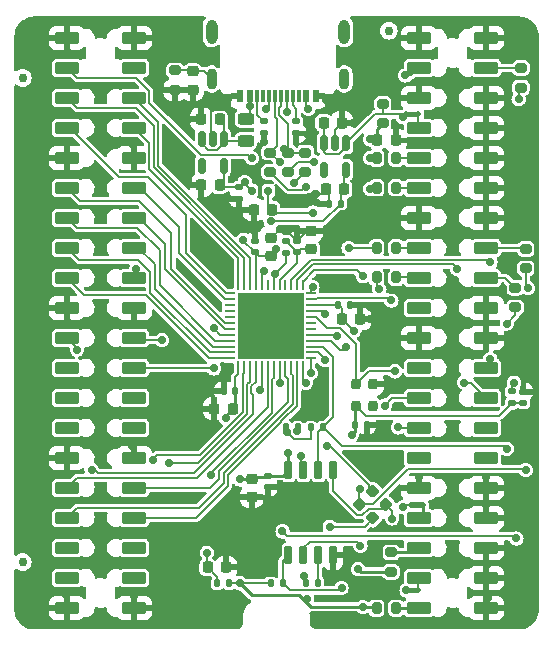
<source format=gbr>
G04 #@! TF.GenerationSoftware,KiCad,Pcbnew,7.0.9-7.0.9~ubuntu22.04.1*
G04 #@! TF.CreationDate,2023-12-06T03:49:37-05:00*
G04 #@! TF.ProjectId,caravel-breakout-fpga-ICE40UP5K-TT3,63617261-7665-46c2-9d62-7265616b6f75,1.0*
G04 #@! TF.SameCoordinates,PX2dc6c00PY42c1d80*
G04 #@! TF.FileFunction,Copper,L1,Top*
G04 #@! TF.FilePolarity,Positive*
%FSLAX46Y46*%
G04 Gerber Fmt 4.6, Leading zero omitted, Abs format (unit mm)*
G04 Created by KiCad (PCBNEW 7.0.9-7.0.9~ubuntu22.04.1) date 2023-12-06 03:49:37*
%MOMM*%
%LPD*%
G01*
G04 APERTURE LIST*
G04 Aperture macros list*
%AMRoundRect*
0 Rectangle with rounded corners*
0 $1 Rounding radius*
0 $2 $3 $4 $5 $6 $7 $8 $9 X,Y pos of 4 corners*
0 Add a 4 corners polygon primitive as box body*
4,1,4,$2,$3,$4,$5,$6,$7,$8,$9,$2,$3,0*
0 Add four circle primitives for the rounded corners*
1,1,$1+$1,$2,$3*
1,1,$1+$1,$4,$5*
1,1,$1+$1,$6,$7*
1,1,$1+$1,$8,$9*
0 Add four rect primitives between the rounded corners*
20,1,$1+$1,$2,$3,$4,$5,0*
20,1,$1+$1,$4,$5,$6,$7,0*
20,1,$1+$1,$6,$7,$8,$9,0*
20,1,$1+$1,$8,$9,$2,$3,0*%
G04 Aperture macros list end*
G04 #@! TA.AperFunction,SMDPad,CuDef*
%ADD10RoundRect,0.225000X0.225000X0.250000X-0.225000X0.250000X-0.225000X-0.250000X0.225000X-0.250000X0*%
G04 #@! TD*
G04 #@! TA.AperFunction,ComponentPad*
%ADD11C,0.620000*%
G04 #@! TD*
G04 #@! TA.AperFunction,SMDPad,CuDef*
%ADD12RoundRect,0.102000X0.898000X0.408000X-0.898000X0.408000X-0.898000X-0.408000X0.898000X-0.408000X0*%
G04 #@! TD*
G04 #@! TA.AperFunction,SMDPad,CuDef*
%ADD13RoundRect,0.140000X0.170000X-0.140000X0.170000X0.140000X-0.170000X0.140000X-0.170000X-0.140000X0*%
G04 #@! TD*
G04 #@! TA.AperFunction,SMDPad,CuDef*
%ADD14RoundRect,0.225000X-0.250000X0.225000X-0.250000X-0.225000X0.250000X-0.225000X0.250000X0.225000X0*%
G04 #@! TD*
G04 #@! TA.AperFunction,SMDPad,CuDef*
%ADD15RoundRect,0.200000X0.275000X-0.200000X0.275000X0.200000X-0.275000X0.200000X-0.275000X-0.200000X0*%
G04 #@! TD*
G04 #@! TA.AperFunction,SMDPad,CuDef*
%ADD16RoundRect,0.200000X-0.275000X0.200000X-0.275000X-0.200000X0.275000X-0.200000X0.275000X0.200000X0*%
G04 #@! TD*
G04 #@! TA.AperFunction,SMDPad,CuDef*
%ADD17C,0.750000*%
G04 #@! TD*
G04 #@! TA.AperFunction,SMDPad,CuDef*
%ADD18RoundRect,0.200000X-0.335876X-0.053033X-0.053033X-0.335876X0.335876X0.053033X0.053033X0.335876X0*%
G04 #@! TD*
G04 #@! TA.AperFunction,SMDPad,CuDef*
%ADD19RoundRect,0.200000X0.200000X0.275000X-0.200000X0.275000X-0.200000X-0.275000X0.200000X-0.275000X0*%
G04 #@! TD*
G04 #@! TA.AperFunction,SMDPad,CuDef*
%ADD20RoundRect,0.150000X-0.150000X0.512500X-0.150000X-0.512500X0.150000X-0.512500X0.150000X0.512500X0*%
G04 #@! TD*
G04 #@! TA.AperFunction,SMDPad,CuDef*
%ADD21RoundRect,0.135000X0.185000X-0.135000X0.185000X0.135000X-0.185000X0.135000X-0.185000X-0.135000X0*%
G04 #@! TD*
G04 #@! TA.AperFunction,SMDPad,CuDef*
%ADD22RoundRect,0.225000X0.250000X-0.225000X0.250000X0.225000X-0.250000X0.225000X-0.250000X-0.225000X0*%
G04 #@! TD*
G04 #@! TA.AperFunction,SMDPad,CuDef*
%ADD23RoundRect,0.200000X0.200000X0.250000X-0.200000X0.250000X-0.200000X-0.250000X0.200000X-0.250000X0*%
G04 #@! TD*
G04 #@! TA.AperFunction,SMDPad,CuDef*
%ADD24RoundRect,0.135000X-0.135000X-0.185000X0.135000X-0.185000X0.135000X0.185000X-0.135000X0.185000X0*%
G04 #@! TD*
G04 #@! TA.AperFunction,SMDPad,CuDef*
%ADD25RoundRect,0.140000X0.140000X0.170000X-0.140000X0.170000X-0.140000X-0.170000X0.140000X-0.170000X0*%
G04 #@! TD*
G04 #@! TA.AperFunction,SMDPad,CuDef*
%ADD26RoundRect,0.218750X0.218750X0.256250X-0.218750X0.256250X-0.218750X-0.256250X0.218750X-0.256250X0*%
G04 #@! TD*
G04 #@! TA.AperFunction,SMDPad,CuDef*
%ADD27RoundRect,0.225000X-0.225000X-0.250000X0.225000X-0.250000X0.225000X0.250000X-0.225000X0.250000X0*%
G04 #@! TD*
G04 #@! TA.AperFunction,SMDPad,CuDef*
%ADD28RoundRect,0.150000X0.150000X-0.650000X0.150000X0.650000X-0.150000X0.650000X-0.150000X-0.650000X0*%
G04 #@! TD*
G04 #@! TA.AperFunction,SMDPad,CuDef*
%ADD29RoundRect,0.135000X0.135000X0.185000X-0.135000X0.185000X-0.135000X-0.185000X0.135000X-0.185000X0*%
G04 #@! TD*
G04 #@! TA.AperFunction,SMDPad,CuDef*
%ADD30RoundRect,0.243750X-0.456250X0.243750X-0.456250X-0.243750X0.456250X-0.243750X0.456250X0.243750X0*%
G04 #@! TD*
G04 #@! TA.AperFunction,SMDPad,CuDef*
%ADD31RoundRect,0.140000X-0.170000X0.140000X-0.170000X-0.140000X0.170000X-0.140000X0.170000X0.140000X0*%
G04 #@! TD*
G04 #@! TA.AperFunction,SMDPad,CuDef*
%ADD32RoundRect,0.140000X-0.140000X-0.170000X0.140000X-0.170000X0.140000X0.170000X-0.140000X0.170000X0*%
G04 #@! TD*
G04 #@! TA.AperFunction,SMDPad,CuDef*
%ADD33R,0.600000X1.100000*%
G04 #@! TD*
G04 #@! TA.AperFunction,SMDPad,CuDef*
%ADD34R,0.300000X1.100000*%
G04 #@! TD*
G04 #@! TA.AperFunction,ComponentPad*
%ADD35O,0.950000X2.100000*%
G04 #@! TD*
G04 #@! TA.AperFunction,ComponentPad*
%ADD36O,0.900000X1.800000*%
G04 #@! TD*
G04 #@! TA.AperFunction,SMDPad,CuDef*
%ADD37RoundRect,0.135000X-0.185000X0.135000X-0.185000X-0.135000X0.185000X-0.135000X0.185000X0.135000X0*%
G04 #@! TD*
G04 #@! TA.AperFunction,SMDPad,CuDef*
%ADD38RoundRect,0.062500X0.062500X-0.375000X0.062500X0.375000X-0.062500X0.375000X-0.062500X-0.375000X0*%
G04 #@! TD*
G04 #@! TA.AperFunction,SMDPad,CuDef*
%ADD39RoundRect,0.062500X0.375000X-0.062500X0.375000X0.062500X-0.375000X0.062500X-0.375000X-0.062500X0*%
G04 #@! TD*
G04 #@! TA.AperFunction,SMDPad,CuDef*
%ADD40R,5.600000X5.600000*%
G04 #@! TD*
G04 #@! TA.AperFunction,SMDPad,CuDef*
%ADD41RoundRect,0.200000X-0.053033X0.335876X-0.335876X0.053033X0.053033X-0.335876X0.335876X-0.053033X0*%
G04 #@! TD*
G04 #@! TA.AperFunction,SMDPad,CuDef*
%ADD42C,0.500000*%
G04 #@! TD*
G04 #@! TA.AperFunction,SMDPad,CuDef*
%ADD43RoundRect,0.150000X-0.150000X-0.200000X0.150000X-0.200000X0.150000X0.200000X-0.150000X0.200000X0*%
G04 #@! TD*
G04 #@! TA.AperFunction,ViaPad*
%ADD44C,0.700000*%
G04 #@! TD*
G04 #@! TA.AperFunction,Conductor*
%ADD45C,0.200000*%
G04 #@! TD*
G04 #@! TA.AperFunction,Conductor*
%ADD46C,0.250000*%
G04 #@! TD*
G04 #@! TA.AperFunction,Conductor*
%ADD47C,0.254000*%
G04 #@! TD*
G04 #@! TA.AperFunction,Conductor*
%ADD48C,0.180000*%
G04 #@! TD*
G04 APERTURE END LIST*
G04 #@! TA.AperFunction,EtchedComponent*
G36*
X34900000Y10550000D02*
G01*
X33900000Y10550000D01*
X33900000Y11050000D01*
X34900000Y11050000D01*
X34900000Y10550000D01*
G37*
G04 #@! TD.AperFunction*
G04 #@! TA.AperFunction,EtchedComponent*
G36*
X34500000Y43650000D02*
G01*
X33500000Y43650000D01*
X33500000Y44150000D01*
X34500000Y44150000D01*
X34500000Y43650000D01*
G37*
G04 #@! TD.AperFunction*
G04 #@! TA.AperFunction,EtchedComponent*
G36*
X34500000Y3350000D02*
G01*
X33500000Y3350000D01*
X33500000Y3850000D01*
X34500000Y3850000D01*
X34500000Y3350000D01*
G37*
G04 #@! TD.AperFunction*
D10*
X18775000Y19000000D03*
X17225000Y19000000D03*
D11*
X44200000Y3700000D03*
X8180000Y700000D03*
D12*
X10450000Y2120000D03*
X4750000Y2120000D03*
X10450000Y4660000D03*
X4750000Y4660000D03*
X10450000Y7200000D03*
X4750000Y7200000D03*
X10450000Y9740000D03*
X4750000Y9740000D03*
X10450000Y12280000D03*
X4750000Y12280000D03*
X10450000Y14820000D03*
X4750000Y14820000D03*
X10450000Y17360000D03*
X4750000Y17360000D03*
X10450000Y19900000D03*
X4750000Y19900000D03*
X10450000Y22440000D03*
X4750000Y22440000D03*
X10450000Y24980000D03*
X4750000Y24980000D03*
X10450000Y27520000D03*
X4750000Y27520000D03*
X10450000Y30060000D03*
X4750000Y30060000D03*
X10450000Y32600000D03*
X4750000Y32600000D03*
X10450000Y35140000D03*
X4750000Y35140000D03*
X10450000Y37680000D03*
X4750000Y37680000D03*
X10450000Y40220000D03*
X4750000Y40220000D03*
X10450000Y42760000D03*
X4750000Y42760000D03*
X10450000Y45300000D03*
X4750000Y45300000D03*
X10450000Y47840000D03*
X4750000Y47840000D03*
X10450000Y50380000D03*
X4750000Y50380000D03*
D11*
X44200000Y43440000D03*
D13*
X24250000Y32220000D03*
X24250000Y33180000D03*
D11*
X1000000Y33960000D03*
D14*
X20400000Y13075000D03*
X20400000Y11525000D03*
D15*
X24950000Y39025000D03*
X24950000Y40675000D03*
D16*
X23450000Y40675000D03*
X23450000Y39025000D03*
D17*
X32000000Y51000000D03*
D15*
X31500000Y43150000D03*
X31500000Y44800000D03*
D11*
X8180000Y51700000D03*
X38660000Y700000D03*
D18*
X30616637Y11983363D03*
X31783363Y10816637D03*
D11*
X44200000Y12960000D03*
D13*
X43400000Y19470000D03*
X43400000Y20430000D03*
D19*
X32625000Y2100000D03*
X30975000Y2100000D03*
D14*
X15400000Y47562500D03*
X15400000Y46012500D03*
D11*
X12600000Y46000000D03*
D16*
X43200000Y47825000D03*
X43200000Y46175000D03*
D20*
X28400000Y41487500D03*
X27450000Y41487500D03*
X26500000Y41487500D03*
X26500000Y39212500D03*
X28400000Y39212500D03*
D21*
X42400000Y19440000D03*
X42400000Y20460000D03*
D22*
X25450000Y32475000D03*
X25450000Y34025000D03*
D11*
X17100000Y28300000D03*
X44200000Y7880000D03*
D19*
X32625000Y32600000D03*
X30975000Y32600000D03*
D11*
X20600000Y27400000D03*
X31800000Y33900000D03*
X43740000Y51600000D03*
D23*
X30700000Y19200000D03*
X30700000Y21050000D03*
X29250000Y21050000D03*
X29250000Y19200000D03*
D18*
X29516637Y10883363D03*
X30683363Y9716637D03*
D24*
X24990000Y4200000D03*
X26010000Y4200000D03*
D11*
X38660000Y51700000D03*
X15600000Y34400000D03*
D25*
X27930000Y36350000D03*
X26970000Y36350000D03*
D26*
X18237500Y5550000D03*
X16662500Y5550000D03*
D27*
X31025000Y41700000D03*
X32575000Y41700000D03*
D11*
X1000000Y44120000D03*
X29800000Y3900000D03*
D10*
X17675000Y37900000D03*
X16125000Y37900000D03*
D11*
X3100000Y700000D03*
D16*
X21950000Y40675000D03*
X21950000Y39025000D03*
D11*
X35000000Y49000000D03*
D28*
X23495000Y6600000D03*
X24765000Y6600000D03*
X26035000Y6600000D03*
X27305000Y6600000D03*
X27305000Y13800000D03*
X26035000Y13800000D03*
X24765000Y13800000D03*
X23495000Y13800000D03*
D11*
X31800000Y38700000D03*
D24*
X25390000Y17400000D03*
X26410000Y17400000D03*
D19*
X32625000Y37700000D03*
X30975000Y37700000D03*
D11*
X28500000Y700000D03*
D10*
X17675000Y43500000D03*
X16125000Y43500000D03*
D29*
X18510000Y4200000D03*
X17490000Y4200000D03*
D27*
X26475000Y43200000D03*
X28025000Y43200000D03*
D17*
X1000000Y47000000D03*
D21*
X23300000Y32190000D03*
X23300000Y33210000D03*
D11*
X33580000Y700000D03*
X43740000Y900000D03*
D30*
X19900000Y43537500D03*
X19900000Y41662500D03*
D11*
X44200000Y33800000D03*
X23100000Y37000000D03*
X44200000Y38360000D03*
X44200000Y49000000D03*
D10*
X28225000Y37550000D03*
X26675000Y37550000D03*
D11*
X30700000Y13600000D03*
D22*
X22000000Y31925000D03*
X22000000Y33475000D03*
D16*
X32200000Y6825000D03*
X32200000Y5175000D03*
D11*
X33580000Y51700000D03*
D16*
X43600000Y32525000D03*
X43600000Y30875000D03*
D11*
X13260000Y51700000D03*
D31*
X19300000Y37730000D03*
X19300000Y36770000D03*
D11*
X12000000Y26200000D03*
X29100000Y49000000D03*
X1000000Y3480000D03*
X29500000Y51700000D03*
D16*
X42700000Y29225000D03*
X42700000Y27575000D03*
D11*
X18500000Y11300000D03*
X1000000Y8560000D03*
D19*
X32625000Y40200000D03*
X30975000Y40200000D03*
D32*
X27720000Y27800000D03*
X28680000Y27800000D03*
D11*
X29100000Y36400000D03*
X20600000Y24600000D03*
D16*
X13900000Y47625000D03*
X13900000Y45975000D03*
D25*
X18980000Y20500000D03*
X18020000Y20500000D03*
D11*
X15700000Y23100000D03*
X1000000Y23800000D03*
X25200000Y19900000D03*
D32*
X29170000Y17600000D03*
X30130000Y17600000D03*
D11*
X19300000Y39400000D03*
X1000000Y39040000D03*
D10*
X22125000Y35850000D03*
X20575000Y35850000D03*
D11*
X14400000Y31000000D03*
D33*
X25820000Y45450000D03*
X25020000Y45450000D03*
D34*
X23870000Y45450000D03*
X22870000Y45450000D03*
X22370000Y45450000D03*
X21370000Y45450000D03*
D33*
X19420000Y45450000D03*
X20220000Y45450000D03*
D34*
X20870000Y45450000D03*
X21870000Y45450000D03*
X23370000Y45450000D03*
X24370000Y45450000D03*
D35*
X28240000Y50900000D03*
D36*
X17000000Y46900000D03*
X28240000Y46900000D03*
D35*
X17000000Y50900000D03*
D37*
X21400000Y43310000D03*
X21400000Y42290000D03*
X24180000Y43310000D03*
X24180000Y42290000D03*
D11*
X1000000Y49200000D03*
D38*
X19250000Y22562500D03*
X19750000Y22562500D03*
X20250000Y22562500D03*
X20750000Y22562500D03*
X21250000Y22562500D03*
X21750000Y22562500D03*
X22250000Y22562500D03*
X22750000Y22562500D03*
X23250000Y22562500D03*
X23750000Y22562500D03*
X24250000Y22562500D03*
X24750000Y22562500D03*
D39*
X25437500Y23250000D03*
X25437500Y23750000D03*
X25437500Y24250000D03*
X25437500Y24750000D03*
X25437500Y25250000D03*
X25437500Y25750000D03*
X25437500Y26250000D03*
X25437500Y26750000D03*
X25437500Y27250000D03*
X25437500Y27750000D03*
X25437500Y28250000D03*
X25437500Y28750000D03*
D38*
X24750000Y29437500D03*
X24250000Y29437500D03*
X23750000Y29437500D03*
X23250000Y29437500D03*
X22750000Y29437500D03*
X22250000Y29437500D03*
X21750000Y29437500D03*
X21250000Y29437500D03*
X20750000Y29437500D03*
X20250000Y29437500D03*
X19750000Y29437500D03*
X19250000Y29437500D03*
D39*
X18562500Y28750000D03*
X18562500Y28250000D03*
X18562500Y27750000D03*
X18562500Y27250000D03*
X18562500Y26750000D03*
X18562500Y26250000D03*
X18562500Y25750000D03*
X18562500Y25250000D03*
X18562500Y24750000D03*
X18562500Y24250000D03*
X18562500Y23750000D03*
X18562500Y23250000D03*
D40*
X22000000Y26000000D03*
D11*
X3100000Y51700000D03*
D41*
X30683363Y11983363D03*
X29516637Y10816637D03*
D11*
X14100000Y16000000D03*
X18340000Y700000D03*
X13260000Y700000D03*
D42*
X34900000Y10800000D03*
X33900000Y10800000D03*
D11*
X27500000Y29100000D03*
D19*
X32625000Y30100000D03*
X30975000Y30100000D03*
D42*
X34500000Y43900000D03*
X33500000Y43900000D03*
D11*
X1000000Y18720000D03*
D12*
X40250000Y2120000D03*
X34550000Y2120000D03*
X40250000Y4660000D03*
X34550000Y4660000D03*
X40250000Y7200000D03*
X34550000Y7200000D03*
X40250000Y9740000D03*
X34550000Y9740000D03*
X40250000Y12280000D03*
X34550000Y12280000D03*
X40250000Y14820000D03*
X34550000Y14820000D03*
X40250000Y17360000D03*
X34550000Y17360000D03*
X40250000Y19900000D03*
X34550000Y19900000D03*
X40250000Y22440000D03*
X34550000Y22440000D03*
X40250000Y24980000D03*
X34550000Y24980000D03*
X40250000Y27520000D03*
X34550000Y27520000D03*
X40250000Y30060000D03*
X34550000Y30060000D03*
X40250000Y32600000D03*
X34550000Y32600000D03*
X40250000Y35140000D03*
X34550000Y35140000D03*
X40250000Y37680000D03*
X34550000Y37680000D03*
X40250000Y40220000D03*
X34550000Y40220000D03*
X40250000Y42760000D03*
X34550000Y42760000D03*
X40250000Y45300000D03*
X34550000Y45300000D03*
X40250000Y47840000D03*
X34550000Y47840000D03*
X40250000Y50380000D03*
X34550000Y50380000D03*
D11*
X1000000Y28880000D03*
X18400000Y30800000D03*
D24*
X23290000Y17400000D03*
X24310000Y17400000D03*
X21990000Y4200000D03*
X23010000Y4200000D03*
D13*
X20700000Y32220000D03*
X20700000Y33180000D03*
D11*
X25400000Y12300000D03*
X16000000Y49000000D03*
D17*
X1000000Y6000000D03*
D43*
X21800000Y37450000D03*
X20400000Y37450000D03*
D27*
X28025000Y26600000D03*
X29575000Y26600000D03*
D41*
X31783363Y10883363D03*
X30616637Y9716637D03*
D11*
X12200000Y11400000D03*
X1000000Y13640000D03*
D20*
X18050000Y41837500D03*
X17100000Y41837500D03*
X16150000Y41837500D03*
X16150000Y39562500D03*
X18050000Y39562500D03*
D42*
X34500000Y3600000D03*
X33500000Y3600000D03*
D31*
X21750000Y13330000D03*
X21750000Y12370000D03*
D44*
X15000000Y38400000D03*
X18400000Y36800000D03*
X4800000Y16000000D03*
X4800000Y49200000D03*
X40400000Y3000000D03*
X42000000Y7200000D03*
X4800000Y26300000D03*
X15000000Y43400000D03*
X10300000Y41400000D03*
X17000000Y44600000D03*
X29000000Y43200000D03*
X25200000Y42200000D03*
X25800000Y37200000D03*
X34600000Y13200000D03*
X40400000Y5800000D03*
X27400000Y34000000D03*
X21400000Y41600000D03*
X31400000Y17400000D03*
X26700000Y45100000D03*
X10300000Y15800000D03*
X18400000Y45200000D03*
X34800000Y41600000D03*
X30400000Y27600000D03*
X4800000Y38800000D03*
X10400000Y3100000D03*
X21800000Y11400000D03*
X20400000Y10200000D03*
X22800000Y34200000D03*
X10400000Y49000000D03*
X30400000Y26600000D03*
X20600000Y34000000D03*
X19200000Y35800000D03*
X4700000Y3200000D03*
X40200000Y10800000D03*
X40200000Y13200000D03*
X10600000Y30800000D03*
X11999500Y14672567D03*
X13400000Y14400000D03*
X12800000Y24800000D03*
X6833056Y13820000D03*
X5600000Y24000000D03*
X17200000Y22400000D03*
X17200000Y25800000D03*
X32800000Y17400000D03*
X32218282Y28151594D03*
X37800000Y30800000D03*
X38400000Y21200000D03*
X29800000Y30200000D03*
X31658886Y19252168D03*
X40600000Y31400000D03*
X40600000Y23200000D03*
X32521851Y22151423D03*
X33400000Y47200000D03*
X20400000Y40200000D03*
X21478363Y30630409D03*
X30400000Y37600000D03*
X29065103Y25600000D03*
X30400000Y40200000D03*
X19400000Y13000000D03*
X23500000Y15200000D03*
X18200000Y18200000D03*
X23365682Y17021248D03*
X29400000Y5400000D03*
X19800000Y38200000D03*
X19700000Y33300000D03*
X28871922Y16800000D03*
X24800000Y4800000D03*
X25100000Y2900000D03*
X22474114Y32505983D03*
X19400000Y4200000D03*
X30400000Y41800000D03*
X29800000Y2200000D03*
X25546404Y29258096D03*
X25600000Y35600000D03*
X33500000Y3600000D03*
X33239639Y10654146D03*
X33221851Y43659605D03*
X21999172Y34845500D03*
X21060000Y20611415D03*
X22400000Y30400000D03*
X16973234Y13400000D03*
X16600000Y6800000D03*
X20220000Y44600000D03*
X25200000Y44400000D03*
X26600000Y23100000D03*
X26735000Y15800000D03*
X29600000Y7400000D03*
X43600000Y13800000D03*
X43800000Y29200000D03*
X29598922Y12200420D03*
X31200000Y29090000D03*
X32288886Y9688886D03*
X27000000Y9000000D03*
X27638103Y25164879D03*
X42800000Y8000000D03*
X43000000Y45200000D03*
X22800000Y21200000D03*
X23000000Y8600000D03*
X42600000Y21200000D03*
X28000000Y3800000D03*
X28338103Y24200000D03*
X28600000Y32600000D03*
X42000000Y15600000D03*
X42000000Y26200000D03*
X24000000Y38090000D03*
X25000000Y21200000D03*
X21645025Y44359386D03*
X23095101Y40956728D03*
X26600000Y27000000D03*
X25690631Y39892947D03*
X22797541Y39849847D03*
X23425025Y44145025D03*
X25000000Y37800000D03*
X25400000Y22000000D03*
X24600000Y15000000D03*
X24268153Y17108727D03*
D45*
X4750000Y3150000D02*
X4700000Y3200000D01*
X10450000Y41250000D02*
X10300000Y41400000D01*
X4750000Y38850000D02*
X4800000Y38800000D01*
X25110000Y42290000D02*
X25200000Y42200000D01*
X26325000Y37200000D02*
X26675000Y37550000D01*
X10450000Y2120000D02*
X10450000Y3050000D01*
X15500000Y37900000D02*
X15000000Y38400000D01*
X40250000Y2120000D02*
X40250000Y2850000D01*
X22000000Y33475000D02*
X22075000Y33475000D01*
X25450000Y34025000D02*
X25095000Y34025000D01*
X10450000Y15650000D02*
X10300000Y15800000D01*
X40250000Y10750000D02*
X40200000Y10800000D01*
X10450000Y49050000D02*
X10400000Y49000000D01*
D46*
X34700000Y41700000D02*
X34800000Y41600000D01*
D45*
X4750000Y27520000D02*
X4750000Y26350000D01*
X26970000Y37255000D02*
X26675000Y37550000D01*
X20400000Y11525000D02*
X20400000Y10200000D01*
X17100000Y41837500D02*
X16925000Y42012500D01*
X4750000Y26350000D02*
X4800000Y26300000D01*
X4750000Y2120000D02*
X4750000Y3150000D01*
X25820000Y45450000D02*
X26350000Y45450000D01*
X25800000Y37200000D02*
X26325000Y37200000D01*
X24250000Y33198924D02*
X23248924Y34200000D01*
X24180000Y42290000D02*
X25110000Y42290000D01*
X24250000Y33180000D02*
X24250000Y33198924D01*
X10450000Y50380000D02*
X10450000Y49050000D01*
X4750000Y14820000D02*
X4750000Y15950000D01*
X40250000Y12280000D02*
X40250000Y13150000D01*
X10450000Y40220000D02*
X10450000Y41250000D01*
D46*
X32575000Y41700000D02*
X34700000Y41700000D01*
D45*
X15100000Y43500000D02*
X15000000Y43400000D01*
X20700000Y33900000D02*
X20600000Y34000000D01*
X40250000Y9740000D02*
X40250000Y10750000D01*
X40250000Y5650000D02*
X40400000Y5800000D01*
X30130000Y17600000D02*
X31200000Y17600000D01*
X40250000Y4660000D02*
X40250000Y5650000D01*
X29575000Y26600000D02*
X30400000Y26600000D01*
X25095000Y34025000D02*
X24250000Y33180000D01*
X40250000Y13150000D02*
X40200000Y13200000D01*
X28880000Y27600000D02*
X30400000Y27600000D01*
X40250000Y2850000D02*
X40400000Y3000000D01*
X40250000Y7200000D02*
X42000000Y7200000D01*
X27375000Y34025000D02*
X27400000Y34000000D01*
X10450000Y3050000D02*
X10400000Y3100000D01*
X27450000Y41487500D02*
X27450000Y42625000D01*
X34550000Y13150000D02*
X34600000Y13200000D01*
X21750000Y11450000D02*
X21800000Y11400000D01*
X19300000Y36770000D02*
X18430000Y36770000D01*
X28025000Y43200000D02*
X29000000Y43200000D01*
X31200000Y17600000D02*
X31400000Y17400000D01*
X23248924Y34200000D02*
X22800000Y34200000D01*
X4750000Y40220000D02*
X4750000Y38850000D01*
X18430000Y36770000D02*
X18400000Y36800000D01*
X16925000Y42012500D02*
X16925000Y44525000D01*
X20700000Y33180000D02*
X20700000Y33900000D01*
X27450000Y42625000D02*
X28025000Y43200000D01*
X16125000Y43500000D02*
X15100000Y43500000D01*
X26970000Y36350000D02*
X26970000Y37255000D01*
X20575000Y35850000D02*
X19250000Y35850000D01*
X28680000Y27800000D02*
X28880000Y27600000D01*
X19420000Y45450000D02*
X18650000Y45450000D01*
X16125000Y37900000D02*
X15500000Y37900000D01*
X22075000Y33475000D02*
X22800000Y34200000D01*
X34550000Y12280000D02*
X34550000Y13150000D01*
X16925000Y44525000D02*
X17000000Y44600000D01*
X10450000Y14820000D02*
X10450000Y15650000D01*
X25450000Y34025000D02*
X27375000Y34025000D01*
X4750000Y50380000D02*
X4750000Y49250000D01*
X19250000Y35850000D02*
X19200000Y35800000D01*
X21750000Y12370000D02*
X21750000Y11450000D01*
X4750000Y15950000D02*
X4800000Y16000000D01*
X18650000Y45450000D02*
X18400000Y45200000D01*
X21400000Y42290000D02*
X21400000Y41600000D01*
X26350000Y45450000D02*
X26700000Y45100000D01*
X4750000Y49250000D02*
X4800000Y49200000D01*
D47*
X32625000Y2100000D02*
X34530000Y2100000D01*
X34530000Y2100000D02*
X34550000Y2120000D01*
D45*
X34500000Y3600000D02*
X34500000Y4610000D01*
X34500000Y4610000D02*
X34550000Y4660000D01*
D47*
X34900000Y10090000D02*
X34550000Y9740000D01*
X34900000Y10800000D02*
X34900000Y10090000D01*
X34175000Y6825000D02*
X34550000Y7200000D01*
X32200000Y6825000D02*
X34175000Y6825000D01*
D45*
X34530000Y40200000D02*
X34550000Y40220000D01*
X32625000Y40200000D02*
X34530000Y40200000D01*
D48*
X23250000Y21725808D02*
X23490000Y21485808D01*
X23490000Y19514732D02*
X17663234Y13687966D01*
X17663234Y13063234D02*
X16880000Y12280000D01*
X23490000Y21485808D02*
X23490000Y19514732D01*
X23250000Y22562500D02*
X23250000Y21725808D01*
X17663234Y13687966D02*
X17663234Y13063234D01*
X16880000Y12280000D02*
X10450000Y12280000D01*
X5600000Y13130000D02*
X4750000Y12280000D01*
X15754192Y13130000D02*
X5600000Y13130000D01*
X21750000Y19125808D02*
X15754192Y13130000D01*
X21750000Y22562500D02*
X21750000Y19125808D01*
X15666884Y9740000D02*
X10450000Y9740000D01*
X24250000Y19250000D02*
X22990000Y17990000D01*
X18383234Y13383234D02*
X18383234Y12456350D01*
X24250000Y22562500D02*
X24250000Y19250000D01*
X22750000Y17756498D02*
X22750000Y17750000D01*
X22983502Y17990000D02*
X22750000Y17756498D01*
X22990000Y17990000D02*
X22983502Y17990000D01*
X18383234Y12456350D02*
X15666884Y9740000D01*
X22750000Y17750000D02*
X18383234Y13383234D01*
X23750000Y21900000D02*
X23850000Y21800000D01*
X15908884Y10600000D02*
X5610000Y10600000D01*
X23750000Y21900000D02*
X23750000Y22562500D01*
X18023234Y12714350D02*
X15908884Y10600000D01*
X18023234Y13538850D02*
X18023234Y12714350D01*
X5610000Y10600000D02*
X4750000Y9740000D01*
X23850000Y21800000D02*
X23850000Y19365616D01*
X23850000Y19365616D02*
X18023234Y13538850D01*
X19250000Y31758060D02*
X11740000Y39268060D01*
X11740000Y39268060D02*
X11740000Y41470000D01*
X19250000Y29437500D02*
X19250000Y31758060D01*
X11740000Y41470000D02*
X10450000Y42760000D01*
X14800000Y32200000D02*
X14800000Y35400000D01*
X4992082Y42760000D02*
X4750000Y42760000D01*
X18250000Y28750000D02*
X14800000Y32200000D01*
X14800000Y35400000D02*
X11600000Y38600000D01*
X18562500Y28750000D02*
X18250000Y28750000D01*
X11600000Y38600000D02*
X9152082Y38600000D01*
X9152082Y38600000D02*
X4992082Y42760000D01*
X14200000Y34400000D02*
X10920000Y37680000D01*
X10920000Y37680000D02*
X10450000Y37680000D01*
X14200000Y32203042D02*
X14200000Y34400000D01*
X18562500Y28250000D02*
X18153042Y28250000D01*
X18153042Y28250000D02*
X14200000Y32203042D01*
X13600000Y33824914D02*
X10824914Y36600000D01*
X5830000Y36600000D02*
X4750000Y37680000D01*
X10824914Y36600000D02*
X5830000Y36600000D01*
X18562500Y26250000D02*
X18153042Y26250000D01*
X13600000Y30803042D02*
X13600000Y33824914D01*
X18153042Y26250000D02*
X13600000Y30803042D01*
X13040000Y32960000D02*
X10860000Y35140000D01*
X13040000Y30853926D02*
X13040000Y32960000D01*
X18562500Y25750000D02*
X18143926Y25750000D01*
X18143926Y25750000D02*
X13040000Y30853926D01*
X10860000Y35140000D02*
X10450000Y35140000D01*
X18562500Y24750000D02*
X17274192Y24750000D01*
X12600000Y32400000D02*
X10710000Y34290000D01*
X12600000Y29424192D02*
X12600000Y32400000D01*
X5600000Y34290000D02*
X4750000Y35140000D01*
X17274192Y24750000D02*
X12600000Y29424192D01*
X10710000Y34290000D02*
X5600000Y34290000D01*
X17107538Y24250000D02*
X12200000Y29157538D01*
X10800000Y32600000D02*
X10450000Y32600000D01*
X12200000Y31200000D02*
X10800000Y32600000D01*
X18562500Y24250000D02*
X17107538Y24250000D01*
X12200000Y29157538D02*
X12200000Y31200000D01*
X5750000Y31600000D02*
X4750000Y32600000D01*
X16850000Y23750000D02*
X11800000Y28800000D01*
X18562500Y23750000D02*
X16850000Y23750000D01*
X10775693Y31600000D02*
X5750000Y31600000D01*
X11800000Y30575693D02*
X10775693Y31600000D01*
X11800000Y28800000D02*
X11800000Y30575693D01*
X19650000Y18693730D02*
X19650000Y21900000D01*
X16046270Y15090000D02*
X19650000Y18693730D01*
X19750000Y22000000D02*
X19750000Y22562500D01*
X12416933Y15090000D02*
X16046270Y15090000D01*
X10600000Y30210000D02*
X10450000Y30060000D01*
X19650000Y21900000D02*
X19750000Y22000000D01*
X11999500Y14672567D02*
X12416933Y15090000D01*
X10600000Y30800000D02*
X10600000Y30210000D01*
X11416599Y28600000D02*
X6210000Y28600000D01*
X16766599Y23250000D02*
X11416599Y28600000D01*
X18562500Y23250000D02*
X16766599Y23250000D01*
X6210000Y28600000D02*
X4750000Y30060000D01*
X15865386Y14400000D02*
X13400000Y14400000D01*
X20010000Y18544614D02*
X15865386Y14400000D01*
X10630000Y24800000D02*
X10450000Y24980000D01*
X12800000Y24800000D02*
X10630000Y24800000D01*
X20250000Y22562500D02*
X20250000Y21286339D01*
X20010000Y21046339D02*
X20010000Y18544614D01*
X20250000Y21286339D02*
X20010000Y21046339D01*
X20527323Y18552821D02*
X15534502Y13560000D01*
X20750000Y22562500D02*
X20750000Y21277223D01*
X5600000Y24000000D02*
X5600000Y24130000D01*
X5600000Y24130000D02*
X4750000Y24980000D01*
X20370000Y20325607D02*
X20527323Y20168284D01*
X7376413Y13560000D02*
X7116413Y13820000D01*
X20750000Y21277223D02*
X20370000Y20897223D01*
X20527323Y20168284D02*
X20527323Y18552821D01*
X20370000Y20897223D02*
X20370000Y20325607D01*
X15534502Y13560000D02*
X7376413Y13560000D01*
X7116413Y13820000D02*
X6833056Y13820000D01*
X18562500Y25250000D02*
X17750000Y25250000D01*
X17200000Y22400000D02*
X10490000Y22400000D01*
X10490000Y22400000D02*
X10450000Y22440000D01*
X17750000Y25250000D02*
X17200000Y25800000D01*
X32840000Y17360000D02*
X32800000Y17400000D01*
X31969876Y28400000D02*
X32218282Y28151594D01*
X25437500Y28250000D02*
X25846958Y28250000D01*
X34550000Y17360000D02*
X32840000Y17360000D01*
X25846958Y28250000D02*
X25996958Y28400000D01*
X25996958Y28400000D02*
X31969876Y28400000D01*
X38950000Y21200000D02*
X40250000Y19900000D01*
X37400000Y31200000D02*
X37800000Y30800000D01*
X24250000Y29846958D02*
X25603042Y31200000D01*
X38400000Y21200000D02*
X38950000Y21200000D01*
X25603042Y31200000D02*
X37400000Y31200000D01*
X24250000Y29437500D02*
X24250000Y29846958D01*
X29300000Y30700000D02*
X29800000Y30200000D01*
X25700000Y30700000D02*
X29300000Y30700000D01*
X24750000Y29437500D02*
X24750000Y29750000D01*
X24750000Y29750000D02*
X25700000Y30700000D01*
X32306718Y19900000D02*
X31658886Y19252168D01*
X34550000Y19900000D02*
X32306718Y19900000D01*
X23750000Y29437500D02*
X23750000Y29856074D01*
X25453926Y31560000D02*
X40440000Y31560000D01*
X23750000Y29856074D02*
X25453926Y31560000D01*
X40600000Y22790000D02*
X40250000Y22440000D01*
X40600000Y23200000D02*
X40600000Y22790000D01*
X40440000Y31560000D02*
X40600000Y31400000D01*
D45*
X43525000Y32600000D02*
X43600000Y32525000D01*
X40250000Y32600000D02*
X43525000Y32600000D01*
X32625000Y32600000D02*
X34550000Y32600000D01*
X40265000Y47825000D02*
X40250000Y47840000D01*
X43200000Y47825000D02*
X40265000Y47825000D01*
X34510000Y30100000D02*
X34550000Y30060000D01*
X32625000Y30100000D02*
X34510000Y30100000D01*
D48*
X29250000Y24439295D02*
X29250000Y21050000D01*
X30351423Y22151423D02*
X32521851Y22151423D01*
X27834295Y25855000D02*
X29250000Y24439295D01*
X33910000Y47200000D02*
X34550000Y47840000D01*
X33400000Y47200000D02*
X33910000Y47200000D01*
X29250000Y21050000D02*
X30351423Y22151423D01*
X25437500Y26750000D02*
X25846958Y26750000D01*
X25846958Y26750000D02*
X26741958Y25855000D01*
X26741958Y25855000D02*
X27834295Y25855000D01*
X21250000Y30402046D02*
X21478363Y30630409D01*
X21250000Y29437500D02*
X21250000Y30402046D01*
X20400000Y40200000D02*
X20105000Y40495000D01*
X10610000Y46990000D02*
X5600000Y46990000D01*
X20105000Y40495000D02*
X16105000Y40495000D01*
X11720000Y45880000D02*
X10610000Y46990000D01*
X11720000Y44880000D02*
X11720000Y45880000D01*
X5600000Y46990000D02*
X4750000Y47840000D01*
X16105000Y40495000D02*
X11720000Y44880000D01*
D45*
X41865000Y30060000D02*
X42700000Y29225000D01*
X40250000Y30060000D02*
X41865000Y30060000D01*
D48*
X5600000Y44450000D02*
X4750000Y45300000D01*
X19750000Y29437500D02*
X19750000Y31767176D01*
X10594914Y44450000D02*
X5600000Y44450000D01*
X12100000Y42944914D02*
X10594914Y44450000D01*
X12100000Y39417176D02*
X12100000Y42944914D01*
X19750000Y31767176D02*
X12100000Y39417176D01*
X20250000Y29437500D02*
X20250000Y31776292D01*
X12460000Y43290000D02*
X10450000Y45300000D01*
X20250000Y31776292D02*
X12460000Y39566292D01*
X12460000Y39566292D02*
X12460000Y43290000D01*
D45*
X34530000Y37700000D02*
X34550000Y37680000D01*
X32625000Y37700000D02*
X34530000Y37700000D01*
X34500000Y42810000D02*
X34550000Y42760000D01*
X34500000Y43900000D02*
X34500000Y42810000D01*
X17440552Y40875000D02*
X16725000Y40875000D01*
X18050000Y41837500D02*
X18050000Y41484448D01*
X18050000Y41484448D02*
X17440552Y40875000D01*
X18225000Y41662500D02*
X18050000Y41837500D01*
X18050000Y41837500D02*
X18050000Y43125000D01*
X19900000Y41662500D02*
X18225000Y41662500D01*
X18050000Y43125000D02*
X17675000Y43500000D01*
X16725000Y40875000D02*
X16150000Y41450000D01*
X16150000Y41450000D02*
X16150000Y41837500D01*
X28025000Y27495000D02*
X27720000Y27800000D01*
X25390000Y16390000D02*
X23996930Y16390000D01*
D47*
X32200000Y5175000D02*
X29625000Y5175000D01*
X21620000Y13200000D02*
X21750000Y13330000D01*
X24912207Y2712207D02*
X24431415Y3193000D01*
D45*
X19400000Y4200000D02*
X21990000Y4200000D01*
D47*
X31025000Y41700000D02*
X30500000Y41700000D01*
X31025000Y41700000D02*
X31025000Y42675000D01*
D45*
X24990000Y4200000D02*
X24990000Y4610000D01*
X30500000Y37700000D02*
X30400000Y37600000D01*
D48*
X19700000Y33220000D02*
X19700000Y33300000D01*
D47*
X29800000Y2200000D02*
X25424415Y2200000D01*
D45*
X30975000Y40200000D02*
X30400000Y40200000D01*
D48*
X27720000Y27800000D02*
X27670000Y27750000D01*
D47*
X24431415Y3193000D02*
X20407000Y3193000D01*
D48*
X19250000Y21950000D02*
X19250000Y22562500D01*
D47*
X20407000Y3193000D02*
X19400000Y4200000D01*
D45*
X28065103Y26600000D02*
X29065103Y25600000D01*
X25100000Y2900000D02*
X24912207Y2712207D01*
X29250000Y19200000D02*
X30050000Y18400000D01*
D48*
X19770000Y38200000D02*
X19300000Y37730000D01*
D45*
X30050000Y18400000D02*
X41360000Y18400000D01*
D47*
X25424415Y2200000D02*
X24912207Y2712207D01*
X22474114Y32505983D02*
X22474114Y32399114D01*
X21750000Y13330000D02*
X23025000Y13330000D01*
X29170000Y17098078D02*
X28871922Y16800000D01*
D45*
X43370000Y19440000D02*
X43400000Y19470000D01*
D47*
X23495000Y15195000D02*
X23500000Y15200000D01*
D48*
X27670000Y27750000D02*
X25437500Y27750000D01*
D47*
X18775000Y19000000D02*
X19000000Y19225000D01*
D45*
X28025000Y26600000D02*
X28025000Y27495000D01*
D48*
X17845000Y37730000D02*
X17675000Y37900000D01*
D47*
X20325000Y13000000D02*
X20400000Y13075000D01*
X30875000Y2200000D02*
X30975000Y2100000D01*
D45*
X28025000Y26600000D02*
X28065103Y26600000D01*
D47*
X29170000Y17600000D02*
X29170000Y19120000D01*
D45*
X18510000Y4200000D02*
X19400000Y4200000D01*
D48*
X20700000Y32220000D02*
X19700000Y33220000D01*
D47*
X31025000Y42675000D02*
X31500000Y43150000D01*
D45*
X41360000Y18400000D02*
X42400000Y19440000D01*
D47*
X19400000Y13000000D02*
X20325000Y13000000D01*
D48*
X18980000Y21680000D02*
X19250000Y21950000D01*
D47*
X29800000Y2200000D02*
X30875000Y2200000D01*
X18200000Y18200000D02*
X18200000Y18425000D01*
X20400000Y13075000D02*
X20525000Y13200000D01*
X23495000Y13800000D02*
X23495000Y15195000D01*
D48*
X19800000Y38200000D02*
X19800000Y38050000D01*
X22000000Y31925000D02*
X20995000Y31925000D01*
X18980000Y20500000D02*
X18980000Y21680000D01*
D45*
X25390000Y17400000D02*
X25390000Y16390000D01*
D48*
X20995000Y31925000D02*
X20700000Y32220000D01*
D47*
X19000000Y19225000D02*
X19000000Y20480000D01*
X23290000Y17096930D02*
X23365682Y17021248D01*
D48*
X19300000Y37730000D02*
X17845000Y37730000D01*
X20750000Y29437500D02*
X20750000Y32170000D01*
X19800000Y38200000D02*
X19770000Y38200000D01*
D47*
X20525000Y13200000D02*
X21620000Y13200000D01*
X23025000Y13330000D02*
X23495000Y13800000D01*
D48*
X18050000Y38275000D02*
X18050000Y39562500D01*
D45*
X42400000Y19440000D02*
X43370000Y19440000D01*
D47*
X22474114Y32399114D02*
X22000000Y31925000D01*
X29625000Y5175000D02*
X29400000Y5400000D01*
D48*
X17675000Y37900000D02*
X18050000Y38275000D01*
D47*
X18200000Y18425000D02*
X18775000Y19000000D01*
X30500000Y41700000D02*
X30400000Y41800000D01*
X29170000Y19120000D02*
X29250000Y19200000D01*
D45*
X23996930Y16390000D02*
X23365682Y17021248D01*
D47*
X19000000Y20480000D02*
X18980000Y20500000D01*
D48*
X20750000Y32170000D02*
X20700000Y32220000D01*
D47*
X23290000Y17400000D02*
X23290000Y17096930D01*
D45*
X24990000Y4610000D02*
X24800000Y4800000D01*
D48*
X19800000Y38050000D02*
X20400000Y37450000D01*
D47*
X29170000Y17600000D02*
X29170000Y17098078D01*
D45*
X30975000Y37700000D02*
X30500000Y37700000D01*
X24505000Y32475000D02*
X24250000Y32220000D01*
D48*
X24250000Y31346958D02*
X24250000Y32220000D01*
D45*
X25450000Y32475000D02*
X24505000Y32475000D01*
D48*
X22750000Y29437500D02*
X22750000Y29846958D01*
X24250000Y32220000D02*
X23300000Y33170000D01*
X23300000Y33170000D02*
X23300000Y33210000D01*
X22750000Y29846958D02*
X24250000Y31346958D01*
D45*
X21800000Y37450000D02*
X21800000Y36175000D01*
D48*
X25600000Y35600000D02*
X22375000Y35600000D01*
X25437500Y29149192D02*
X25546404Y29258096D01*
X22375000Y35600000D02*
X22125000Y35850000D01*
X25437500Y28750000D02*
X25437500Y29149192D01*
D45*
X21800000Y36175000D02*
X22125000Y35850000D01*
X30812500Y43900000D02*
X28400000Y41487500D01*
X27790552Y40525000D02*
X26675000Y40525000D01*
X33500000Y43900000D02*
X31500000Y43900000D01*
X26675000Y40525000D02*
X26500000Y40700000D01*
D48*
X31500000Y44800000D02*
X31500000Y43900000D01*
D45*
X28400000Y41134448D02*
X27790552Y40525000D01*
X26500000Y41487500D02*
X26500000Y43175000D01*
X31500000Y43900000D02*
X30812500Y43900000D01*
X33900000Y10800000D02*
X33385493Y10800000D01*
X33500000Y43900000D02*
X33462246Y43900000D01*
X33385493Y10800000D02*
X33239639Y10654146D01*
X28400000Y41487500D02*
X28400000Y41134448D01*
X26500000Y40700000D02*
X26500000Y41487500D01*
X33462246Y43900000D02*
X33221851Y43659605D01*
X26500000Y43175000D02*
X26475000Y43200000D01*
D48*
X23300000Y31300000D02*
X23300000Y32190000D01*
X22400000Y30400000D02*
X23300000Y31300000D01*
X26425500Y34845500D02*
X27930000Y36350000D01*
X27930000Y37255000D02*
X28225000Y37550000D01*
X28225000Y37550000D02*
X28225000Y39037500D01*
X22250000Y30250000D02*
X22400000Y30400000D01*
X22250000Y29437500D02*
X22250000Y30250000D01*
X27930000Y36350000D02*
X27930000Y37255000D01*
X21250000Y22562500D02*
X21250000Y20801415D01*
X28225000Y39037500D02*
X28400000Y39212500D01*
X21250000Y20801415D02*
X21060000Y20611415D01*
X21999172Y34845500D02*
X26425500Y34845500D01*
D45*
X13900000Y47625000D02*
X15337500Y47625000D01*
X15400000Y47562500D02*
X16337500Y47562500D01*
X15337500Y47625000D02*
X15400000Y47562500D01*
X16337500Y47562500D02*
X17000000Y46900000D01*
D48*
X16973234Y13507082D02*
X16973234Y13400000D01*
X22250000Y22562500D02*
X22250000Y21625808D01*
X22250000Y21625808D02*
X22110000Y21485808D01*
X16600000Y6800000D02*
X16600000Y5612500D01*
X22110000Y21485808D02*
X22110000Y18643848D01*
X22110000Y18643848D02*
X16973234Y13507082D01*
X16600000Y5612500D02*
X16662500Y5550000D01*
D45*
X17490000Y4722500D02*
X16662500Y5550000D01*
X17490000Y4200000D02*
X17490000Y4722500D01*
X25020000Y45450000D02*
X25020000Y44580000D01*
X20220000Y43857500D02*
X19900000Y43537500D01*
X25020000Y44580000D02*
X25200000Y44400000D01*
X20220000Y44600000D02*
X20220000Y43857500D01*
X20220000Y45450000D02*
X20220000Y44600000D01*
X26051100Y23750000D02*
X26600000Y23201100D01*
X30683363Y11983363D02*
X30298922Y12367804D01*
X30298922Y12490370D02*
X26989292Y15800000D01*
X26600000Y23201100D02*
X26600000Y23100000D01*
X30298922Y12367804D02*
X30298922Y12490370D01*
X26989292Y15800000D02*
X26735000Y15800000D01*
X25437500Y23750000D02*
X26051100Y23750000D01*
X29516637Y10883363D02*
X29516637Y12118135D01*
X30684163Y10916431D02*
X29549705Y10916431D01*
X43600000Y13800000D02*
X43500000Y13900000D01*
X24765000Y7165000D02*
X24765000Y6600000D01*
X29549705Y10916431D02*
X29516637Y10883363D01*
X33667732Y13900000D02*
X30684163Y10916431D01*
X43500000Y13900000D02*
X33667732Y13900000D01*
X25300000Y7700000D02*
X24765000Y7165000D01*
X29300000Y7700000D02*
X25300000Y7700000D01*
X29600000Y7400000D02*
X29300000Y7700000D01*
X29516637Y12118135D02*
X29598922Y12200420D01*
X43600000Y30875000D02*
X43600000Y29400000D01*
X43600000Y29400000D02*
X43800000Y29200000D01*
X32288886Y9688886D02*
X32288886Y10311114D01*
X29764575Y9996843D02*
X29335425Y9996843D01*
X30975000Y29315000D02*
X31200000Y29090000D01*
X31783363Y10883363D02*
X31436431Y10536431D01*
X32288886Y10311114D02*
X31783363Y10816637D01*
X30975000Y30100000D02*
X30975000Y29315000D01*
X29335425Y9996843D02*
X27305000Y12027268D01*
X31436431Y10536431D02*
X30304163Y10536431D01*
X30304163Y10536431D02*
X29764575Y9996843D01*
X27305000Y12027268D02*
X27305000Y13800000D01*
D48*
X25437500Y25250000D02*
X27552982Y25250000D01*
X27552982Y25250000D02*
X27638103Y25164879D01*
X27000000Y9000000D02*
X29966726Y9000000D01*
X29966726Y9000000D02*
X30683363Y9716637D01*
D45*
X22750000Y21250000D02*
X22800000Y21200000D01*
X43000000Y45200000D02*
X43000000Y45975000D01*
X23400000Y8200000D02*
X42600000Y8200000D01*
X42400000Y20460000D02*
X42400000Y21000000D01*
X42600000Y8200000D02*
X42800000Y8000000D01*
X43000000Y45975000D02*
X43200000Y46175000D01*
X22750000Y22562500D02*
X22750000Y21250000D01*
X42400000Y21000000D02*
X42600000Y21200000D01*
X23000000Y8600000D02*
X23400000Y8200000D01*
X20870000Y45450000D02*
X20880000Y45440000D01*
X20880000Y43830000D02*
X21400000Y43310000D01*
X20880000Y45440000D02*
X20880000Y43830000D01*
X23870000Y44690000D02*
X23870000Y45450000D01*
X24180000Y44380000D02*
X23870000Y44690000D01*
X24180000Y43310000D02*
X24180000Y44380000D01*
X27800000Y3600000D02*
X23610000Y3600000D01*
X27884239Y24000000D02*
X28138103Y24000000D01*
X28138103Y24000000D02*
X28338103Y24200000D01*
X30975000Y32600000D02*
X28600000Y32600000D01*
X28000000Y3800000D02*
X27800000Y3600000D01*
X25437500Y24750000D02*
X27134239Y24750000D01*
X27134239Y24750000D02*
X27884239Y24000000D01*
X23010000Y4200000D02*
X23010000Y6115000D01*
X23010000Y6115000D02*
X23495000Y6600000D01*
X23610000Y3600000D02*
X23010000Y4200000D01*
X26035000Y13800000D02*
X26035000Y17025000D01*
D48*
X28010000Y15800000D02*
X41800000Y15800000D01*
X41800000Y15800000D02*
X42000000Y15600000D01*
X27290000Y23385808D02*
X27290000Y18280000D01*
X27290000Y18280000D02*
X26410000Y17400000D01*
X26425808Y24250000D02*
X27290000Y23385808D01*
X42700000Y27575000D02*
X42700000Y26900000D01*
D45*
X26035000Y17025000D02*
X26410000Y17400000D01*
D48*
X25437500Y24250000D02*
X26425808Y24250000D01*
X42700000Y26900000D02*
X42000000Y26200000D01*
X26410000Y17400000D02*
X28010000Y15800000D01*
X24950000Y39025000D02*
X24015000Y38090000D01*
X24750000Y21450000D02*
X25000000Y21200000D01*
X24750000Y22562500D02*
X24750000Y21450000D01*
X24015000Y38090000D02*
X24000000Y38090000D01*
D45*
X22870000Y45450000D02*
X22870000Y44579950D01*
X23450000Y40675000D02*
X23168272Y40956728D01*
X22725025Y43855075D02*
X23450000Y43130100D01*
X23450000Y43130100D02*
X23450000Y40675000D01*
X23450000Y40675000D02*
X24950000Y40675000D01*
X22870000Y44579950D02*
X22725025Y44434975D01*
X23168272Y40956728D02*
X23095101Y40956728D01*
X22725025Y44434975D02*
X22725025Y43855075D01*
X21870000Y45450000D02*
X21870000Y44584361D01*
X21870000Y44584361D02*
X21645025Y44359386D01*
D48*
X25690631Y39892947D02*
X24317947Y39892947D01*
X25437500Y27250000D02*
X26350000Y27250000D01*
X26350000Y27250000D02*
X26600000Y27000000D01*
X24317947Y39892947D02*
X23450000Y39025000D01*
D45*
X22500000Y43542699D02*
X22500000Y41225000D01*
X22370000Y45450000D02*
X22345025Y45425025D01*
X22797541Y39849847D02*
X22775153Y39849847D01*
X22500000Y41225000D02*
X21950000Y40675000D01*
X23370000Y44200050D02*
X23425025Y44145025D01*
X23370000Y45450000D02*
X23370000Y44200050D01*
X22775153Y39849847D02*
X21950000Y40675000D01*
X22345025Y45425025D02*
X22345025Y43697673D01*
X22345025Y43697673D02*
X22500000Y43542699D01*
D48*
X25000000Y37800000D02*
X24670000Y37470000D01*
X24670000Y37470000D02*
X23505000Y37470000D01*
X25437500Y22037500D02*
X25400000Y22000000D01*
X25437500Y23250000D02*
X25437500Y22037500D01*
X23505000Y37470000D02*
X21950000Y39025000D01*
D45*
X26035000Y6600000D02*
X26035000Y4225000D01*
X26035000Y4225000D02*
X26010000Y4200000D01*
X24600000Y13965000D02*
X24765000Y13800000D01*
X24310000Y17150574D02*
X24268153Y17108727D01*
X24310000Y17400000D02*
X24310000Y17150574D01*
X24600000Y15000000D02*
X24600000Y13965000D01*
G04 #@! TA.AperFunction,Conductor*
G36*
X16456754Y52179815D02*
G01*
X16502509Y52127011D01*
X16512453Y52057853D01*
X16484704Y51995794D01*
X16386363Y51878597D01*
X16386362Y51878595D01*
X16309829Y51726207D01*
X16309828Y51726202D01*
X16270500Y51560266D01*
X16270500Y50282514D01*
X16284773Y50160401D01*
X16285332Y50155620D01*
X16285333Y50155617D01*
X16343655Y49995375D01*
X16437366Y49852894D01*
X16561405Y49735869D01*
X16561407Y49735868D01*
X16709093Y49650601D01*
X16872461Y49601692D01*
X16985957Y49595082D01*
X17042703Y49591777D01*
X17042703Y49591778D01*
X17042705Y49591777D01*
X17210647Y49621389D01*
X17367233Y49688934D01*
X17501453Y49788858D01*
X17566981Y49813101D01*
X17635214Y49798069D01*
X17684489Y49748533D01*
X17699500Y49689394D01*
X17699500Y47947016D01*
X17679815Y47879977D01*
X17627011Y47834222D01*
X17557853Y47824278D01*
X17494297Y47853303D01*
X17493273Y47854200D01*
X17403141Y47934050D01*
X17251654Y48013557D01*
X17251653Y48013558D01*
X17251650Y48013559D01*
X17085543Y48054500D01*
X17085542Y48054500D01*
X16914458Y48054500D01*
X16914457Y48054500D01*
X16748349Y48013559D01*
X16596856Y47934049D01*
X16596855Y47934048D01*
X16581779Y47920692D01*
X16518545Y47890974D01*
X16464176Y47894665D01*
X16445670Y47900175D01*
X16396654Y47917001D01*
X16389334Y47918223D01*
X16381954Y47919143D01*
X16330175Y47917000D01*
X16199561Y47917000D01*
X16132522Y47936685D01*
X16086767Y47989489D01*
X16083379Y47997668D01*
X16075177Y48019659D01*
X16075175Y48019663D01*
X16060121Y48039773D01*
X15992544Y48130044D01*
X15882163Y48212675D01*
X15882162Y48212676D01*
X15882160Y48212677D01*
X15752977Y48260859D01*
X15752978Y48260859D01*
X15752974Y48260860D01*
X15752973Y48260860D01*
X15695864Y48267000D01*
X15104136Y48267000D01*
X15047027Y48260860D01*
X15047025Y48260860D01*
X15047021Y48260859D01*
X14917839Y48212677D01*
X14917837Y48212676D01*
X14807455Y48130044D01*
X14760034Y48066697D01*
X14704100Y48024827D01*
X14634408Y48019843D01*
X14573086Y48053329D01*
X14560998Y48067375D01*
X14500010Y48150011D01*
X14415101Y48212676D01*
X14389773Y48231369D01*
X14389771Y48231370D01*
X14260458Y48276620D01*
X14260446Y48276622D01*
X14229753Y48279500D01*
X13570257Y48279500D01*
X13554900Y48278060D01*
X13539549Y48276621D01*
X13539546Y48276621D01*
X13539544Y48276620D01*
X13410228Y48231370D01*
X13299989Y48150011D01*
X13218630Y48039772D01*
X13173380Y47910459D01*
X13173378Y47910447D01*
X13170500Y47879754D01*
X13170500Y47370258D01*
X13171667Y47357810D01*
X13173379Y47339549D01*
X13173379Y47339547D01*
X13173380Y47339545D01*
X13214518Y47221981D01*
X13218631Y47210227D01*
X13226179Y47200000D01*
X13299989Y47099990D01*
X13337011Y47072667D01*
X13382266Y47039267D01*
X13382268Y47039266D01*
X13424518Y46983619D01*
X13429977Y46913963D01*
X13396910Y46852413D01*
X13345527Y46821111D01*
X13335601Y46818018D01*
X13190122Y46730073D01*
X13069927Y46609878D01*
X12981980Y46464396D01*
X12931409Y46302107D01*
X12925000Y46231573D01*
X12925000Y46225000D01*
X14385000Y46225000D01*
X14386181Y46226181D01*
X14447504Y46259666D01*
X14473862Y46262500D01*
X15526000Y46262500D01*
X15593039Y46242815D01*
X15638794Y46190011D01*
X15650000Y46138500D01*
X15650000Y45062501D01*
X15698308Y45062501D01*
X15698322Y45062502D01*
X15797607Y45072645D01*
X15958481Y45125953D01*
X15958492Y45125958D01*
X16102728Y45214925D01*
X16102732Y45214928D01*
X16222572Y45334768D01*
X16222575Y45334772D01*
X16311542Y45479008D01*
X16311547Y45479019D01*
X16364855Y45639894D01*
X16374999Y45739178D01*
X16374999Y45786982D01*
X16394682Y45854021D01*
X16447485Y45899777D01*
X16516644Y45909722D01*
X16580200Y45880699D01*
X16581181Y45879839D01*
X16596859Y45865950D01*
X16748346Y45786443D01*
X16748348Y45786443D01*
X16748349Y45786442D01*
X16914457Y45745500D01*
X16914458Y45745500D01*
X17085543Y45745500D01*
X17251650Y45786442D01*
X17251650Y45786443D01*
X17251654Y45786443D01*
X17403141Y45865950D01*
X17531199Y45979399D01*
X17543053Y45996574D01*
X17597335Y46040564D01*
X17666783Y46048225D01*
X17729349Y46017123D01*
X17758754Y45972706D01*
X17759217Y45972934D01*
X17761005Y45969306D01*
X17761767Y45968155D01*
X17762294Y45966690D01*
X17792063Y45920258D01*
X17843170Y45840545D01*
X17950085Y45735562D01*
X18077680Y45657003D01*
X18219557Y45608805D01*
X18241801Y45606505D01*
X18249642Y45605181D01*
X18255238Y45603863D01*
X18255247Y45603859D01*
X18292187Y45601112D01*
X18298343Y45600654D01*
X18307575Y45599699D01*
X18341421Y45596197D01*
X18341429Y45596199D01*
X18347199Y45596511D01*
X18355147Y45596431D01*
X18370558Y45595284D01*
X18505098Y45615639D01*
X18631736Y45665421D01*
X18650770Y45678415D01*
X18717238Y45699952D01*
X18720680Y45700000D01*
X19541500Y45700000D01*
X19608539Y45680315D01*
X19654294Y45627511D01*
X19665500Y45576000D01*
X19665501Y45324000D01*
X19645817Y45256961D01*
X19593013Y45211206D01*
X19541501Y45200000D01*
X18620000Y45200000D01*
X18620000Y44852156D01*
X18626401Y44792628D01*
X18626403Y44792621D01*
X18676645Y44657914D01*
X18676649Y44657907D01*
X18762809Y44542813D01*
X18762812Y44542810D01*
X18877906Y44456650D01*
X18877913Y44456646D01*
X19012620Y44406404D01*
X19012627Y44406402D01*
X19072148Y44400002D01*
X19073098Y44399951D01*
X19073307Y44399878D01*
X19075475Y44399644D01*
X19075420Y44399133D01*
X19138994Y44376723D01*
X19181871Y44321557D01*
X19188117Y44251967D01*
X19155747Y44190047D01*
X19140805Y44176861D01*
X19087812Y44137190D01*
X19001949Y44022492D01*
X19001947Y44022489D01*
X18951881Y43888256D01*
X18951880Y43888252D01*
X18951880Y43888250D01*
X18945500Y43828909D01*
X18945500Y43828902D01*
X18945500Y43828901D01*
X18945500Y43246094D01*
X18945501Y43246088D01*
X18951879Y43186750D01*
X19001947Y43052512D01*
X19001949Y43052509D01*
X19087811Y42937811D01*
X19202370Y42852053D01*
X19202508Y42851950D01*
X19202511Y42851948D01*
X19221491Y42844869D01*
X19335846Y42802217D01*
X19336745Y42801882D01*
X19336744Y42801882D01*
X19336750Y42801880D01*
X19396091Y42795500D01*
X20403908Y42795501D01*
X20463250Y42801880D01*
X20463252Y42801881D01*
X20463254Y42801881D01*
X20470798Y42803663D01*
X20471590Y42800308D01*
X20525555Y42804347D01*
X20586989Y42771065D01*
X20620677Y42709854D01*
X20618676Y42648500D01*
X20582832Y42525124D01*
X20582831Y42525116D01*
X20581927Y42513632D01*
X20557041Y42448344D01*
X20500808Y42406876D01*
X20445057Y42400076D01*
X20403909Y42404500D01*
X20403902Y42404500D01*
X19396093Y42404500D01*
X19396087Y42404499D01*
X19336749Y42398121D01*
X19202511Y42348053D01*
X19202508Y42348051D01*
X19087811Y42262189D01*
X19001949Y42147492D01*
X19001946Y42147487D01*
X18983366Y42097668D01*
X18941496Y42041734D01*
X18876032Y42017316D01*
X18867184Y42017000D01*
X18728500Y42017000D01*
X18661461Y42036685D01*
X18615706Y42089489D01*
X18604500Y42141000D01*
X18604500Y42381840D01*
X18589499Y42476553D01*
X18577179Y42500732D01*
X18531326Y42590723D01*
X18531322Y42590727D01*
X18531321Y42590729D01*
X18440819Y42681231D01*
X18407334Y42742554D01*
X18404500Y42768912D01*
X18404500Y43075373D01*
X18407139Y43100819D01*
X18407524Y43102654D01*
X18409095Y43110147D01*
X18406428Y43131543D01*
X18404977Y43143191D01*
X18404500Y43150867D01*
X18404500Y43154373D01*
X18404499Y43154382D01*
X18400871Y43176124D01*
X18397667Y43201830D01*
X18394461Y43227551D01*
X18394459Y43227554D01*
X18392344Y43234662D01*
X18386592Y43251420D01*
X18389607Y43252456D01*
X18379500Y43292371D01*
X18379500Y43795854D01*
X18379500Y43795864D01*
X18373360Y43852973D01*
X18365079Y43875176D01*
X18325176Y43982161D01*
X18325175Y43982163D01*
X18323432Y43984491D01*
X18242544Y44092544D01*
X18151730Y44160527D01*
X18132162Y44175176D01*
X18132160Y44175177D01*
X18002977Y44223359D01*
X18002978Y44223359D01*
X18002974Y44223360D01*
X18002973Y44223360D01*
X17945864Y44229500D01*
X17404136Y44229500D01*
X17347027Y44223360D01*
X17347025Y44223360D01*
X17347021Y44223359D01*
X17217839Y44175177D01*
X17217837Y44175176D01*
X17178184Y44145491D01*
X17136773Y44114490D01*
X17136090Y44113979D01*
X17070626Y44089562D01*
X17002353Y44104413D01*
X16956241Y44148149D01*
X16922575Y44202729D01*
X16922572Y44202733D01*
X16802732Y44322573D01*
X16802728Y44322576D01*
X16658492Y44411543D01*
X16658481Y44411548D01*
X16497606Y44464856D01*
X16398322Y44475000D01*
X16375000Y44475000D01*
X16375000Y43374000D01*
X16355315Y43306961D01*
X16302511Y43261206D01*
X16251000Y43250000D01*
X15175001Y43250000D01*
X15175001Y43201678D01*
X15185144Y43102393D01*
X15238452Y42941519D01*
X15238457Y42941508D01*
X15327424Y42797272D01*
X15327427Y42797268D01*
X15447267Y42677428D01*
X15447271Y42677425D01*
X15554668Y42611181D01*
X15601393Y42559233D01*
X15612614Y42490271D01*
X15611748Y42486238D01*
X15612028Y42486193D01*
X15595500Y42381840D01*
X15595500Y41791059D01*
X15575815Y41724020D01*
X15523011Y41678265D01*
X15453853Y41668321D01*
X15390297Y41697346D01*
X15383819Y41703378D01*
X13337197Y43750000D01*
X15175000Y43750000D01*
X15875000Y43750000D01*
X15875000Y44475001D01*
X15851693Y44475000D01*
X15851674Y44474999D01*
X15752392Y44464856D01*
X15591518Y44411548D01*
X15591507Y44411543D01*
X15447271Y44322576D01*
X15447267Y44322573D01*
X15327427Y44202733D01*
X15327424Y44202729D01*
X15238457Y44058493D01*
X15238452Y44058482D01*
X15185144Y43897607D01*
X15175000Y43798323D01*
X15175000Y43750000D01*
X13337197Y43750000D01*
X12100819Y44986378D01*
X12067334Y45047701D01*
X12064500Y45074059D01*
X12064500Y45725000D01*
X12925001Y45725000D01*
X12925001Y45718418D01*
X12931408Y45647898D01*
X12931409Y45647893D01*
X12981981Y45485604D01*
X13069927Y45340123D01*
X13190122Y45219928D01*
X13335604Y45131981D01*
X13335603Y45131981D01*
X13497894Y45081410D01*
X13497892Y45081410D01*
X13568418Y45075001D01*
X14150000Y45075001D01*
X14231581Y45075001D01*
X14302102Y45081409D01*
X14302107Y45081410D01*
X14464394Y45131981D01*
X14585116Y45204960D01*
X14652671Y45222796D01*
X14714364Y45204381D01*
X14841507Y45125958D01*
X14841518Y45125953D01*
X15002393Y45072645D01*
X15101683Y45062501D01*
X15149999Y45062502D01*
X15150000Y45062502D01*
X15150000Y45762500D01*
X14915000Y45762500D01*
X14913819Y45761319D01*
X14852496Y45727834D01*
X14826138Y45725000D01*
X14150000Y45725000D01*
X14150000Y45075001D01*
X13568418Y45075001D01*
X13649999Y45075002D01*
X13650000Y45075002D01*
X13650000Y45725000D01*
X12925001Y45725000D01*
X12064500Y45725000D01*
X12064500Y45862258D01*
X12064736Y45867665D01*
X12065877Y45880699D01*
X12068483Y45910488D01*
X12068483Y45910489D01*
X12057353Y45952027D01*
X12056184Y45957298D01*
X12048718Y45999643D01*
X12048715Y45999648D01*
X12047759Y46002277D01*
X12038223Y46025297D01*
X12037038Y46027840D01*
X12012375Y46063063D01*
X12009467Y46067626D01*
X11987973Y46104856D01*
X11955035Y46132495D01*
X11951063Y46136134D01*
X11223378Y46863819D01*
X11189893Y46925142D01*
X11194877Y46994834D01*
X11236749Y47050767D01*
X11302213Y47075184D01*
X11311059Y47075500D01*
X11381831Y47075500D01*
X11451123Y47085596D01*
X11451123Y47085597D01*
X11451129Y47085597D01*
X11558018Y47137851D01*
X11642149Y47221982D01*
X11694403Y47328871D01*
X11698620Y47357810D01*
X11704500Y47398170D01*
X11704500Y48281831D01*
X11694404Y48351124D01*
X11694403Y48351125D01*
X11694403Y48351129D01*
X11642149Y48458018D01*
X11642148Y48458019D01*
X11642148Y48458020D01*
X11558019Y48542149D01*
X11505765Y48567694D01*
X11451129Y48594403D01*
X11451126Y48594404D01*
X11451123Y48594405D01*
X11381831Y48604500D01*
X11381830Y48604500D01*
X9518170Y48604500D01*
X9518169Y48604500D01*
X9448876Y48594405D01*
X9448869Y48594402D01*
X9341982Y48542150D01*
X9333622Y48536180D01*
X9331824Y48538699D01*
X9285260Y48513284D01*
X9215569Y48518281D01*
X9203282Y48523641D01*
X9131877Y48559501D01*
X8958890Y48600500D01*
X8921860Y48600500D01*
X8854821Y48620185D01*
X8809066Y48672989D01*
X8799122Y48742147D01*
X8800969Y48752092D01*
X8818890Y48830613D01*
X8844191Y48941463D01*
X8854290Y49166330D01*
X8824075Y49389387D01*
X8802007Y49457303D01*
X8800013Y49527141D01*
X8836093Y49586974D01*
X8898793Y49617803D01*
X8912725Y49619409D01*
X8914283Y49619500D01*
X8914292Y49619500D01*
X8981466Y49627352D01*
X9050335Y49615583D01*
X9094234Y49579677D01*
X9122647Y49542649D01*
X9248400Y49446155D01*
X9394846Y49385496D01*
X9512540Y49370001D01*
X10199999Y49370001D01*
X10200000Y49370002D01*
X10200000Y50130000D01*
X10700000Y50130000D01*
X10700000Y49370001D01*
X11387459Y49370001D01*
X11505153Y49385496D01*
X11651599Y49446155D01*
X11777351Y49542649D01*
X11873845Y49668401D01*
X11934504Y49814846D01*
X11934504Y49814847D01*
X11949999Y49932534D01*
X11950000Y49932548D01*
X11950000Y50130000D01*
X10700000Y50130000D01*
X10200000Y50130000D01*
X10200000Y51390000D01*
X10700000Y51390000D01*
X10700000Y50630000D01*
X11949999Y50630000D01*
X11949999Y50827459D01*
X11934504Y50945154D01*
X11873845Y51091600D01*
X11777351Y51217352D01*
X11651599Y51313846D01*
X11505153Y51374505D01*
X11387466Y51390000D01*
X10700000Y51390000D01*
X10200000Y51390000D01*
X9512541Y51390000D01*
X9394846Y51374505D01*
X9248400Y51313846D01*
X9122647Y51217352D01*
X9096417Y51183168D01*
X9039989Y51141966D01*
X8970243Y51137812D01*
X8969449Y51137998D01*
X8958891Y51140500D01*
X8958890Y51140500D01*
X8825708Y51140500D01*
X8709958Y51126971D01*
X8693422Y51125038D01*
X8693419Y51125037D01*
X8526367Y51064236D01*
X8458675Y51019714D01*
X8377832Y50966543D01*
X8377831Y50966543D01*
X8377831Y50966542D01*
X8255833Y50837233D01*
X8166944Y50683272D01*
X8115955Y50512959D01*
X8115954Y50512954D01*
X8110868Y50425630D01*
X8087318Y50359849D01*
X8031943Y50317242D01*
X7962323Y50311337D01*
X7943507Y50316748D01*
X7934022Y50320308D01*
X7712550Y50360500D01*
X7712547Y50360500D01*
X7543845Y50360500D01*
X7505399Y50357040D01*
X7375813Y50345378D01*
X7375807Y50345377D01*
X7251231Y50310995D01*
X7181370Y50312135D01*
X7123217Y50350863D01*
X7095233Y50414884D01*
X7094452Y50423317D01*
X7094381Y50424512D01*
X7094382Y50424520D01*
X7063511Y50599599D01*
X6993096Y50762838D01*
X6941650Y50831941D01*
X6886932Y50905440D01*
X6750746Y51019714D01*
X6750744Y51019715D01*
X6591881Y51099500D01*
X6591877Y51099501D01*
X6418890Y51140500D01*
X6285708Y51140500D01*
X6275889Y51139353D01*
X6218533Y51132649D01*
X6149662Y51144419D01*
X6105765Y51180324D01*
X6077352Y51217352D01*
X5951599Y51313846D01*
X5805153Y51374505D01*
X5687466Y51390000D01*
X5000000Y51390000D01*
X5000000Y49370001D01*
X5687459Y49370001D01*
X5805153Y49385496D01*
X5951599Y49446155D01*
X6077355Y49542651D01*
X6103580Y49576829D01*
X6160007Y49618033D01*
X6229753Y49622190D01*
X6230282Y49622067D01*
X6241110Y49619500D01*
X6241112Y49619500D01*
X6278140Y49619500D01*
X6345179Y49599815D01*
X6390934Y49547011D01*
X6400878Y49477853D01*
X6399031Y49467908D01*
X6355810Y49278543D01*
X6355808Y49278532D01*
X6350769Y49166326D01*
X6345710Y49053670D01*
X6375925Y48830613D01*
X6375926Y48830609D01*
X6397991Y48762700D01*
X6399986Y48692859D01*
X6363906Y48633026D01*
X6301205Y48602198D01*
X6287299Y48600594D01*
X6285737Y48600503D01*
X6285711Y48600500D01*
X6285708Y48600500D01*
X6197775Y48590222D01*
X6153422Y48585038D01*
X6153419Y48585037D01*
X5979578Y48521764D01*
X5978488Y48524758D01*
X5923621Y48514884D01*
X5864879Y48537251D01*
X5858020Y48542149D01*
X5787826Y48576464D01*
X5751129Y48594403D01*
X5751126Y48594404D01*
X5751123Y48594405D01*
X5681831Y48604500D01*
X5681830Y48604500D01*
X3818170Y48604500D01*
X3818169Y48604500D01*
X3748876Y48594405D01*
X3748869Y48594402D01*
X3641980Y48542149D01*
X3557851Y48458020D01*
X3505598Y48351131D01*
X3505595Y48351124D01*
X3495500Y48281831D01*
X3495500Y47398170D01*
X3505595Y47328877D01*
X3505596Y47328874D01*
X3505597Y47328871D01*
X3512593Y47314561D01*
X3557851Y47221981D01*
X3641980Y47137852D01*
X3641981Y47137852D01*
X3641982Y47137851D01*
X3748871Y47085597D01*
X3748875Y47085597D01*
X3748876Y47085596D01*
X3818169Y47075500D01*
X3818170Y47075500D01*
X4975942Y47075500D01*
X5042981Y47055815D01*
X5063623Y47039181D01*
X5343850Y46758954D01*
X5347501Y46754970D01*
X5375144Y46722027D01*
X5412389Y46700523D01*
X5416938Y46697625D01*
X5452162Y46672961D01*
X5454691Y46671781D01*
X5477723Y46662241D01*
X5480352Y46661285D01*
X5480357Y46661282D01*
X5522702Y46653816D01*
X5527971Y46652649D01*
X5569512Y46641517D01*
X5612344Y46645265D01*
X5617746Y46645500D01*
X10415941Y46645500D01*
X10482980Y46625815D01*
X10503622Y46609181D01*
X10836622Y46276181D01*
X10870107Y46214858D01*
X10865123Y46145166D01*
X10823251Y46089233D01*
X10757787Y46064816D01*
X10748941Y46064500D01*
X9518169Y46064500D01*
X9448876Y46054405D01*
X9448869Y46054402D01*
X9341982Y46002150D01*
X9333622Y45996180D01*
X9331824Y45998699D01*
X9285260Y45973284D01*
X9215569Y45978281D01*
X9203282Y45983641D01*
X9131877Y46019501D01*
X8958890Y46060500D01*
X8825708Y46060500D01*
X8709958Y46046971D01*
X8693422Y46045038D01*
X8693419Y46045037D01*
X8526367Y45984236D01*
X8458675Y45939714D01*
X8377832Y45886543D01*
X8377831Y45886543D01*
X8377831Y45886542D01*
X8255833Y45757233D01*
X8166944Y45603272D01*
X8166943Y45603270D01*
X8166943Y45603269D01*
X8164552Y45595283D01*
X8115955Y45432959D01*
X8115954Y45432954D01*
X8105618Y45255481D01*
X8105618Y45255480D01*
X8135598Y45085451D01*
X8136489Y45080401D01*
X8161380Y45022697D01*
X8185141Y44967614D01*
X8193619Y44898261D01*
X8163256Y44835333D01*
X8103692Y44798811D01*
X8071282Y44794500D01*
X7131073Y44794500D01*
X7064034Y44814185D01*
X7018279Y44866989D01*
X7008335Y44936147D01*
X7023685Y44980499D01*
X7033057Y44996731D01*
X7084045Y45167042D01*
X7094382Y45344520D01*
X7063511Y45519599D01*
X6993096Y45682838D01*
X6980319Y45700000D01*
X6886932Y45825440D01*
X6750746Y45939714D01*
X6750744Y45939715D01*
X6591881Y46019500D01*
X6570561Y46024553D01*
X6418890Y46060500D01*
X6285708Y46060500D01*
X6169958Y46046971D01*
X6153422Y46045038D01*
X6153419Y46045037D01*
X5979578Y45981764D01*
X5978488Y45984758D01*
X5923621Y45974884D01*
X5864879Y45997251D01*
X5858020Y46002149D01*
X5787826Y46036464D01*
X5751129Y46054403D01*
X5751126Y46054404D01*
X5751123Y46054405D01*
X5681831Y46064500D01*
X5681830Y46064500D01*
X3818170Y46064500D01*
X3818169Y46064500D01*
X3748876Y46054405D01*
X3748869Y46054402D01*
X3641980Y46002149D01*
X3557851Y45918020D01*
X3505598Y45811131D01*
X3505595Y45811124D01*
X3495500Y45741831D01*
X3495500Y44858170D01*
X3505595Y44788877D01*
X3505596Y44788874D01*
X3505597Y44788871D01*
X3515377Y44768866D01*
X3557851Y44681981D01*
X3641980Y44597852D01*
X3641981Y44597852D01*
X3641982Y44597851D01*
X3748871Y44545597D01*
X3748875Y44545597D01*
X3748876Y44545596D01*
X3818169Y44535500D01*
X3818170Y44535500D01*
X4975942Y44535500D01*
X5042981Y44515815D01*
X5063623Y44499181D01*
X5343850Y44218954D01*
X5347501Y44214970D01*
X5375144Y44182027D01*
X5412389Y44160523D01*
X5416938Y44157625D01*
X5430471Y44148149D01*
X5452162Y44132961D01*
X5454691Y44131781D01*
X5477723Y44122241D01*
X5480352Y44121285D01*
X5480357Y44121282D01*
X5522702Y44113816D01*
X5527971Y44112649D01*
X5569512Y44101517D01*
X5612344Y44105265D01*
X5617746Y44105500D01*
X10400855Y44105500D01*
X10467894Y44085815D01*
X10488536Y44069181D01*
X10821536Y43736181D01*
X10855021Y43674858D01*
X10850037Y43605166D01*
X10808165Y43549233D01*
X10742701Y43524816D01*
X10733855Y43524500D01*
X9518169Y43524500D01*
X9448876Y43514405D01*
X9448869Y43514402D01*
X9341982Y43462150D01*
X9333622Y43456180D01*
X9331824Y43458699D01*
X9285260Y43433284D01*
X9215569Y43438281D01*
X9203282Y43443641D01*
X9131877Y43479501D01*
X8958890Y43520500D01*
X8825708Y43520500D01*
X8709958Y43506971D01*
X8693422Y43505038D01*
X8693419Y43505037D01*
X8526367Y43444236D01*
X8458675Y43399714D01*
X8377832Y43346543D01*
X8377831Y43346543D01*
X8377831Y43346542D01*
X8255833Y43217233D01*
X8166944Y43063272D01*
X8115955Y42892959D01*
X8115954Y42892954D01*
X8105618Y42715481D01*
X8105618Y42715480D01*
X8127615Y42590724D01*
X8136489Y42540401D01*
X8145697Y42519054D01*
X8206904Y42377161D01*
X8302414Y42248870D01*
X8313067Y42234561D01*
X8449254Y42120286D01*
X8510576Y42089489D01*
X8608118Y42040501D01*
X8608119Y42040501D01*
X8608123Y42040499D01*
X8781110Y41999500D01*
X8781113Y41999500D01*
X8914285Y41999500D01*
X8914292Y41999500D01*
X9046577Y42014962D01*
X9181690Y42064140D01*
X9220422Y42078236D01*
X9221547Y42075144D01*
X9275750Y42085183D01*
X9335122Y42062749D01*
X9341981Y42057852D01*
X9341982Y42057851D01*
X9448871Y42005597D01*
X9448875Y42005597D01*
X9448876Y42005596D01*
X9518169Y41995500D01*
X9518170Y41995500D01*
X10675941Y41995500D01*
X10742980Y41975815D01*
X10763622Y41959181D01*
X11281122Y41441681D01*
X11314607Y41380358D01*
X11309623Y41310666D01*
X11267751Y41254733D01*
X11202287Y41230316D01*
X11193441Y41230000D01*
X10700000Y41230000D01*
X10700000Y39210001D01*
X11303756Y39210001D01*
X11370795Y39190316D01*
X11416550Y39137512D01*
X11422114Y39122036D01*
X11422641Y39120906D01*
X11422729Y39120326D01*
X11423530Y39118098D01*
X11425769Y39109743D01*
X11424392Y39109375D01*
X11433134Y39051829D01*
X11404615Y38988045D01*
X11346139Y38949804D01*
X11310260Y38944500D01*
X9346141Y38944500D01*
X9279102Y38964185D01*
X9258460Y38980819D01*
X9185135Y39054144D01*
X9151650Y39115467D01*
X9156634Y39185159D01*
X9198506Y39241092D01*
X9263970Y39265509D01*
X9320269Y39256386D01*
X9394846Y39225496D01*
X9512540Y39210001D01*
X10199999Y39210001D01*
X10200000Y39210002D01*
X10200000Y41230000D01*
X9512541Y41230000D01*
X9394846Y41214505D01*
X9248400Y41153846D01*
X9122647Y41057352D01*
X9096417Y41023168D01*
X9039989Y40981966D01*
X8970243Y40977812D01*
X8969449Y40977998D01*
X8958891Y40980500D01*
X8958890Y40980500D01*
X8825708Y40980500D01*
X8709958Y40966971D01*
X8693422Y40965038D01*
X8693419Y40965037D01*
X8526367Y40904236D01*
X8458675Y40859714D01*
X8377832Y40806543D01*
X8377831Y40806543D01*
X8377831Y40806542D01*
X8255833Y40677233D01*
X8166943Y40523269D01*
X8166942Y40523268D01*
X8122625Y40375241D01*
X8084540Y40316664D01*
X8020832Y40287976D01*
X7951727Y40298286D01*
X7916154Y40323125D01*
X6434963Y41804316D01*
X6401478Y41865639D01*
X6406462Y41935331D01*
X6448334Y41991264D01*
X6499899Y42011823D01*
X6499550Y42013297D01*
X6506566Y42014961D01*
X6506577Y42014962D01*
X6673635Y42075766D01*
X6822168Y42173457D01*
X6944167Y42302769D01*
X7033057Y42456731D01*
X7084045Y42627042D01*
X7094382Y42804520D01*
X7063511Y42979599D01*
X6993096Y43142838D01*
X6992833Y43143191D01*
X6886932Y43285440D01*
X6750746Y43399714D01*
X6750744Y43399715D01*
X6591881Y43479500D01*
X6574894Y43483526D01*
X6418890Y43520500D01*
X6285708Y43520500D01*
X6169958Y43506971D01*
X6153422Y43505038D01*
X6153419Y43505037D01*
X5979578Y43441764D01*
X5978488Y43444758D01*
X5923621Y43434884D01*
X5864879Y43457251D01*
X5858020Y43462149D01*
X5776911Y43501799D01*
X5751129Y43514403D01*
X5751126Y43514404D01*
X5751123Y43514405D01*
X5681831Y43524500D01*
X5681830Y43524500D01*
X3818170Y43524500D01*
X3818169Y43524500D01*
X3748876Y43514405D01*
X3748869Y43514402D01*
X3641980Y43462149D01*
X3557851Y43378020D01*
X3505598Y43271131D01*
X3505595Y43271124D01*
X3495500Y43201831D01*
X3495500Y42318170D01*
X3505595Y42248877D01*
X3505596Y42248874D01*
X3505597Y42248871D01*
X3512593Y42234561D01*
X3557851Y42141981D01*
X3641980Y42057852D01*
X3641981Y42057852D01*
X3641982Y42057851D01*
X3748871Y42005597D01*
X3748875Y42005597D01*
X3748876Y42005596D01*
X3818169Y41995500D01*
X3818170Y41995500D01*
X5218023Y41995500D01*
X5285062Y41975815D01*
X5305704Y41959181D01*
X5829259Y41435626D01*
X5862744Y41374303D01*
X5857760Y41304611D01*
X5815888Y41248678D01*
X5750424Y41224261D01*
X5725392Y41225006D01*
X5687466Y41230000D01*
X5000000Y41230000D01*
X5000000Y39210001D01*
X5687459Y39210001D01*
X5805153Y39225496D01*
X5951599Y39286155D01*
X6077355Y39382651D01*
X6103580Y39416829D01*
X6160007Y39458033D01*
X6229753Y39462190D01*
X6230282Y39462067D01*
X6241110Y39459500D01*
X6241112Y39459500D01*
X6374285Y39459500D01*
X6374292Y39459500D01*
X6506577Y39474962D01*
X6673635Y39535766D01*
X6822168Y39633457D01*
X6944167Y39762769D01*
X7033057Y39916731D01*
X7046077Y39960223D01*
X7084161Y40018797D01*
X7147870Y40047486D01*
X7216975Y40037176D01*
X7252548Y40012337D01*
X8663142Y38601743D01*
X8696627Y38540420D01*
X8691643Y38470728D01*
X8649771Y38414795D01*
X8617872Y38397540D01*
X8526366Y38364235D01*
X8508244Y38352316D01*
X8377832Y38266543D01*
X8377831Y38266543D01*
X8377831Y38266542D01*
X8255833Y38137233D01*
X8166944Y37983272D01*
X8166943Y37983270D01*
X8166943Y37983269D01*
X8163070Y37970332D01*
X8115955Y37812959D01*
X8115954Y37812954D01*
X8105618Y37635481D01*
X8105618Y37635480D01*
X8134235Y37473180D01*
X8136489Y37460401D01*
X8157599Y37411463D01*
X8206904Y37297161D01*
X8271625Y37210227D01*
X8295896Y37177625D01*
X8313068Y37154560D01*
X8313981Y37153592D01*
X8314396Y37152776D01*
X8317380Y37148768D01*
X8316695Y37148259D01*
X8345667Y37091320D01*
X8338656Y37021803D01*
X8295175Y36967112D01*
X8229027Y36944611D01*
X8223785Y36944500D01*
X6969099Y36944500D01*
X6902060Y36964185D01*
X6856305Y37016989D01*
X6846361Y37086147D01*
X6875386Y37149703D01*
X6878905Y37153594D01*
X6944166Y37222767D01*
X6962282Y37254145D01*
X7033057Y37376731D01*
X7084045Y37547042D01*
X7094382Y37724520D01*
X7063511Y37899599D01*
X6993096Y38062838D01*
X6988381Y38069171D01*
X6892360Y38198149D01*
X6886933Y38205439D01*
X6884729Y38207288D01*
X6750746Y38319714D01*
X6750744Y38319715D01*
X6591881Y38399500D01*
X6591877Y38399501D01*
X6418890Y38440500D01*
X6285708Y38440500D01*
X6175539Y38427623D01*
X6153422Y38425038D01*
X6153419Y38425037D01*
X5979578Y38361764D01*
X5978488Y38364758D01*
X5923621Y38354884D01*
X5864879Y38377251D01*
X5858020Y38382149D01*
X5778730Y38420910D01*
X5751129Y38434403D01*
X5751126Y38434404D01*
X5751123Y38434405D01*
X5681831Y38444500D01*
X5681830Y38444500D01*
X3818170Y38444500D01*
X3818169Y38444500D01*
X3748876Y38434405D01*
X3748869Y38434402D01*
X3641980Y38382149D01*
X3557851Y38298020D01*
X3505598Y38191131D01*
X3505595Y38191124D01*
X3495500Y38121831D01*
X3495500Y37238170D01*
X3505595Y37168877D01*
X3505596Y37168874D01*
X3505597Y37168871D01*
X3526915Y37125264D01*
X3557851Y37061981D01*
X3641980Y36977852D01*
X3641981Y36977852D01*
X3641982Y36977851D01*
X3748871Y36925597D01*
X3748875Y36925597D01*
X3748876Y36925596D01*
X3818169Y36915500D01*
X3818170Y36915500D01*
X4975941Y36915500D01*
X5042980Y36895815D01*
X5063622Y36879181D01*
X5573850Y36368954D01*
X5577501Y36364970D01*
X5605144Y36332027D01*
X5642389Y36310523D01*
X5646938Y36307625D01*
X5682162Y36282961D01*
X5684691Y36281781D01*
X5707723Y36272241D01*
X5710352Y36271285D01*
X5710357Y36271282D01*
X5752702Y36263816D01*
X5757971Y36262649D01*
X5799512Y36251517D01*
X5842344Y36255265D01*
X5847746Y36255500D01*
X10630855Y36255500D01*
X10697894Y36235815D01*
X10718536Y36219181D01*
X10821536Y36116181D01*
X10855021Y36054858D01*
X10850037Y35985166D01*
X10808165Y35929233D01*
X10742701Y35904816D01*
X10733855Y35904500D01*
X9518169Y35904500D01*
X9448876Y35894405D01*
X9448869Y35894402D01*
X9341982Y35842150D01*
X9333622Y35836180D01*
X9331824Y35838699D01*
X9285260Y35813284D01*
X9215569Y35818281D01*
X9203282Y35823641D01*
X9131877Y35859501D01*
X8958890Y35900500D01*
X8825708Y35900500D01*
X8709958Y35886971D01*
X8693422Y35885038D01*
X8693419Y35885037D01*
X8526367Y35824236D01*
X8458675Y35779714D01*
X8377832Y35726543D01*
X8377831Y35726543D01*
X8377831Y35726542D01*
X8255833Y35597233D01*
X8166944Y35443272D01*
X8166943Y35443270D01*
X8166943Y35443269D01*
X8166621Y35442194D01*
X8115955Y35272959D01*
X8115954Y35272954D01*
X8105618Y35095481D01*
X8105618Y35095480D01*
X8134609Y34931059D01*
X8136489Y34920401D01*
X8169714Y34843378D01*
X8185141Y34807614D01*
X8193619Y34738261D01*
X8163256Y34675333D01*
X8103692Y34638811D01*
X8071282Y34634500D01*
X7131073Y34634500D01*
X7064034Y34654185D01*
X7018279Y34706989D01*
X7008335Y34776147D01*
X7023685Y34820499D01*
X7033057Y34836731D01*
X7084045Y35007042D01*
X7094382Y35184520D01*
X7063511Y35359599D01*
X6993096Y35522838D01*
X6971625Y35551678D01*
X6886932Y35665440D01*
X6750746Y35779714D01*
X6750744Y35779715D01*
X6591881Y35859500D01*
X6591877Y35859501D01*
X6418890Y35900500D01*
X6285708Y35900500D01*
X6169958Y35886971D01*
X6153422Y35885038D01*
X6153419Y35885037D01*
X5979578Y35821764D01*
X5978488Y35824758D01*
X5923621Y35814884D01*
X5864879Y35837251D01*
X5858020Y35842149D01*
X5787826Y35876464D01*
X5751129Y35894403D01*
X5751126Y35894404D01*
X5751123Y35894405D01*
X5681831Y35904500D01*
X5681830Y35904500D01*
X3818170Y35904500D01*
X3818169Y35904500D01*
X3748876Y35894405D01*
X3748869Y35894402D01*
X3641980Y35842149D01*
X3557851Y35758020D01*
X3505598Y35651131D01*
X3505595Y35651124D01*
X3495500Y35581831D01*
X3495500Y34698170D01*
X3505595Y34628877D01*
X3505596Y34628874D01*
X3505597Y34628871D01*
X3512593Y34614561D01*
X3557851Y34521981D01*
X3641980Y34437852D01*
X3641981Y34437852D01*
X3641982Y34437851D01*
X3748871Y34385597D01*
X3748875Y34385597D01*
X3748876Y34385596D01*
X3818169Y34375500D01*
X3818170Y34375500D01*
X4975942Y34375500D01*
X5042981Y34355815D01*
X5063623Y34339181D01*
X5343850Y34058954D01*
X5347501Y34054970D01*
X5375144Y34022027D01*
X5412389Y34000523D01*
X5416938Y33997625D01*
X5452162Y33972961D01*
X5454691Y33971781D01*
X5477723Y33962241D01*
X5480352Y33961285D01*
X5480357Y33961282D01*
X5522702Y33953816D01*
X5527971Y33952649D01*
X5569512Y33941517D01*
X5612344Y33945265D01*
X5617746Y33945500D01*
X10515941Y33945500D01*
X10582980Y33925815D01*
X10603622Y33909181D01*
X10936622Y33576181D01*
X10970107Y33514858D01*
X10965123Y33445166D01*
X10923251Y33389233D01*
X10857787Y33364816D01*
X10848941Y33364500D01*
X9518169Y33364500D01*
X9448876Y33354405D01*
X9448869Y33354402D01*
X9341982Y33302150D01*
X9333622Y33296180D01*
X9331824Y33298699D01*
X9285260Y33273284D01*
X9215569Y33278281D01*
X9203282Y33283641D01*
X9131877Y33319501D01*
X8958890Y33360500D01*
X8825708Y33360500D01*
X8712536Y33347272D01*
X8693422Y33345038D01*
X8693419Y33345037D01*
X8526367Y33284236D01*
X8427343Y33219107D01*
X8377832Y33186543D01*
X8377831Y33186543D01*
X8377831Y33186542D01*
X8255833Y33057233D01*
X8166944Y32903272D01*
X8115955Y32732959D01*
X8115954Y32732954D01*
X8105618Y32555481D01*
X8105618Y32555480D01*
X8134080Y32394059D01*
X8136489Y32380401D01*
X8152753Y32342697D01*
X8206904Y32217161D01*
X8262452Y32142548D01*
X8286696Y32077019D01*
X8271664Y32008786D01*
X8222128Y31959511D01*
X8162989Y31944500D01*
X7043466Y31944500D01*
X6976427Y31964185D01*
X6930672Y32016989D01*
X6920728Y32086147D01*
X6941328Y32136069D01*
X6940556Y32136514D01*
X6943908Y32142321D01*
X6944001Y32142545D01*
X6944165Y32142767D01*
X6944164Y32142767D01*
X6944167Y32142769D01*
X7033057Y32296731D01*
X7084045Y32467042D01*
X7094382Y32644520D01*
X7063511Y32819599D01*
X6993096Y32982838D01*
X6978466Y33002489D01*
X6894184Y33115699D01*
X6886933Y33125439D01*
X6834007Y33169849D01*
X6750746Y33239714D01*
X6750744Y33239715D01*
X6591881Y33319500D01*
X6591877Y33319501D01*
X6418890Y33360500D01*
X6285708Y33360500D01*
X6172536Y33347272D01*
X6153422Y33345038D01*
X6153419Y33345037D01*
X5979578Y33281764D01*
X5978488Y33284758D01*
X5923621Y33274884D01*
X5864879Y33297251D01*
X5858020Y33302149D01*
X5787826Y33336464D01*
X5751129Y33354403D01*
X5751126Y33354404D01*
X5751123Y33354405D01*
X5681831Y33364500D01*
X5681830Y33364500D01*
X3818170Y33364500D01*
X3818169Y33364500D01*
X3748876Y33354405D01*
X3748869Y33354402D01*
X3641980Y33302149D01*
X3557851Y33218020D01*
X3505598Y33111131D01*
X3505595Y33111124D01*
X3495500Y33041831D01*
X3495500Y32158170D01*
X3505595Y32088877D01*
X3505596Y32088874D01*
X3505597Y32088871D01*
X3531197Y32036504D01*
X3557851Y31981981D01*
X3641980Y31897852D01*
X3641981Y31897852D01*
X3641982Y31897851D01*
X3748871Y31845597D01*
X3748875Y31845597D01*
X3748876Y31845596D01*
X3818169Y31835500D01*
X3818170Y31835500D01*
X4975942Y31835500D01*
X5042981Y31815815D01*
X5063623Y31799181D01*
X5493850Y31368954D01*
X5497501Y31364970D01*
X5525144Y31332027D01*
X5562389Y31310523D01*
X5566938Y31307625D01*
X5592435Y31289772D01*
X5602162Y31282961D01*
X5604691Y31281781D01*
X5627723Y31272241D01*
X5630352Y31271285D01*
X5630357Y31271282D01*
X5672702Y31263816D01*
X5677971Y31262649D01*
X5719512Y31251517D01*
X5762344Y31255265D01*
X5767746Y31255500D01*
X9948789Y31255500D01*
X10015828Y31235815D01*
X10061583Y31183011D01*
X10071527Y31113853D01*
X10063350Y31084048D01*
X10011061Y30957810D01*
X10011060Y30957806D01*
X10007704Y30932314D01*
X9979437Y30868418D01*
X9921112Y30829947D01*
X9884765Y30824500D01*
X9518169Y30824500D01*
X9448876Y30814405D01*
X9448869Y30814402D01*
X9341982Y30762150D01*
X9333622Y30756180D01*
X9331824Y30758699D01*
X9285260Y30733284D01*
X9215569Y30738281D01*
X9203282Y30743641D01*
X9131877Y30779501D01*
X8958890Y30820500D01*
X8825708Y30820500D01*
X8709958Y30806971D01*
X8693422Y30805038D01*
X8693419Y30805037D01*
X8526367Y30744236D01*
X8458675Y30699714D01*
X8377832Y30646543D01*
X8377831Y30646543D01*
X8377831Y30646542D01*
X8255833Y30517233D01*
X8166944Y30363272D01*
X8115955Y30192959D01*
X8115954Y30192954D01*
X8105618Y30015481D01*
X8105618Y30015480D01*
X8136488Y29840404D01*
X8206904Y29677161D01*
X8302414Y29548870D01*
X8313067Y29534561D01*
X8449254Y29420286D01*
X8516115Y29386707D01*
X8608118Y29340501D01*
X8608119Y29340501D01*
X8608123Y29340499D01*
X8781110Y29299500D01*
X8781113Y29299500D01*
X8914285Y29299500D01*
X8914292Y29299500D01*
X9046577Y29314962D01*
X9199167Y29370500D01*
X9220422Y29378236D01*
X9221547Y29375144D01*
X9275750Y29385183D01*
X9335122Y29362749D01*
X9341981Y29357852D01*
X9341982Y29357851D01*
X9448871Y29305597D01*
X9448875Y29305597D01*
X9448876Y29305596D01*
X9518169Y29295500D01*
X11331500Y29295500D01*
X11398539Y29275815D01*
X11444294Y29223011D01*
X11455500Y29171500D01*
X11455500Y29068500D01*
X11435815Y29001461D01*
X11383011Y28955706D01*
X11331500Y28944500D01*
X6404058Y28944500D01*
X6337019Y28964185D01*
X6316377Y28980819D01*
X6209377Y29087819D01*
X6175892Y29149142D01*
X6180876Y29218834D01*
X6222748Y29274767D01*
X6288212Y29299184D01*
X6297058Y29299500D01*
X6374285Y29299500D01*
X6374292Y29299500D01*
X6506577Y29314962D01*
X6673635Y29375766D01*
X6822168Y29473457D01*
X6944167Y29602769D01*
X7033057Y29756731D01*
X7084045Y29927042D01*
X7094382Y30104520D01*
X7063511Y30279599D01*
X6993096Y30442838D01*
X6980150Y30460227D01*
X6886932Y30585440D01*
X6750746Y30699714D01*
X6750744Y30699715D01*
X6591881Y30779500D01*
X6577067Y30783011D01*
X6418890Y30820500D01*
X6285708Y30820500D01*
X6169958Y30806971D01*
X6153422Y30805038D01*
X6153419Y30805037D01*
X5979578Y30741764D01*
X5978488Y30744758D01*
X5923621Y30734884D01*
X5864879Y30757251D01*
X5858020Y30762149D01*
X5780591Y30800000D01*
X5751129Y30814403D01*
X5751126Y30814404D01*
X5751123Y30814405D01*
X5681831Y30824500D01*
X5681830Y30824500D01*
X3818170Y30824500D01*
X3818169Y30824500D01*
X3748876Y30814405D01*
X3748869Y30814402D01*
X3641980Y30762149D01*
X3557851Y30678020D01*
X3505598Y30571131D01*
X3505595Y30571124D01*
X3495500Y30501831D01*
X3495500Y29618170D01*
X3505595Y29548877D01*
X3505596Y29548874D01*
X3505597Y29548871D01*
X3519155Y29521137D01*
X3557851Y29441981D01*
X3641980Y29357852D01*
X3641981Y29357852D01*
X3641982Y29357851D01*
X3748871Y29305597D01*
X3748875Y29305597D01*
X3748876Y29305596D01*
X3818169Y29295500D01*
X3818170Y29295500D01*
X4975941Y29295500D01*
X5042980Y29275815D01*
X5063622Y29259181D01*
X5476322Y28846481D01*
X5581123Y28741681D01*
X5614608Y28680358D01*
X5609624Y28610667D01*
X5567753Y28554733D01*
X5502288Y28530316D01*
X5493442Y28530000D01*
X5000000Y28530000D01*
X5000000Y26510001D01*
X5687459Y26510001D01*
X5805153Y26525496D01*
X5951599Y26586155D01*
X6077355Y26682651D01*
X6103580Y26716829D01*
X6160007Y26758033D01*
X6229753Y26762190D01*
X6230282Y26762067D01*
X6241110Y26759500D01*
X6241112Y26759500D01*
X6374285Y26759500D01*
X6374292Y26759500D01*
X6506577Y26774962D01*
X6673635Y26835766D01*
X6822168Y26933457D01*
X6944167Y27062769D01*
X7033057Y27216731D01*
X7084045Y27387042D01*
X7094382Y27564520D01*
X7063511Y27739599D01*
X6993096Y27902838D01*
X6987076Y27910924D01*
X6927637Y27990764D01*
X6886933Y28045439D01*
X6886931Y28045441D01*
X6886019Y28046408D01*
X6885603Y28047225D01*
X6882620Y28051232D01*
X6883304Y28051742D01*
X6854333Y28108680D01*
X6861344Y28178197D01*
X6904825Y28232888D01*
X6970973Y28255389D01*
X6976215Y28255500D01*
X8230901Y28255500D01*
X8297940Y28235815D01*
X8343695Y28183011D01*
X8353639Y28113853D01*
X8324614Y28050297D01*
X8321095Y28046406D01*
X8255833Y27977234D01*
X8166944Y27823272D01*
X8115955Y27652959D01*
X8115954Y27652954D01*
X8105618Y27475481D01*
X8105618Y27475480D01*
X8136078Y27302729D01*
X8136489Y27300401D01*
X8162943Y27239075D01*
X8206904Y27137161D01*
X8302414Y27008870D01*
X8313067Y26994561D01*
X8449254Y26880286D01*
X8516115Y26846707D01*
X8608118Y26800501D01*
X8608119Y26800501D01*
X8608123Y26800499D01*
X8781110Y26759500D01*
X8781113Y26759500D01*
X8914285Y26759500D01*
X8914292Y26759500D01*
X8981466Y26767352D01*
X9050335Y26755583D01*
X9094234Y26719677D01*
X9122647Y26682649D01*
X9248400Y26586155D01*
X9394846Y26525496D01*
X9512540Y26510001D01*
X10199999Y26510001D01*
X10200000Y26510002D01*
X10200000Y27646000D01*
X10219685Y27713039D01*
X10272489Y27758794D01*
X10324000Y27770000D01*
X10576000Y27770000D01*
X10643039Y27750315D01*
X10688794Y27697511D01*
X10700000Y27646000D01*
X10700000Y26510001D01*
X11387459Y26510001D01*
X11505153Y26525496D01*
X11651599Y26586155D01*
X11777351Y26682649D01*
X11873845Y26808401D01*
X11934504Y26954846D01*
X11934504Y26954847D01*
X11949999Y27072534D01*
X11949999Y27280040D01*
X11969683Y27347080D01*
X12022487Y27392835D01*
X12091645Y27402779D01*
X12155201Y27373754D01*
X12161680Y27367722D01*
X16510448Y23018955D01*
X16514099Y23014971D01*
X16541743Y22982027D01*
X16552380Y22975886D01*
X16600594Y22925317D01*
X16613815Y22856710D01*
X16587846Y22791846D01*
X16530930Y22751319D01*
X16490377Y22744500D01*
X11828500Y22744500D01*
X11761461Y22764185D01*
X11715706Y22816989D01*
X11704500Y22868500D01*
X11704500Y22881831D01*
X11694404Y22951124D01*
X11694403Y22951125D01*
X11694403Y22951129D01*
X11642149Y23058018D01*
X11642148Y23058019D01*
X11642148Y23058020D01*
X11558019Y23142149D01*
X11505765Y23167694D01*
X11451129Y23194403D01*
X11451126Y23194404D01*
X11451123Y23194405D01*
X11381831Y23204500D01*
X11381830Y23204500D01*
X9518170Y23204500D01*
X9518169Y23204500D01*
X9448876Y23194405D01*
X9448869Y23194402D01*
X9341982Y23142150D01*
X9333622Y23136180D01*
X9331824Y23138699D01*
X9285260Y23113284D01*
X9215569Y23118281D01*
X9203282Y23123641D01*
X9131877Y23159501D01*
X8958890Y23200500D01*
X8825708Y23200500D01*
X8709958Y23186971D01*
X8693422Y23185038D01*
X8693419Y23185037D01*
X8526367Y23124236D01*
X8458675Y23079714D01*
X8377832Y23026543D01*
X8377831Y23026543D01*
X8377831Y23026542D01*
X8255833Y22897233D01*
X8166944Y22743272D01*
X8115955Y22572959D01*
X8115954Y22572954D01*
X8105618Y22395481D01*
X8105618Y22395480D01*
X8136488Y22220404D01*
X8206904Y22057161D01*
X8308813Y21920275D01*
X8313067Y21914561D01*
X8449254Y21800286D01*
X8516115Y21766707D01*
X8608118Y21720501D01*
X8608119Y21720501D01*
X8608123Y21720499D01*
X8781110Y21679500D01*
X8781113Y21679500D01*
X8914285Y21679500D01*
X8914292Y21679500D01*
X9046577Y21694962D01*
X9201057Y21751188D01*
X9220422Y21758236D01*
X9221547Y21755144D01*
X9275750Y21765183D01*
X9335122Y21742749D01*
X9341981Y21737852D01*
X9341982Y21737851D01*
X9448871Y21685597D01*
X9448875Y21685597D01*
X9448876Y21685596D01*
X9518169Y21675500D01*
X9518170Y21675500D01*
X11381831Y21675500D01*
X11451123Y21685596D01*
X11451123Y21685597D01*
X11451129Y21685597D01*
X11558018Y21737851D01*
X11642149Y21821982D01*
X11694403Y21928871D01*
X11697391Y21949380D01*
X11726534Y22012878D01*
X11785383Y22050542D01*
X11820095Y22055500D01*
X16641239Y22055500D01*
X16708278Y22035815D01*
X16739614Y22006987D01*
X16760733Y21979465D01*
X16768866Y21968866D01*
X16895142Y21871970D01*
X16895143Y21871970D01*
X16895144Y21871969D01*
X16911298Y21865278D01*
X17042194Y21811060D01*
X17181640Y21792702D01*
X17199999Y21790284D01*
X17200000Y21790284D01*
X17200001Y21790284D01*
X17216446Y21792450D01*
X17357806Y21811060D01*
X17504858Y21871970D01*
X17631134Y21968866D01*
X17728030Y22095142D01*
X17788940Y22242194D01*
X17809716Y22400000D01*
X17788940Y22557806D01*
X17728030Y22704858D01*
X17727142Y22706015D01*
X17726696Y22707168D01*
X17723966Y22711897D01*
X17724703Y22712323D01*
X17701949Y22771183D01*
X17715987Y22839627D01*
X17764801Y22889617D01*
X17825519Y22905500D01*
X18014676Y22905500D01*
X18067078Y22893883D01*
X18104189Y22876578D01*
X18150356Y22870500D01*
X18746500Y22870500D01*
X18813539Y22850815D01*
X18859294Y22798011D01*
X18870500Y22746500D01*
X18870500Y22150354D01*
X18873298Y22129101D01*
X18862530Y22060066D01*
X18838039Y22025237D01*
X18748945Y21936144D01*
X18744957Y21932490D01*
X18712030Y21904859D01*
X18712025Y21904854D01*
X18690533Y21867628D01*
X18687627Y21863066D01*
X18662960Y21827837D01*
X18661794Y21825337D01*
X18652233Y21802257D01*
X18651281Y21799640D01*
X18643814Y21757296D01*
X18642643Y21752015D01*
X18631516Y21710489D01*
X18635264Y21667661D01*
X18635500Y21662254D01*
X18635500Y21349731D01*
X18615815Y21282692D01*
X18563011Y21236937D01*
X18493853Y21226993D01*
X18448380Y21242998D01*
X18416191Y21262034D01*
X18416190Y21262035D01*
X18270001Y21304507D01*
X18270000Y21304506D01*
X18270000Y20374000D01*
X18250315Y20306961D01*
X18197511Y20261206D01*
X18146000Y20250000D01*
X17241210Y20250000D01*
X17242854Y20229090D01*
X17287968Y20073805D01*
X17322744Y20015001D01*
X17322746Y20015000D01*
X17351000Y20015000D01*
X17418039Y19995315D01*
X17463794Y19942511D01*
X17475000Y19891000D01*
X17475000Y18025001D01*
X17498308Y18025001D01*
X17498314Y18025002D01*
X17521475Y18027368D01*
X17590168Y18014600D01*
X17641054Y17966721D01*
X17648641Y17951462D01*
X17671967Y17895147D01*
X17671967Y17895146D01*
X17671969Y17895143D01*
X17671970Y17895142D01*
X17768866Y17768866D01*
X17895142Y17671970D01*
X17897565Y17670967D01*
X17899295Y17669573D01*
X17902181Y17667906D01*
X17901921Y17667457D01*
X17951968Y17627128D01*
X17974035Y17560835D01*
X17956758Y17493135D01*
X17937795Y17468724D01*
X15939892Y15470819D01*
X15878569Y15437334D01*
X15852211Y15434500D01*
X12434667Y15434500D01*
X12429265Y15434736D01*
X12421939Y15435377D01*
X12386444Y15438483D01*
X12386443Y15438483D01*
X12344918Y15427357D01*
X12339640Y15426187D01*
X12297294Y15418720D01*
X12294678Y15417768D01*
X12271593Y15408205D01*
X12269095Y15407040D01*
X12233873Y15382378D01*
X12229312Y15379473D01*
X12192077Y15357974D01*
X12192076Y15357973D01*
X12164445Y15325044D01*
X12160790Y15321055D01*
X12151004Y15311270D01*
X12089681Y15277785D01*
X12047128Y15276013D01*
X12041465Y15276759D01*
X11977571Y15305031D01*
X11939104Y15363358D01*
X11934719Y15383523D01*
X11934504Y15385155D01*
X11873845Y15531600D01*
X11777351Y15657352D01*
X11651599Y15753846D01*
X11505153Y15814505D01*
X11387466Y15830000D01*
X10700000Y15830000D01*
X10700000Y14694000D01*
X10680315Y14626961D01*
X10627511Y14581206D01*
X10576000Y14570000D01*
X10324000Y14570000D01*
X10256961Y14589685D01*
X10211206Y14642489D01*
X10200000Y14694000D01*
X10200000Y15830000D01*
X9512541Y15830000D01*
X9394846Y15814505D01*
X9248400Y15753846D01*
X9122647Y15657352D01*
X9096417Y15623168D01*
X9039989Y15581966D01*
X8970243Y15577812D01*
X8969449Y15577998D01*
X8958891Y15580500D01*
X8958890Y15580500D01*
X8825708Y15580500D01*
X8710525Y15567037D01*
X8693422Y15565038D01*
X8693419Y15565037D01*
X8526367Y15504236D01*
X8429445Y15440489D01*
X8377832Y15406543D01*
X8377831Y15406543D01*
X8377831Y15406542D01*
X8255833Y15277233D01*
X8166944Y15123272D01*
X8115955Y14952959D01*
X8115954Y14952954D01*
X8105618Y14775481D01*
X8105618Y14775480D01*
X8131805Y14626961D01*
X8136489Y14600401D01*
X8163247Y14538369D01*
X8206904Y14437161D01*
X8302415Y14308869D01*
X8313067Y14294561D01*
X8449254Y14180286D01*
X8491419Y14159110D01*
X8530843Y14139310D01*
X8581917Y14091632D01*
X8599107Y14023910D01*
X8576954Y13957645D01*
X8522493Y13913876D01*
X8475192Y13904500D01*
X7570471Y13904500D01*
X7503432Y13924185D01*
X7482790Y13940819D01*
X7422603Y14001006D01*
X7395723Y14041233D01*
X7361086Y14124858D01*
X7264190Y14251134D01*
X7137914Y14348030D01*
X7137913Y14348031D01*
X7137911Y14348032D01*
X7103145Y14362432D01*
X7048741Y14406273D01*
X7026676Y14472567D01*
X7031807Y14512557D01*
X7048665Y14568866D01*
X7084045Y14687042D01*
X7094382Y14864520D01*
X7063511Y15039599D01*
X6993096Y15202838D01*
X6990450Y15206392D01*
X6905086Y15321055D01*
X6886933Y15345439D01*
X6871994Y15357974D01*
X6750746Y15459714D01*
X6750744Y15459715D01*
X6591881Y15539500D01*
X6591877Y15539501D01*
X6418890Y15580500D01*
X6285708Y15580500D01*
X6275889Y15579353D01*
X6218533Y15572649D01*
X6149662Y15584419D01*
X6105765Y15620324D01*
X6077352Y15657352D01*
X5951599Y15753846D01*
X5805153Y15814505D01*
X5687466Y15830000D01*
X5000000Y15830000D01*
X5000000Y13810001D01*
X5687459Y13810001D01*
X5805153Y13825496D01*
X5951596Y13886154D01*
X6026063Y13943294D01*
X6091232Y13968488D01*
X6159677Y13954450D01*
X6209667Y13905636D01*
X6225331Y13837545D01*
X6224490Y13828736D01*
X6223524Y13821397D01*
X6223340Y13820000D01*
X6241481Y13682205D01*
X6244116Y13662195D01*
X6244117Y13662191D01*
X6250844Y13645950D01*
X6258311Y13576481D01*
X6227035Y13514002D01*
X6166946Y13478351D01*
X6136282Y13474500D01*
X5617746Y13474500D01*
X5612345Y13474736D01*
X5601031Y13475726D01*
X5569510Y13478484D01*
X5527985Y13467357D01*
X5522704Y13466186D01*
X5480360Y13458719D01*
X5477743Y13457767D01*
X5454665Y13448207D01*
X5452162Y13447040D01*
X5416934Y13422374D01*
X5412374Y13419469D01*
X5375145Y13397975D01*
X5375140Y13397970D01*
X5347507Y13365038D01*
X5343851Y13361049D01*
X5292488Y13309685D01*
X5063621Y13080818D01*
X5002301Y13047334D01*
X4975942Y13044500D01*
X3818169Y13044500D01*
X3748876Y13034405D01*
X3748869Y13034402D01*
X3641980Y12982149D01*
X3557851Y12898020D01*
X3505598Y12791131D01*
X3505595Y12791124D01*
X3495500Y12721831D01*
X3495500Y11838170D01*
X3505595Y11768877D01*
X3505596Y11768874D01*
X3505597Y11768871D01*
X3527621Y11723819D01*
X3557851Y11661981D01*
X3641980Y11577852D01*
X3641981Y11577852D01*
X3641982Y11577851D01*
X3748871Y11525597D01*
X3748875Y11525597D01*
X3748876Y11525596D01*
X3818169Y11515500D01*
X3818170Y11515500D01*
X5681831Y11515500D01*
X5751123Y11525596D01*
X5751123Y11525597D01*
X5751129Y11525597D01*
X5858018Y11577851D01*
X5858023Y11577857D01*
X5866378Y11583821D01*
X5868179Y11581298D01*
X5914693Y11606707D01*
X5984386Y11601736D01*
X5996725Y11596356D01*
X6068118Y11560501D01*
X6068119Y11560501D01*
X6068123Y11560499D01*
X6241110Y11519500D01*
X6241113Y11519500D01*
X6374285Y11519500D01*
X6374292Y11519500D01*
X6506577Y11534962D01*
X6673635Y11595766D01*
X6822168Y11693457D01*
X6944167Y11822769D01*
X7033057Y11976731D01*
X7084045Y12147042D01*
X7094382Y12324520D01*
X7063511Y12499599D01*
X7014858Y12612387D01*
X7006381Y12681739D01*
X7036744Y12744667D01*
X7096308Y12781189D01*
X7128718Y12785500D01*
X8068927Y12785500D01*
X8135966Y12765815D01*
X8181721Y12713011D01*
X8191665Y12643853D01*
X8176315Y12599503D01*
X8166943Y12583269D01*
X8141894Y12499599D01*
X8115955Y12412959D01*
X8115954Y12412954D01*
X8105618Y12235481D01*
X8105618Y12235480D01*
X8133580Y12076895D01*
X8136489Y12060401D01*
X8144374Y12042121D01*
X8206904Y11897161D01*
X8302414Y11768870D01*
X8313067Y11754561D01*
X8449254Y11640286D01*
X8516115Y11606707D01*
X8608118Y11560501D01*
X8608119Y11560501D01*
X8608123Y11560499D01*
X8781110Y11519500D01*
X8781113Y11519500D01*
X8914285Y11519500D01*
X8914292Y11519500D01*
X9046577Y11534962D01*
X9181690Y11584140D01*
X9220422Y11598236D01*
X9221547Y11595144D01*
X9275750Y11605183D01*
X9335122Y11582749D01*
X9341981Y11577852D01*
X9341982Y11577851D01*
X9448871Y11525597D01*
X9448875Y11525597D01*
X9448876Y11525596D01*
X9518169Y11515500D01*
X9518170Y11515500D01*
X11381831Y11515500D01*
X11451123Y11525596D01*
X11451123Y11525597D01*
X11451129Y11525597D01*
X11558018Y11577851D01*
X11642149Y11661982D01*
X11694403Y11768871D01*
X11694775Y11771420D01*
X11703219Y11829378D01*
X11732363Y11892879D01*
X11791212Y11930543D01*
X11825923Y11935500D01*
X16457825Y11935500D01*
X16524864Y11915815D01*
X16570619Y11863011D01*
X16580563Y11793853D01*
X16551538Y11730297D01*
X16545506Y11723819D01*
X15802506Y10980819D01*
X15741183Y10947334D01*
X15714825Y10944500D01*
X5627746Y10944500D01*
X5622345Y10944736D01*
X5611031Y10945726D01*
X5579510Y10948484D01*
X5537985Y10937357D01*
X5532704Y10936186D01*
X5490360Y10928719D01*
X5487743Y10927767D01*
X5464665Y10918207D01*
X5462162Y10917040D01*
X5426934Y10892374D01*
X5422374Y10889469D01*
X5385145Y10867975D01*
X5385140Y10867970D01*
X5357507Y10835038D01*
X5353851Y10831049D01*
X5272803Y10750000D01*
X5063621Y10540818D01*
X5002301Y10507334D01*
X4975942Y10504500D01*
X3818169Y10504500D01*
X3748876Y10494405D01*
X3748869Y10494402D01*
X3641980Y10442149D01*
X3557851Y10358020D01*
X3505598Y10251131D01*
X3505595Y10251124D01*
X3495500Y10181831D01*
X3495500Y9298170D01*
X3505595Y9228877D01*
X3505596Y9228874D01*
X3505597Y9228871D01*
X3512593Y9214561D01*
X3557851Y9121981D01*
X3641980Y9037852D01*
X3641981Y9037852D01*
X3641982Y9037851D01*
X3748871Y8985597D01*
X3748875Y8985597D01*
X3748876Y8985596D01*
X3818169Y8975500D01*
X3818170Y8975500D01*
X5681831Y8975500D01*
X5751123Y8985596D01*
X5751123Y8985597D01*
X5751129Y8985597D01*
X5858018Y9037851D01*
X5858023Y9037857D01*
X5866378Y9043821D01*
X5868179Y9041298D01*
X5914693Y9066707D01*
X5984386Y9061736D01*
X5996725Y9056356D01*
X6068118Y9020501D01*
X6068119Y9020501D01*
X6068123Y9020499D01*
X6241110Y8979500D01*
X6241113Y8979500D01*
X6374285Y8979500D01*
X6374292Y8979500D01*
X6506577Y8994962D01*
X6673635Y9055766D01*
X6822168Y9153457D01*
X6944167Y9282769D01*
X7033057Y9436731D01*
X7084045Y9607042D01*
X7094382Y9784520D01*
X7063511Y9959599D01*
X7010544Y10082388D01*
X7002067Y10151739D01*
X7032429Y10214667D01*
X7091993Y10251189D01*
X7124404Y10255500D01*
X8074701Y10255500D01*
X8141740Y10235815D01*
X8187495Y10183011D01*
X8197439Y10113853D01*
X8182088Y10069503D01*
X8166943Y10043269D01*
X8155594Y10005360D01*
X8115955Y9872959D01*
X8115954Y9872954D01*
X8105618Y9695481D01*
X8105618Y9695480D01*
X8135143Y9528030D01*
X8136489Y9520401D01*
X8143150Y9504959D01*
X8206904Y9357161D01*
X8302414Y9228870D01*
X8313067Y9214561D01*
X8449254Y9100286D01*
X8516115Y9066707D01*
X8608118Y9020501D01*
X8608119Y9020501D01*
X8608123Y9020499D01*
X8781110Y8979500D01*
X8781113Y8979500D01*
X8914285Y8979500D01*
X8914292Y8979500D01*
X9046577Y8994962D01*
X9181690Y9044140D01*
X9220422Y9058236D01*
X9221547Y9055144D01*
X9275750Y9065183D01*
X9335122Y9042749D01*
X9341981Y9037852D01*
X9341982Y9037851D01*
X9448871Y8985597D01*
X9448875Y8985597D01*
X9448876Y8985596D01*
X9518169Y8975500D01*
X9518170Y8975500D01*
X11381831Y8975500D01*
X11451123Y8985596D01*
X11451123Y8985597D01*
X11451129Y8985597D01*
X11558018Y9037851D01*
X11642149Y9121982D01*
X11694403Y9228871D01*
X11703219Y9289378D01*
X11732363Y9352879D01*
X11791212Y9390543D01*
X11825923Y9395500D01*
X15649138Y9395500D01*
X15654539Y9395265D01*
X15697372Y9391517D01*
X15738940Y9402656D01*
X15744153Y9403812D01*
X15786527Y9411282D01*
X15786529Y9411283D01*
X15789177Y9412246D01*
X15812163Y9421768D01*
X15814719Y9422961D01*
X15814722Y9422961D01*
X15849966Y9447641D01*
X15854483Y9450518D01*
X15891740Y9472027D01*
X15919377Y9504965D01*
X15923018Y9508939D01*
X17689079Y11275000D01*
X19425001Y11275000D01*
X19425001Y11251678D01*
X19435144Y11152393D01*
X19488452Y10991519D01*
X19488457Y10991508D01*
X19577424Y10847272D01*
X19577427Y10847268D01*
X19697267Y10727428D01*
X19697271Y10727425D01*
X19841507Y10638458D01*
X19841518Y10638453D01*
X20002393Y10585145D01*
X20101683Y10575001D01*
X20149999Y10575002D01*
X20150000Y10575002D01*
X20150000Y11275000D01*
X20650000Y11275000D01*
X20650000Y10575001D01*
X20698308Y10575001D01*
X20698322Y10575002D01*
X20797607Y10585145D01*
X20958481Y10638453D01*
X20958492Y10638458D01*
X21102728Y10727425D01*
X21102732Y10727428D01*
X21222572Y10847268D01*
X21222575Y10847272D01*
X21311542Y10991508D01*
X21311547Y10991519D01*
X21364855Y11152394D01*
X21374999Y11251678D01*
X21375000Y11251691D01*
X21375000Y11275000D01*
X20650000Y11275000D01*
X20150000Y11275000D01*
X19425001Y11275000D01*
X17689079Y11275000D01*
X18614295Y12200216D01*
X18618269Y12203857D01*
X18651207Y12231494D01*
X18672716Y12268751D01*
X18675593Y12273268D01*
X18700273Y12308512D01*
X18700273Y12308515D01*
X18701466Y12311071D01*
X18710988Y12334057D01*
X18711951Y12336705D01*
X18711951Y12336706D01*
X18711952Y12336707D01*
X18719422Y12379081D01*
X18720578Y12384294D01*
X18731717Y12425862D01*
X18727969Y12468695D01*
X18727734Y12474098D01*
X18727734Y12517823D01*
X18747419Y12584862D01*
X18800223Y12630617D01*
X18869381Y12640561D01*
X18932937Y12611536D01*
X18950110Y12593309D01*
X18968866Y12568866D01*
X19095142Y12471970D01*
X19095143Y12471970D01*
X19095144Y12471969D01*
X19103056Y12468692D01*
X19242194Y12411060D01*
X19400000Y12390284D01*
X19460556Y12398257D01*
X19529588Y12387492D01*
X19581845Y12341113D01*
X19600731Y12273844D01*
X19580877Y12209089D01*
X19581218Y12208879D01*
X19580413Y12207576D01*
X19580251Y12207044D01*
X19579125Y12205487D01*
X19488457Y12058493D01*
X19488452Y12058482D01*
X19435144Y11897607D01*
X19425000Y11798323D01*
X19425000Y11775000D01*
X21291000Y11775000D01*
X21358039Y11755315D01*
X21403794Y11702511D01*
X21415000Y11651000D01*
X21415000Y11611475D01*
X21479082Y11592857D01*
X21479091Y11592855D01*
X21500000Y11591211D01*
X21500000Y12120000D01*
X22000000Y12120000D01*
X22000000Y11591211D01*
X22020910Y11592855D01*
X22176195Y11637969D01*
X22315374Y11720279D01*
X22315383Y11720286D01*
X22429714Y11834617D01*
X22429721Y11834626D01*
X22512031Y11973805D01*
X22554504Y12120000D01*
X22000000Y12120000D01*
X21500000Y12120000D01*
X21500000Y12496000D01*
X21519685Y12563039D01*
X21572489Y12608794D01*
X21624000Y12620000D01*
X22554504Y12620000D01*
X22512031Y12766196D01*
X22508934Y12773353D01*
X22511553Y12774487D01*
X22497698Y12829106D01*
X22519859Y12895368D01*
X22574326Y12939130D01*
X22621612Y12948500D01*
X22923089Y12948500D01*
X22990128Y12928815D01*
X23010771Y12912181D01*
X23013672Y12909279D01*
X23013674Y12909277D01*
X23104277Y12818674D01*
X23218445Y12760502D01*
X23218446Y12760502D01*
X23218448Y12760501D01*
X23218447Y12760501D01*
X23313161Y12745500D01*
X23313166Y12745500D01*
X23676839Y12745500D01*
X23771552Y12760501D01*
X23771553Y12760502D01*
X23771555Y12760502D01*
X23885723Y12818674D01*
X23976326Y12909277D01*
X24019516Y12994043D01*
X24067490Y13044837D01*
X24135311Y13061632D01*
X24201446Y13039094D01*
X24240483Y12994044D01*
X24283674Y12909277D01*
X24283676Y12909275D01*
X24283678Y12909272D01*
X24374271Y12818679D01*
X24374273Y12818678D01*
X24374277Y12818674D01*
X24488445Y12760502D01*
X24488446Y12760502D01*
X24488448Y12760501D01*
X24488447Y12760501D01*
X24583161Y12745500D01*
X24583166Y12745500D01*
X24946839Y12745500D01*
X25041552Y12760501D01*
X25041553Y12760502D01*
X25041555Y12760502D01*
X25155723Y12818674D01*
X25246326Y12909277D01*
X25289516Y12994043D01*
X25337490Y13044837D01*
X25405311Y13061632D01*
X25471446Y13039094D01*
X25510483Y12994044D01*
X25553674Y12909277D01*
X25553676Y12909275D01*
X25553678Y12909272D01*
X25644271Y12818679D01*
X25644273Y12818678D01*
X25644277Y12818674D01*
X25758445Y12760502D01*
X25758446Y12760502D01*
X25758448Y12760501D01*
X25758447Y12760501D01*
X25853161Y12745500D01*
X25853166Y12745500D01*
X26216839Y12745500D01*
X26311552Y12760501D01*
X26311553Y12760502D01*
X26311555Y12760502D01*
X26425723Y12818674D01*
X26516326Y12909277D01*
X26559516Y12994043D01*
X26607490Y13044837D01*
X26675311Y13061632D01*
X26741446Y13039094D01*
X26780483Y12994044D01*
X26823674Y12909277D01*
X26914182Y12818769D01*
X26947666Y12757448D01*
X26950500Y12731089D01*
X26950500Y12076895D01*
X26947861Y12051451D01*
X26945905Y12042123D01*
X26945905Y12042119D01*
X26950023Y12009079D01*
X26950500Y12001403D01*
X26950500Y11997891D01*
X26954030Y11976731D01*
X26954128Y11976146D01*
X26960539Y11924713D01*
X26962655Y11917606D01*
X26965070Y11910573D01*
X26965071Y11910570D01*
X26989739Y11864987D01*
X27005598Y11832548D01*
X27012501Y11818428D01*
X27016784Y11812430D01*
X27016827Y11812375D01*
X27016876Y11812306D01*
X27021380Y11806519D01*
X27059509Y11771420D01*
X29049660Y9781270D01*
X29065785Y9761414D01*
X29071001Y9753431D01*
X29071004Y9753427D01*
X29071008Y9753424D01*
X29097284Y9732972D01*
X29103049Y9727881D01*
X29105529Y9725401D01*
X29123467Y9712594D01*
X29161314Y9683136D01*
X29164369Y9680758D01*
X29170916Y9677216D01*
X29177577Y9673959D01*
X29227256Y9659169D01*
X29276265Y9642344D01*
X29276267Y9642344D01*
X29276269Y9642343D01*
X29276271Y9642343D01*
X29283615Y9641118D01*
X29290968Y9640202D01*
X29290969Y9640201D01*
X29290969Y9640202D01*
X29290970Y9640201D01*
X29342760Y9642343D01*
X29714948Y9642343D01*
X29740392Y9639704D01*
X29743246Y9639106D01*
X29749722Y9637748D01*
X29749727Y9637749D01*
X29759993Y9637323D01*
X29759901Y9635112D01*
X29815282Y9626086D01*
X29867219Y9579349D01*
X29873385Y9568079D01*
X29891840Y9529757D01*
X29903192Y9460816D01*
X29875470Y9396681D01*
X29867807Y9388280D01*
X29860353Y9380825D01*
X29799032Y9347336D01*
X29772666Y9344500D01*
X27558761Y9344500D01*
X27491722Y9364185D01*
X27460386Y9393013D01*
X27431134Y9431134D01*
X27328765Y9509685D01*
X27304858Y9528030D01*
X27304857Y9528031D01*
X27304855Y9528032D01*
X27157809Y9588939D01*
X27157807Y9588940D01*
X27157806Y9588940D01*
X27020273Y9607047D01*
X27000001Y9609716D01*
X26999999Y9609716D01*
X26842194Y9588940D01*
X26842190Y9588939D01*
X26695144Y9528032D01*
X26568866Y9431134D01*
X26471968Y9304856D01*
X26411061Y9157810D01*
X26411060Y9157806D01*
X26397704Y9056356D01*
X26390284Y9000000D01*
X26400644Y8921306D01*
X26411060Y8842195D01*
X26411061Y8842191D01*
X26459208Y8725952D01*
X26466677Y8656483D01*
X26435401Y8594004D01*
X26375312Y8558352D01*
X26344647Y8554500D01*
X23724451Y8554500D01*
X23657412Y8574185D01*
X23611657Y8626989D01*
X23601512Y8662314D01*
X23597190Y8695142D01*
X23588940Y8757806D01*
X23528030Y8904858D01*
X23431134Y9031134D01*
X23304858Y9128030D01*
X23304857Y9128031D01*
X23304855Y9128032D01*
X23157809Y9188939D01*
X23157807Y9188940D01*
X23157806Y9188940D01*
X23078903Y9199328D01*
X23000001Y9209716D01*
X22999999Y9209716D01*
X22842194Y9188940D01*
X22842190Y9188939D01*
X22695144Y9128032D01*
X22568866Y9031134D01*
X22471968Y8904856D01*
X22411061Y8757810D01*
X22411060Y8757806D01*
X22390284Y8600001D01*
X22390284Y8600000D01*
X22411060Y8442195D01*
X22411061Y8442191D01*
X22471968Y8295145D01*
X22471969Y8295143D01*
X22471970Y8295142D01*
X22568866Y8168866D01*
X22695142Y8071970D01*
X22842194Y8011060D01*
X23000000Y7990284D01*
X23029434Y7994160D01*
X23098467Y7983396D01*
X23127071Y7962386D01*
X23127469Y7962896D01*
X23135578Y7956585D01*
X23135579Y7956584D01*
X23161863Y7936126D01*
X23167606Y7931055D01*
X23170103Y7928558D01*
X23170106Y7928556D01*
X23188050Y7915744D01*
X23228944Y7883915D01*
X23235489Y7880374D01*
X23242149Y7877118D01*
X23242152Y7877116D01*
X23242154Y7877116D01*
X23250715Y7872930D01*
X23302297Y7825801D01*
X23320210Y7758267D01*
X23298768Y7691768D01*
X23244778Y7647419D01*
X23227726Y7642523D01*
X23227729Y7642515D01*
X23218448Y7639500D01*
X23162546Y7611016D01*
X23104277Y7581326D01*
X23104276Y7581325D01*
X23104271Y7581322D01*
X23013678Y7490729D01*
X23013675Y7490724D01*
X23013674Y7490723D01*
X22994283Y7452667D01*
X22955500Y7376553D01*
X22940500Y7281840D01*
X22940500Y6598203D01*
X22920815Y6531164D01*
X22904181Y6510521D01*
X22794417Y6400758D01*
X22774565Y6384636D01*
X22766584Y6379422D01*
X22746134Y6353148D01*
X22741050Y6347391D01*
X22738569Y6344910D01*
X22738553Y6344891D01*
X22725742Y6326949D01*
X22693914Y6286057D01*
X22690364Y6279496D01*
X22687117Y6272854D01*
X22672325Y6223169D01*
X22655499Y6174156D01*
X22654278Y6166838D01*
X22653357Y6159456D01*
X22655500Y6107676D01*
X22655500Y4767699D01*
X22635815Y4700660D01*
X22619181Y4680018D01*
X22587681Y4648518D01*
X22526358Y4615033D01*
X22456666Y4620017D01*
X22412319Y4648518D01*
X22356801Y4704036D01*
X22356797Y4704039D01*
X22356796Y4704040D01*
X22246862Y4760054D01*
X22246860Y4760055D01*
X22246857Y4760056D01*
X22155658Y4774500D01*
X21824348Y4774500D01*
X21733136Y4760054D01*
X21670291Y4728032D01*
X21623204Y4704040D01*
X21623203Y4704039D01*
X21623202Y4704039D01*
X21535955Y4616791D01*
X21530220Y4608897D01*
X21527803Y4610653D01*
X21490749Y4571414D01*
X21428231Y4554500D01*
X19951088Y4554500D01*
X19884049Y4574185D01*
X19852713Y4603013D01*
X19831136Y4631132D01*
X19831134Y4631133D01*
X19831134Y4631134D01*
X19704858Y4728030D01*
X19704857Y4728031D01*
X19704855Y4728032D01*
X19557809Y4788939D01*
X19557807Y4788940D01*
X19557806Y4788940D01*
X19467608Y4800815D01*
X19400001Y4809716D01*
X19399999Y4809716D01*
X19242189Y4788940D01*
X19240778Y4788561D01*
X19239541Y4788591D01*
X19234137Y4787879D01*
X19234025Y4788723D01*
X19170929Y4790228D01*
X19113069Y4829395D01*
X19085569Y4893625D01*
X19097160Y4962527D01*
X19103157Y4973438D01*
X19112088Y4987918D01*
X19112093Y4987928D01*
X19164942Y5147417D01*
X19174999Y5245850D01*
X19175000Y5245863D01*
X19175000Y5300000D01*
X18111500Y5300000D01*
X18044461Y5319685D01*
X17998706Y5372489D01*
X17987500Y5424000D01*
X17987500Y6525000D01*
X18487500Y6525000D01*
X18487500Y5800000D01*
X19174999Y5800000D01*
X19174999Y5854136D01*
X19174998Y5854153D01*
X19164943Y5952584D01*
X19112093Y6112073D01*
X19112091Y6112078D01*
X19023885Y6255081D01*
X18905080Y6373886D01*
X18762077Y6462092D01*
X18762072Y6462094D01*
X18602583Y6514943D01*
X18504150Y6525000D01*
X18487500Y6525000D01*
X17987500Y6525000D01*
X17987500Y6525001D01*
X17970856Y6525000D01*
X17872415Y6514943D01*
X17712927Y6462094D01*
X17712922Y6462092D01*
X17569919Y6373886D01*
X17451112Y6255079D01*
X17402393Y6176093D01*
X17350445Y6129369D01*
X17281482Y6118148D01*
X17222545Y6141923D01*
X17219330Y6144330D01*
X17110387Y6225883D01*
X17110384Y6225884D01*
X17110383Y6225885D01*
X17104336Y6229187D01*
X17054931Y6278593D01*
X17040079Y6346866D01*
X17064496Y6412330D01*
X17065388Y6413506D01*
X17109417Y6470885D01*
X17128030Y6495142D01*
X17188940Y6642194D01*
X17209716Y6800000D01*
X17188940Y6957806D01*
X17138428Y7079754D01*
X17128031Y7104856D01*
X17128030Y7104857D01*
X17128030Y7104858D01*
X17031134Y7231134D01*
X16904858Y7328030D01*
X16904857Y7328031D01*
X16904855Y7328032D01*
X16757809Y7388939D01*
X16757807Y7388940D01*
X16757806Y7388940D01*
X16628537Y7405959D01*
X16600001Y7409716D01*
X16599999Y7409716D01*
X16442194Y7388940D01*
X16442190Y7388939D01*
X16295144Y7328032D01*
X16168866Y7231134D01*
X16071968Y7104856D01*
X16011061Y6957810D01*
X16011060Y6957806D01*
X15990284Y6800000D01*
X16000026Y6726000D01*
X16011060Y6642195D01*
X16011061Y6642191D01*
X16071968Y6495145D01*
X16071969Y6495144D01*
X16071970Y6495142D01*
X16151369Y6391668D01*
X16168870Y6368861D01*
X16169030Y6368701D01*
X16169121Y6368534D01*
X16173814Y6362418D01*
X16172860Y6361687D01*
X16202515Y6307378D01*
X16197531Y6237686D01*
X16155660Y6181753D01*
X16105670Y6144331D01*
X16024117Y6035387D01*
X15976558Y5907878D01*
X15970500Y5851539D01*
X15970500Y5248462D01*
X15976558Y5192123D01*
X15976558Y5192121D01*
X15976559Y5192119D01*
X16024117Y5064613D01*
X16105670Y4955670D01*
X16214613Y4874117D01*
X16342119Y4826559D01*
X16356146Y4825051D01*
X16398461Y4820501D01*
X16398478Y4820500D01*
X16839300Y4820500D01*
X16906339Y4800815D01*
X16926975Y4784187D01*
X16991970Y4719191D01*
X17025454Y4657868D01*
X17020469Y4588177D01*
X17014774Y4575218D01*
X16979944Y4506859D01*
X16965500Y4415659D01*
X16965500Y3984349D01*
X16979946Y3893137D01*
X16984875Y3883464D01*
X17035960Y3783204D01*
X17035962Y3783202D01*
X17035964Y3783199D01*
X17123198Y3695965D01*
X17123201Y3695963D01*
X17123204Y3695960D01*
X17233138Y3639946D01*
X17233140Y3639946D01*
X17233142Y3639945D01*
X17324341Y3625501D01*
X17324347Y3625500D01*
X17655652Y3625501D01*
X17746862Y3639946D01*
X17856796Y3695960D01*
X17912320Y3751485D01*
X17973641Y3784968D01*
X18043333Y3779984D01*
X18087679Y3751485D01*
X18143204Y3695960D01*
X18253138Y3639946D01*
X18253140Y3639946D01*
X18253142Y3639945D01*
X18344341Y3625501D01*
X18344347Y3625500D01*
X18675652Y3625501D01*
X18766862Y3639946D01*
X18876796Y3695960D01*
X18881124Y3700288D01*
X18942446Y3733776D01*
X19012137Y3728795D01*
X19044295Y3710987D01*
X19095142Y3671970D01*
X19242194Y3611060D01*
X19400000Y3590284D01*
X19401392Y3590468D01*
X19402569Y3590284D01*
X19408129Y3590284D01*
X19408129Y3589418D01*
X19470425Y3579709D01*
X19505266Y3555212D01*
X19814977Y3245500D01*
X20100165Y2960312D01*
X20116293Y2940452D01*
X20122438Y2931046D01*
X20122439Y2931045D01*
X20122440Y2931044D01*
X20145590Y2913026D01*
X20150944Y2908859D01*
X20156701Y2903776D01*
X20159591Y2900886D01*
X20178900Y2887100D01*
X20222915Y2852842D01*
X20222922Y2852840D01*
X20229952Y2849035D01*
X20237127Y2845527D01*
X20237130Y2845525D01*
X20237132Y2845525D01*
X20237133Y2845524D01*
X20281908Y2832194D01*
X20340544Y2794199D01*
X20369330Y2730535D01*
X20359127Y2661415D01*
X20319412Y2613031D01*
X20152787Y2491972D01*
X20152782Y2491968D01*
X20008028Y2347214D01*
X19887715Y2181614D01*
X19794781Y1999224D01*
X19731522Y1804535D01*
X19699500Y1602352D01*
X19699500Y1003049D01*
X19699201Y996968D01*
X19687256Y875689D01*
X19682514Y851849D01*
X19649798Y743998D01*
X19640495Y721539D01*
X19587370Y622151D01*
X19573866Y601941D01*
X19502369Y514821D01*
X19485179Y497631D01*
X19398059Y426134D01*
X19377849Y412630D01*
X19278461Y359505D01*
X19256002Y350202D01*
X19148151Y317486D01*
X19124311Y312744D01*
X19003032Y300799D01*
X18996951Y300500D01*
X2002214Y300500D01*
X1997791Y300658D01*
X1979142Y301992D01*
X1766982Y317166D01*
X1749470Y319684D01*
X1529862Y367457D01*
X1512887Y372441D01*
X1302311Y450981D01*
X1286217Y458331D01*
X1088963Y566041D01*
X1074080Y575606D01*
X894163Y710290D01*
X880792Y721876D01*
X721875Y880793D01*
X710289Y894164D01*
X575605Y1074081D01*
X566040Y1088964D01*
X458330Y1286218D01*
X450983Y1302306D01*
X372437Y1512897D01*
X367458Y1529856D01*
X319683Y1749471D01*
X317165Y1766983D01*
X317030Y1768866D01*
X309797Y1870000D01*
X3250001Y1870000D01*
X3250001Y1672542D01*
X3265495Y1554847D01*
X3326154Y1408401D01*
X3422648Y1282649D01*
X3548400Y1186155D01*
X3694846Y1125496D01*
X3812540Y1110001D01*
X4499999Y1110001D01*
X4500000Y1110002D01*
X4500000Y1870000D01*
X3250001Y1870000D01*
X309797Y1870000D01*
X300657Y1997792D01*
X300500Y2002214D01*
X300500Y2370000D01*
X3250000Y2370000D01*
X4500000Y2370000D01*
X4500000Y3130000D01*
X3812541Y3130000D01*
X3694846Y3114505D01*
X3548400Y3053846D01*
X3422648Y2957352D01*
X3326154Y2831600D01*
X3265495Y2685155D01*
X3265495Y2685154D01*
X3250000Y2567467D01*
X3250000Y2370000D01*
X300500Y2370000D01*
X300500Y4218170D01*
X3495500Y4218170D01*
X3505595Y4148877D01*
X3505596Y4148874D01*
X3505597Y4148871D01*
X3527113Y4104858D01*
X3557851Y4041981D01*
X3641980Y3957852D01*
X3641981Y3957852D01*
X3641982Y3957851D01*
X3748871Y3905597D01*
X3748875Y3905597D01*
X3748876Y3905596D01*
X3818169Y3895500D01*
X3818170Y3895500D01*
X5681831Y3895500D01*
X5751123Y3905596D01*
X5751123Y3905597D01*
X5751129Y3905597D01*
X5858018Y3957851D01*
X5858023Y3957857D01*
X5866378Y3963821D01*
X5868179Y3961298D01*
X5914693Y3986707D01*
X5984386Y3981736D01*
X5996725Y3976356D01*
X6068118Y3940501D01*
X6068119Y3940501D01*
X6068123Y3940499D01*
X6241110Y3899500D01*
X6241113Y3899500D01*
X6278140Y3899500D01*
X6345179Y3879815D01*
X6390934Y3827011D01*
X6400878Y3757853D01*
X6399031Y3747908D01*
X6355810Y3558543D01*
X6355808Y3558532D01*
X6345710Y3333675D01*
X6345710Y3333670D01*
X6371468Y3143519D01*
X6375926Y3110609D01*
X6397991Y3042700D01*
X6399986Y2972859D01*
X6363906Y2913026D01*
X6301205Y2882198D01*
X6287299Y2880594D01*
X6285732Y2880503D01*
X6218533Y2872649D01*
X6149662Y2884419D01*
X6105765Y2920324D01*
X6077352Y2957352D01*
X5951599Y3053846D01*
X5805153Y3114505D01*
X5687466Y3130000D01*
X5000000Y3130000D01*
X5000000Y1110001D01*
X5687459Y1110001D01*
X5805153Y1125496D01*
X5951599Y1186155D01*
X6077355Y1282651D01*
X6103580Y1316829D01*
X6160007Y1358033D01*
X6229753Y1362190D01*
X6230282Y1362067D01*
X6241110Y1359500D01*
X6241112Y1359500D01*
X6374285Y1359500D01*
X6374292Y1359500D01*
X6506577Y1374962D01*
X6673635Y1435766D01*
X6822168Y1533457D01*
X6944167Y1662769D01*
X7033057Y1816731D01*
X7084045Y1987042D01*
X7089131Y2074372D01*
X7112680Y2140151D01*
X7168055Y2182759D01*
X7237674Y2188664D01*
X7256491Y2183253D01*
X7265976Y2179693D01*
X7321345Y2169645D01*
X7487450Y2139500D01*
X7487453Y2139500D01*
X7656148Y2139500D01*
X7656155Y2139500D01*
X7824188Y2154623D01*
X7948770Y2189006D01*
X8018627Y2187867D01*
X8076782Y2149139D01*
X8104766Y2085118D01*
X8105546Y2076698D01*
X8105616Y2075489D01*
X8121211Y1987042D01*
X8136489Y1900401D01*
X8149603Y1870000D01*
X8206904Y1737161D01*
X8307267Y1602352D01*
X8313067Y1594561D01*
X8449254Y1480286D01*
X8516115Y1446707D01*
X8608118Y1400501D01*
X8608119Y1400501D01*
X8608123Y1400499D01*
X8781110Y1359500D01*
X8781113Y1359500D01*
X8914285Y1359500D01*
X8914292Y1359500D01*
X8981466Y1367352D01*
X9050335Y1355583D01*
X9094234Y1319677D01*
X9122647Y1282649D01*
X9248400Y1186155D01*
X9394846Y1125496D01*
X9512540Y1110001D01*
X10199999Y1110001D01*
X10200000Y1110002D01*
X10200000Y1870000D01*
X10700000Y1870000D01*
X10700000Y1110001D01*
X11387459Y1110001D01*
X11505153Y1125496D01*
X11651599Y1186155D01*
X11777351Y1282649D01*
X11873845Y1408401D01*
X11934504Y1554846D01*
X11934504Y1554847D01*
X11949999Y1672534D01*
X11950000Y1672548D01*
X11950000Y1870000D01*
X10700000Y1870000D01*
X10200000Y1870000D01*
X10200000Y3130000D01*
X10700000Y3130000D01*
X10700000Y2370000D01*
X11949999Y2370000D01*
X11949999Y2567459D01*
X11934504Y2685154D01*
X11873845Y2831600D01*
X11777351Y2957352D01*
X11651599Y3053846D01*
X11505153Y3114505D01*
X11387466Y3130000D01*
X10700000Y3130000D01*
X10200000Y3130000D01*
X9512541Y3130000D01*
X9394846Y3114505D01*
X9248400Y3053846D01*
X9122647Y2957352D01*
X9096417Y2923168D01*
X9039989Y2881966D01*
X8970243Y2877812D01*
X8969449Y2877998D01*
X8958891Y2880500D01*
X8958890Y2880500D01*
X8921860Y2880500D01*
X8854821Y2900185D01*
X8809066Y2952989D01*
X8799122Y3022147D01*
X8800969Y3032092D01*
X8832186Y3168867D01*
X8844191Y3221463D01*
X8854290Y3446330D01*
X8824075Y3669387D01*
X8802007Y3737303D01*
X8800013Y3807141D01*
X8836093Y3866974D01*
X8898793Y3897803D01*
X8912725Y3899409D01*
X8914284Y3899500D01*
X8914292Y3899500D01*
X9046577Y3914962D01*
X9185995Y3965706D01*
X9220422Y3978236D01*
X9221547Y3975144D01*
X9275750Y3985183D01*
X9335122Y3962749D01*
X9341981Y3957852D01*
X9341982Y3957851D01*
X9448871Y3905597D01*
X9448875Y3905597D01*
X9448876Y3905596D01*
X9518169Y3895500D01*
X9518170Y3895500D01*
X11381831Y3895500D01*
X11451123Y3905596D01*
X11451123Y3905597D01*
X11451129Y3905597D01*
X11558018Y3957851D01*
X11642149Y4041982D01*
X11694403Y4148871D01*
X11704500Y4218170D01*
X11704500Y5101830D01*
X11694403Y5171129D01*
X11642149Y5278018D01*
X11642148Y5278019D01*
X11642148Y5278020D01*
X11558019Y5362149D01*
X11480589Y5400001D01*
X11451129Y5414403D01*
X11451126Y5414404D01*
X11451123Y5414405D01*
X11381831Y5424500D01*
X11381830Y5424500D01*
X9518170Y5424500D01*
X9518169Y5424500D01*
X9448876Y5414405D01*
X9448869Y5414402D01*
X9341982Y5362150D01*
X9333622Y5356180D01*
X9331824Y5358699D01*
X9285260Y5333284D01*
X9215569Y5338281D01*
X9203282Y5343641D01*
X9131877Y5379501D01*
X8958890Y5420500D01*
X8825708Y5420500D01*
X8709958Y5406971D01*
X8693422Y5405038D01*
X8693419Y5405037D01*
X8526367Y5344236D01*
X8458675Y5299714D01*
X8377832Y5246543D01*
X8377831Y5246543D01*
X8377831Y5246542D01*
X8255833Y5117233D01*
X8166944Y4963272D01*
X8166943Y4963270D01*
X8166943Y4963269D01*
X8164668Y4955671D01*
X8115955Y4792959D01*
X8115954Y4792954D01*
X8110868Y4705630D01*
X8087318Y4639849D01*
X8031943Y4597242D01*
X7962323Y4591337D01*
X7943507Y4596748D01*
X7934022Y4600308D01*
X7712550Y4640500D01*
X7712547Y4640500D01*
X7543845Y4640500D01*
X7505399Y4637040D01*
X7375813Y4625378D01*
X7375807Y4625377D01*
X7251231Y4590995D01*
X7181370Y4592135D01*
X7123217Y4630863D01*
X7095233Y4694884D01*
X7094452Y4703317D01*
X7094381Y4704512D01*
X7094382Y4704520D01*
X7063511Y4879599D01*
X6993096Y5042838D01*
X6976884Y5064614D01*
X6886932Y5185440D01*
X6750746Y5299714D01*
X6750744Y5299715D01*
X6591881Y5379500D01*
X6557523Y5387643D01*
X6418890Y5420500D01*
X6285708Y5420500D01*
X6169958Y5406971D01*
X6153422Y5405038D01*
X6153419Y5405037D01*
X5979578Y5341764D01*
X5978488Y5344758D01*
X5923621Y5334884D01*
X5864879Y5357251D01*
X5858020Y5362149D01*
X5780589Y5400001D01*
X5751129Y5414403D01*
X5751126Y5414404D01*
X5751123Y5414405D01*
X5681831Y5424500D01*
X5681830Y5424500D01*
X3818170Y5424500D01*
X3818169Y5424500D01*
X3748876Y5414405D01*
X3748869Y5414402D01*
X3641980Y5362149D01*
X3557851Y5278020D01*
X3505598Y5171131D01*
X3505595Y5171124D01*
X3495500Y5101831D01*
X3495500Y4218170D01*
X300500Y4218170D01*
X300500Y5338771D01*
X320185Y5405810D01*
X372989Y5451565D01*
X442147Y5461509D01*
X505703Y5432484D01*
X512181Y5426452D01*
X529109Y5409524D01*
X529115Y5409519D01*
X672302Y5319548D01*
X672305Y5319546D01*
X672309Y5319545D01*
X672310Y5319544D01*
X726964Y5300420D01*
X831943Y5263686D01*
X999997Y5244751D01*
X1000000Y5244751D01*
X1000003Y5244751D01*
X1168056Y5263686D01*
X1168059Y5263687D01*
X1327690Y5319544D01*
X1327692Y5319546D01*
X1327694Y5319546D01*
X1327697Y5319548D01*
X1470884Y5409519D01*
X1470885Y5409520D01*
X1470890Y5409523D01*
X1590477Y5529110D01*
X1590481Y5529116D01*
X1680452Y5672303D01*
X1680454Y5672306D01*
X1680454Y5672308D01*
X1680456Y5672310D01*
X1736313Y5831941D01*
X1736313Y5831942D01*
X1736314Y5831944D01*
X1755249Y5999998D01*
X1755249Y6000003D01*
X1736314Y6168057D01*
X1695024Y6286057D01*
X1680456Y6327690D01*
X1680455Y6327691D01*
X1680454Y6327695D01*
X1680452Y6327698D01*
X1590481Y6470885D01*
X1590476Y6470891D01*
X1470890Y6590477D01*
X1470884Y6590482D01*
X1327697Y6680453D01*
X1327694Y6680455D01*
X1168056Y6736315D01*
X1000003Y6755249D01*
X999997Y6755249D01*
X831943Y6736315D01*
X672305Y6680455D01*
X672302Y6680453D01*
X529115Y6590482D01*
X529109Y6590477D01*
X512181Y6573548D01*
X450858Y6540063D01*
X381166Y6545047D01*
X325233Y6586919D01*
X300816Y6652383D01*
X300500Y6661229D01*
X300500Y6758170D01*
X3495500Y6758170D01*
X3505595Y6688877D01*
X3505596Y6688874D01*
X3505597Y6688871D01*
X3512593Y6674561D01*
X3557851Y6581981D01*
X3641980Y6497852D01*
X3641981Y6497852D01*
X3641982Y6497851D01*
X3748871Y6445597D01*
X3748875Y6445597D01*
X3748876Y6445596D01*
X3818169Y6435500D01*
X3818170Y6435500D01*
X5681831Y6435500D01*
X5751123Y6445596D01*
X5751123Y6445597D01*
X5751129Y6445597D01*
X5858018Y6497851D01*
X5858023Y6497857D01*
X5866378Y6503821D01*
X5868179Y6501298D01*
X5914693Y6526707D01*
X5984386Y6521736D01*
X5996725Y6516356D01*
X6068118Y6480501D01*
X6068119Y6480501D01*
X6068123Y6480499D01*
X6241110Y6439500D01*
X6241113Y6439500D01*
X6374285Y6439500D01*
X6374292Y6439500D01*
X6506577Y6454962D01*
X6673635Y6515766D01*
X6822168Y6613457D01*
X6944167Y6742769D01*
X7033057Y6896731D01*
X7084045Y7067042D01*
X7089196Y7155480D01*
X8105618Y7155480D01*
X8116256Y7095145D01*
X8136489Y6980401D01*
X8141465Y6968866D01*
X8206904Y6817161D01*
X8302414Y6688870D01*
X8313067Y6674561D01*
X8449254Y6560286D01*
X8490545Y6539549D01*
X8608118Y6480501D01*
X8608119Y6480501D01*
X8608123Y6480499D01*
X8781110Y6439500D01*
X8781113Y6439500D01*
X8914285Y6439500D01*
X8914292Y6439500D01*
X9046577Y6454962D01*
X9181690Y6504140D01*
X9220422Y6518236D01*
X9221547Y6515144D01*
X9275750Y6525183D01*
X9335122Y6502749D01*
X9341981Y6497852D01*
X9341982Y6497851D01*
X9448871Y6445597D01*
X9448875Y6445597D01*
X9448876Y6445596D01*
X9518169Y6435500D01*
X9518170Y6435500D01*
X11381831Y6435500D01*
X11451123Y6445596D01*
X11451123Y6445597D01*
X11451129Y6445597D01*
X11558018Y6497851D01*
X11642149Y6581982D01*
X11694403Y6688871D01*
X11704500Y6758170D01*
X11704500Y7641830D01*
X11703681Y7647451D01*
X11694404Y7711124D01*
X11694403Y7711125D01*
X11694403Y7711129D01*
X11642149Y7818018D01*
X11642148Y7818019D01*
X11642148Y7818020D01*
X11558019Y7902149D01*
X11503997Y7928558D01*
X11451129Y7954403D01*
X11451126Y7954404D01*
X11451123Y7954405D01*
X11381831Y7964500D01*
X11381830Y7964500D01*
X9518170Y7964500D01*
X9518169Y7964500D01*
X9448876Y7954405D01*
X9448869Y7954402D01*
X9341982Y7902150D01*
X9333622Y7896180D01*
X9331824Y7898699D01*
X9285260Y7873284D01*
X9215569Y7878281D01*
X9203282Y7883641D01*
X9131877Y7919501D01*
X8958890Y7960500D01*
X8825708Y7960500D01*
X8709958Y7946971D01*
X8693422Y7945038D01*
X8693419Y7945037D01*
X8526367Y7884236D01*
X8437521Y7825801D01*
X8377832Y7786543D01*
X8377831Y7786543D01*
X8377831Y7786542D01*
X8255833Y7657233D01*
X8166944Y7503272D01*
X8115955Y7332959D01*
X8115954Y7332954D01*
X8105618Y7155481D01*
X8105618Y7155480D01*
X7089196Y7155480D01*
X7094382Y7244520D01*
X7063511Y7419599D01*
X6993096Y7582838D01*
X6972118Y7611016D01*
X6886932Y7725440D01*
X6750746Y7839714D01*
X6750744Y7839715D01*
X6591881Y7919500D01*
X6591877Y7919501D01*
X6418890Y7960500D01*
X6285708Y7960500D01*
X6169958Y7946971D01*
X6153422Y7945038D01*
X6153419Y7945037D01*
X5979578Y7881764D01*
X5978488Y7884758D01*
X5923621Y7874884D01*
X5864879Y7897251D01*
X5858020Y7902149D01*
X5787826Y7936464D01*
X5751129Y7954403D01*
X5751126Y7954404D01*
X5751123Y7954405D01*
X5681831Y7964500D01*
X5681830Y7964500D01*
X3818170Y7964500D01*
X3818169Y7964500D01*
X3748876Y7954405D01*
X3748869Y7954402D01*
X3641980Y7902149D01*
X3557851Y7818020D01*
X3505598Y7711131D01*
X3505595Y7711124D01*
X3495500Y7641831D01*
X3495500Y6758170D01*
X300500Y6758170D01*
X300500Y14570000D01*
X3250001Y14570000D01*
X3250001Y14372542D01*
X3265495Y14254847D01*
X3326154Y14108401D01*
X3422648Y13982649D01*
X3548400Y13886155D01*
X3694846Y13825496D01*
X3812540Y13810001D01*
X4499999Y13810001D01*
X4500000Y13810002D01*
X4500000Y14570000D01*
X3250001Y14570000D01*
X300500Y14570000D01*
X300500Y15070000D01*
X3250000Y15070000D01*
X4500000Y15070000D01*
X4500000Y15830000D01*
X3812541Y15830000D01*
X3694846Y15814505D01*
X3548400Y15753846D01*
X3422648Y15657352D01*
X3326154Y15531600D01*
X3265495Y15385155D01*
X3265495Y15385154D01*
X3250000Y15267467D01*
X3250000Y15070000D01*
X300500Y15070000D01*
X300500Y16918170D01*
X3495500Y16918170D01*
X3505595Y16848877D01*
X3505596Y16848874D01*
X3505597Y16848871D01*
X3527597Y16803869D01*
X3557851Y16741981D01*
X3641980Y16657852D01*
X3641981Y16657852D01*
X3641982Y16657851D01*
X3748871Y16605597D01*
X3748875Y16605597D01*
X3748876Y16605596D01*
X3818169Y16595500D01*
X3818170Y16595500D01*
X5681831Y16595500D01*
X5751123Y16605596D01*
X5751123Y16605597D01*
X5751129Y16605597D01*
X5858018Y16657851D01*
X5858023Y16657857D01*
X5866378Y16663821D01*
X5868179Y16661298D01*
X5914693Y16686707D01*
X5984386Y16681736D01*
X5996725Y16676356D01*
X6068118Y16640501D01*
X6068119Y16640501D01*
X6068123Y16640499D01*
X6241110Y16599500D01*
X6241113Y16599500D01*
X6374285Y16599500D01*
X6374292Y16599500D01*
X6506577Y16614962D01*
X6673635Y16675766D01*
X6822168Y16773457D01*
X6944167Y16902769D01*
X7033057Y17056731D01*
X7084045Y17227042D01*
X7089196Y17315480D01*
X8105618Y17315480D01*
X8135997Y17143187D01*
X8136489Y17140401D01*
X8157938Y17090677D01*
X8206904Y16977161D01*
X8302414Y16848870D01*
X8313067Y16834561D01*
X8449254Y16720286D01*
X8516115Y16686707D01*
X8608118Y16640501D01*
X8608119Y16640501D01*
X8608123Y16640499D01*
X8781110Y16599500D01*
X8781113Y16599500D01*
X8914285Y16599500D01*
X8914292Y16599500D01*
X9046577Y16614962D01*
X9181690Y16664140D01*
X9220422Y16678236D01*
X9221547Y16675144D01*
X9275750Y16685183D01*
X9335122Y16662749D01*
X9341981Y16657852D01*
X9341982Y16657851D01*
X9448871Y16605597D01*
X9448875Y16605597D01*
X9448876Y16605596D01*
X9518169Y16595500D01*
X9518170Y16595500D01*
X11381831Y16595500D01*
X11451123Y16605596D01*
X11451123Y16605597D01*
X11451129Y16605597D01*
X11558018Y16657851D01*
X11642149Y16741982D01*
X11694403Y16848871D01*
X11697479Y16869979D01*
X11704500Y16918170D01*
X11704500Y17801831D01*
X11694404Y17871124D01*
X11694403Y17871125D01*
X11694403Y17871129D01*
X11642149Y17978018D01*
X11642148Y17978019D01*
X11642148Y17978020D01*
X11558019Y18062149D01*
X11496174Y18092382D01*
X11451129Y18114403D01*
X11451126Y18114404D01*
X11451123Y18114405D01*
X11381831Y18124500D01*
X11381830Y18124500D01*
X9518170Y18124500D01*
X9518169Y18124500D01*
X9448876Y18114405D01*
X9448869Y18114402D01*
X9341982Y18062150D01*
X9333622Y18056180D01*
X9331824Y18058699D01*
X9285260Y18033284D01*
X9215569Y18038281D01*
X9203282Y18043641D01*
X9131877Y18079501D01*
X8958890Y18120500D01*
X8825708Y18120500D01*
X8714495Y18107501D01*
X8693422Y18105038D01*
X8693419Y18105037D01*
X8526367Y18044236D01*
X8458675Y17999714D01*
X8377832Y17946543D01*
X8377831Y17946543D01*
X8377831Y17946542D01*
X8255833Y17817233D01*
X8166944Y17663272D01*
X8115955Y17492959D01*
X8115954Y17492954D01*
X8105618Y17315481D01*
X8105618Y17315480D01*
X7089196Y17315480D01*
X7094382Y17404520D01*
X7063511Y17579599D01*
X6993096Y17742838D01*
X6957972Y17790017D01*
X6913316Y17850000D01*
X6886933Y17885439D01*
X6875369Y17895142D01*
X6750746Y17999714D01*
X6750744Y17999715D01*
X6591881Y18079500D01*
X6583531Y18081479D01*
X6418890Y18120500D01*
X6285708Y18120500D01*
X6174495Y18107501D01*
X6153422Y18105038D01*
X6153419Y18105037D01*
X5979578Y18041764D01*
X5978488Y18044758D01*
X5923621Y18034884D01*
X5864879Y18057251D01*
X5858020Y18062149D01*
X5784429Y18098124D01*
X5751129Y18114403D01*
X5751126Y18114404D01*
X5751123Y18114405D01*
X5681831Y18124500D01*
X5681830Y18124500D01*
X3818170Y18124500D01*
X3818169Y18124500D01*
X3748876Y18114405D01*
X3748869Y18114402D01*
X3641980Y18062149D01*
X3557851Y17978020D01*
X3505598Y17871131D01*
X3505595Y17871124D01*
X3495500Y17801831D01*
X3495500Y16918170D01*
X300500Y16918170D01*
X300500Y18750000D01*
X16275001Y18750000D01*
X16275001Y18701678D01*
X16285144Y18602393D01*
X16338452Y18441519D01*
X16338457Y18441508D01*
X16427424Y18297272D01*
X16427427Y18297268D01*
X16547267Y18177428D01*
X16547271Y18177425D01*
X16691507Y18088458D01*
X16691518Y18088453D01*
X16852393Y18035145D01*
X16951683Y18025001D01*
X16975000Y18025002D01*
X16975000Y18750000D01*
X16275001Y18750000D01*
X300500Y18750000D01*
X300500Y19458170D01*
X3495500Y19458170D01*
X3505595Y19388877D01*
X3505596Y19388874D01*
X3505597Y19388871D01*
X3516367Y19366840D01*
X3557851Y19281981D01*
X3641980Y19197852D01*
X3641981Y19197852D01*
X3641982Y19197851D01*
X3748871Y19145597D01*
X3748875Y19145597D01*
X3748876Y19145596D01*
X3818169Y19135500D01*
X3818170Y19135500D01*
X5681831Y19135500D01*
X5751123Y19145596D01*
X5751123Y19145597D01*
X5751129Y19145597D01*
X5858018Y19197851D01*
X5858023Y19197857D01*
X5866378Y19203821D01*
X5868179Y19201298D01*
X5914693Y19226707D01*
X5984386Y19221736D01*
X5996725Y19216356D01*
X6068118Y19180501D01*
X6068119Y19180501D01*
X6068123Y19180499D01*
X6241110Y19139500D01*
X6241113Y19139500D01*
X6374285Y19139500D01*
X6374292Y19139500D01*
X6506577Y19154962D01*
X6673635Y19215766D01*
X6822168Y19313457D01*
X6944167Y19442769D01*
X7033057Y19596731D01*
X7084045Y19767042D01*
X7089196Y19855480D01*
X8105618Y19855480D01*
X8130367Y19715117D01*
X8136489Y19680401D01*
X8145194Y19660221D01*
X8206904Y19517161D01*
X8302414Y19388870D01*
X8313067Y19374561D01*
X8449254Y19260286D01*
X8496001Y19236809D01*
X8608118Y19180501D01*
X8608119Y19180501D01*
X8608123Y19180499D01*
X8781110Y19139500D01*
X8781113Y19139500D01*
X8914285Y19139500D01*
X8914292Y19139500D01*
X9046577Y19154962D01*
X9181690Y19204140D01*
X9220422Y19218236D01*
X9221547Y19215144D01*
X9275750Y19225183D01*
X9335122Y19202749D01*
X9341981Y19197852D01*
X9341982Y19197851D01*
X9448871Y19145597D01*
X9448875Y19145597D01*
X9448876Y19145596D01*
X9518169Y19135500D01*
X9518170Y19135500D01*
X11381831Y19135500D01*
X11451123Y19145596D01*
X11451123Y19145597D01*
X11451129Y19145597D01*
X11558018Y19197851D01*
X11610167Y19250000D01*
X16275000Y19250000D01*
X16975000Y19250000D01*
X16975000Y19975001D01*
X16951693Y19975000D01*
X16951674Y19974999D01*
X16852392Y19964856D01*
X16691518Y19911548D01*
X16691507Y19911543D01*
X16547271Y19822576D01*
X16547267Y19822573D01*
X16427427Y19702733D01*
X16427424Y19702729D01*
X16338457Y19558493D01*
X16338452Y19558482D01*
X16285144Y19397607D01*
X16275000Y19298323D01*
X16275000Y19250000D01*
X11610167Y19250000D01*
X11642149Y19281982D01*
X11694403Y19388871D01*
X11704500Y19458170D01*
X11704500Y20341830D01*
X11699813Y20374000D01*
X11694404Y20411124D01*
X11694403Y20411125D01*
X11694403Y20411129D01*
X11642149Y20518018D01*
X11642148Y20518019D01*
X11642148Y20518020D01*
X11558019Y20602149D01*
X11505765Y20627694D01*
X11451129Y20654403D01*
X11451126Y20654404D01*
X11451123Y20654405D01*
X11381831Y20664500D01*
X11381830Y20664500D01*
X9518170Y20664500D01*
X9518169Y20664500D01*
X9448876Y20654405D01*
X9448869Y20654402D01*
X9341982Y20602150D01*
X9333622Y20596180D01*
X9331824Y20598699D01*
X9285260Y20573284D01*
X9215569Y20578281D01*
X9203282Y20583641D01*
X9131877Y20619501D01*
X8958890Y20660500D01*
X8825708Y20660500D01*
X8709958Y20646971D01*
X8693422Y20645038D01*
X8693419Y20645037D01*
X8526367Y20584236D01*
X8440985Y20528079D01*
X8377832Y20486543D01*
X8377831Y20486543D01*
X8377831Y20486542D01*
X8255833Y20357233D01*
X8166944Y20203272D01*
X8166943Y20203270D01*
X8166943Y20203269D01*
X8165870Y20199685D01*
X8115955Y20032959D01*
X8115954Y20032954D01*
X8105618Y19855481D01*
X8105618Y19855480D01*
X7089196Y19855480D01*
X7094382Y19944520D01*
X7063511Y20119599D01*
X6993096Y20282838D01*
X6989907Y20287121D01*
X6886932Y20425440D01*
X6750746Y20539714D01*
X6750744Y20539715D01*
X6591881Y20619500D01*
X6588788Y20620233D01*
X6418890Y20660500D01*
X6285708Y20660500D01*
X6169958Y20646971D01*
X6153422Y20645038D01*
X6153419Y20645037D01*
X5979578Y20581764D01*
X5978488Y20584758D01*
X5923621Y20574884D01*
X5864879Y20597251D01*
X5858020Y20602149D01*
X5787826Y20636464D01*
X5751129Y20654403D01*
X5751126Y20654404D01*
X5751123Y20654405D01*
X5681831Y20664500D01*
X5681830Y20664500D01*
X3818170Y20664500D01*
X3818169Y20664500D01*
X3748876Y20654405D01*
X3748869Y20654402D01*
X3641980Y20602149D01*
X3557851Y20518020D01*
X3505598Y20411131D01*
X3505595Y20411124D01*
X3495500Y20341831D01*
X3495500Y19458170D01*
X300500Y19458170D01*
X300500Y20750001D01*
X17241209Y20750001D01*
X17241210Y20750000D01*
X17770000Y20750000D01*
X17770000Y21304506D01*
X17769998Y21304507D01*
X17623809Y21262035D01*
X17623806Y21262033D01*
X17484625Y21179722D01*
X17484616Y21179715D01*
X17370285Y21065384D01*
X17370278Y21065375D01*
X17287968Y20926196D01*
X17287966Y20926191D01*
X17242855Y20770919D01*
X17242854Y20770913D01*
X17241209Y20750001D01*
X300500Y20750001D01*
X300500Y21998170D01*
X3495500Y21998170D01*
X3505595Y21928877D01*
X3505596Y21928874D01*
X3505597Y21928871D01*
X3517336Y21904859D01*
X3557851Y21821981D01*
X3641980Y21737852D01*
X3641981Y21737852D01*
X3641982Y21737851D01*
X3748871Y21685597D01*
X3748875Y21685597D01*
X3748876Y21685596D01*
X3818169Y21675500D01*
X3818170Y21675500D01*
X5681831Y21675500D01*
X5751123Y21685596D01*
X5751123Y21685597D01*
X5751129Y21685597D01*
X5858018Y21737851D01*
X5858023Y21737857D01*
X5866378Y21743821D01*
X5868179Y21741298D01*
X5914693Y21766707D01*
X5984386Y21761736D01*
X5996725Y21756356D01*
X6068118Y21720501D01*
X6068119Y21720501D01*
X6068123Y21720499D01*
X6241110Y21679500D01*
X6241113Y21679500D01*
X6374285Y21679500D01*
X6374292Y21679500D01*
X6506577Y21694962D01*
X6673635Y21755766D01*
X6822168Y21853457D01*
X6944167Y21982769D01*
X7033057Y22136731D01*
X7084045Y22307042D01*
X7094382Y22484520D01*
X7063511Y22659599D01*
X6993096Y22822838D01*
X6957611Y22870502D01*
X6886932Y22965440D01*
X6750746Y23079714D01*
X6750744Y23079715D01*
X6591881Y23159500D01*
X6591877Y23159501D01*
X6418890Y23200500D01*
X6285708Y23200500D01*
X6169958Y23186971D01*
X6153422Y23185038D01*
X6153419Y23185037D01*
X5979578Y23121764D01*
X5978488Y23124758D01*
X5923621Y23114884D01*
X5864879Y23137251D01*
X5858020Y23142149D01*
X5761281Y23189440D01*
X5709698Y23236568D01*
X5691783Y23304101D01*
X5713223Y23370600D01*
X5767212Y23414951D01*
X5768231Y23415379D01*
X5904858Y23471970D01*
X6031134Y23568866D01*
X6128030Y23695142D01*
X6188940Y23842194D01*
X6209716Y24000000D01*
X6203639Y24046155D01*
X6199274Y24079314D01*
X6210039Y24148350D01*
X6256419Y24200606D01*
X6322213Y24219500D01*
X6374285Y24219500D01*
X6374292Y24219500D01*
X6506577Y24234962D01*
X6673635Y24295766D01*
X6822168Y24393457D01*
X6944167Y24522769D01*
X7033057Y24676731D01*
X7084045Y24847042D01*
X7089196Y24935480D01*
X8105618Y24935480D01*
X8136488Y24760404D01*
X8206904Y24597161D01*
X8302414Y24468870D01*
X8313067Y24454561D01*
X8449254Y24340286D01*
X8519150Y24305183D01*
X8608118Y24260501D01*
X8608119Y24260501D01*
X8608123Y24260499D01*
X8781110Y24219500D01*
X8781113Y24219500D01*
X8914285Y24219500D01*
X8914292Y24219500D01*
X9046577Y24234962D01*
X9181690Y24284140D01*
X9220422Y24298236D01*
X9221547Y24295144D01*
X9275750Y24305183D01*
X9335122Y24282749D01*
X9341981Y24277852D01*
X9341982Y24277851D01*
X9448871Y24225597D01*
X9448875Y24225597D01*
X9448876Y24225596D01*
X9518169Y24215500D01*
X9518170Y24215500D01*
X11381831Y24215500D01*
X11451123Y24225596D01*
X11451123Y24225597D01*
X11451129Y24225597D01*
X11558018Y24277851D01*
X11642149Y24361982D01*
X11653870Y24385960D01*
X11700997Y24437542D01*
X11765271Y24455500D01*
X12241239Y24455500D01*
X12308278Y24435815D01*
X12339614Y24406987D01*
X12355750Y24385959D01*
X12368866Y24368866D01*
X12495142Y24271970D01*
X12642194Y24211060D01*
X12781640Y24192702D01*
X12799999Y24190284D01*
X12800000Y24190284D01*
X12800001Y24190284D01*
X12816446Y24192450D01*
X12957806Y24211060D01*
X13104858Y24271970D01*
X13231134Y24368866D01*
X13328030Y24495142D01*
X13388940Y24642194D01*
X13409716Y24800000D01*
X13388940Y24957806D01*
X13344438Y25065244D01*
X13328031Y25104856D01*
X13328030Y25104857D01*
X13328030Y25104858D01*
X13231134Y25231134D01*
X13104858Y25328030D01*
X13104857Y25328031D01*
X13104855Y25328032D01*
X12957809Y25388939D01*
X12957807Y25388940D01*
X12957806Y25388940D01*
X12878903Y25399328D01*
X12800001Y25409716D01*
X12799999Y25409716D01*
X12642194Y25388940D01*
X12642190Y25388939D01*
X12495144Y25328032D01*
X12368865Y25231134D01*
X12339614Y25193013D01*
X12283186Y25151810D01*
X12241239Y25144500D01*
X11828500Y25144500D01*
X11761461Y25164185D01*
X11715706Y25216989D01*
X11704500Y25268500D01*
X11704500Y25421831D01*
X11694404Y25491124D01*
X11694403Y25491125D01*
X11694403Y25491129D01*
X11642149Y25598018D01*
X11642148Y25598019D01*
X11642148Y25598020D01*
X11558019Y25682149D01*
X11505765Y25707694D01*
X11451129Y25734403D01*
X11451126Y25734404D01*
X11451123Y25734405D01*
X11381831Y25744500D01*
X11381830Y25744500D01*
X9518170Y25744500D01*
X9518169Y25744500D01*
X9448876Y25734405D01*
X9448869Y25734402D01*
X9341982Y25682150D01*
X9333622Y25676180D01*
X9331824Y25678699D01*
X9285260Y25653284D01*
X9215569Y25658281D01*
X9203282Y25663641D01*
X9131877Y25699501D01*
X8958890Y25740500D01*
X8825708Y25740500D01*
X8709958Y25726971D01*
X8693422Y25725038D01*
X8693419Y25725037D01*
X8526367Y25664236D01*
X8458675Y25619714D01*
X8377832Y25566543D01*
X8377831Y25566543D01*
X8377831Y25566542D01*
X8255833Y25437233D01*
X8166944Y25283272D01*
X8115955Y25112959D01*
X8115954Y25112954D01*
X8105618Y24935481D01*
X8105618Y24935480D01*
X7089196Y24935480D01*
X7094382Y25024520D01*
X7063511Y25199599D01*
X6993096Y25362838D01*
X6973664Y25388939D01*
X6897585Y25491131D01*
X6886933Y25505439D01*
X6872932Y25517187D01*
X6750746Y25619714D01*
X6750744Y25619715D01*
X6591881Y25699500D01*
X6591877Y25699501D01*
X6418890Y25740500D01*
X6285708Y25740500D01*
X6169958Y25726971D01*
X6153422Y25725038D01*
X6153419Y25725037D01*
X5979578Y25661764D01*
X5978488Y25664758D01*
X5923621Y25654884D01*
X5864879Y25677251D01*
X5858020Y25682149D01*
X5787826Y25716464D01*
X5751129Y25734403D01*
X5751126Y25734404D01*
X5751123Y25734405D01*
X5681831Y25744500D01*
X5681830Y25744500D01*
X3818170Y25744500D01*
X3818169Y25744500D01*
X3748876Y25734405D01*
X3748869Y25734402D01*
X3641980Y25682149D01*
X3557851Y25598020D01*
X3505598Y25491131D01*
X3505595Y25491124D01*
X3495500Y25421831D01*
X3495500Y24538170D01*
X3505595Y24468877D01*
X3505596Y24468874D01*
X3505597Y24468871D01*
X3512134Y24455500D01*
X3557851Y24361981D01*
X3641980Y24277852D01*
X3641981Y24277852D01*
X3641982Y24277851D01*
X3748871Y24225597D01*
X3748875Y24225597D01*
X3748876Y24225596D01*
X3818169Y24215500D01*
X3818170Y24215500D01*
X4877261Y24215500D01*
X4944300Y24195815D01*
X4990055Y24143011D01*
X5000199Y24075316D01*
X4996361Y24046155D01*
X4990284Y24000000D01*
X5011060Y23842195D01*
X5011061Y23842191D01*
X5071968Y23695145D01*
X5071969Y23695143D01*
X5071970Y23695142D01*
X5168866Y23568866D01*
X5295142Y23471970D01*
X5295143Y23471970D01*
X5295144Y23471969D01*
X5364935Y23443061D01*
X5419339Y23399221D01*
X5441404Y23332927D01*
X5424125Y23265227D01*
X5372988Y23217616D01*
X5317483Y23204500D01*
X3818169Y23204500D01*
X3748876Y23194405D01*
X3748869Y23194402D01*
X3641980Y23142149D01*
X3557851Y23058020D01*
X3505598Y22951131D01*
X3505595Y22951124D01*
X3495500Y22881831D01*
X3495500Y21998170D01*
X300500Y21998170D01*
X300500Y27270000D01*
X3250001Y27270000D01*
X3250001Y27072542D01*
X3265495Y26954847D01*
X3326154Y26808401D01*
X3422648Y26682649D01*
X3548400Y26586155D01*
X3694846Y26525496D01*
X3812540Y26510001D01*
X4499999Y26510001D01*
X4500000Y26510002D01*
X4500000Y27270000D01*
X3250001Y27270000D01*
X300500Y27270000D01*
X300500Y27770000D01*
X3250000Y27770000D01*
X4500000Y27770000D01*
X4500000Y28530000D01*
X3812541Y28530000D01*
X3694846Y28514505D01*
X3548400Y28453846D01*
X3422648Y28357352D01*
X3326154Y28231600D01*
X3265495Y28085155D01*
X3265495Y28085154D01*
X3250000Y27967467D01*
X3250000Y27770000D01*
X300500Y27770000D01*
X300500Y39970000D01*
X3250001Y39970000D01*
X3250001Y39772542D01*
X3265495Y39654847D01*
X3326154Y39508401D01*
X3422648Y39382649D01*
X3548400Y39286155D01*
X3694846Y39225496D01*
X3812540Y39210001D01*
X4499999Y39210001D01*
X4500000Y39210002D01*
X4500000Y39970000D01*
X3250001Y39970000D01*
X300500Y39970000D01*
X300500Y40470000D01*
X3250000Y40470000D01*
X4500000Y40470000D01*
X4500000Y41230000D01*
X3812541Y41230000D01*
X3694846Y41214505D01*
X3548400Y41153846D01*
X3422648Y41057352D01*
X3326154Y40931600D01*
X3265495Y40785155D01*
X3265495Y40785154D01*
X3250000Y40667467D01*
X3250000Y40470000D01*
X300500Y40470000D01*
X300500Y46338771D01*
X320185Y46405810D01*
X372989Y46451565D01*
X442147Y46461509D01*
X505703Y46432484D01*
X512181Y46426452D01*
X529109Y46409524D01*
X529115Y46409519D01*
X672302Y46319548D01*
X672305Y46319546D01*
X672309Y46319545D01*
X672310Y46319544D01*
X743868Y46294505D01*
X831943Y46263686D01*
X999997Y46244751D01*
X1000000Y46244751D01*
X1000003Y46244751D01*
X1168056Y46263686D01*
X1175081Y46266144D01*
X1327690Y46319544D01*
X1327692Y46319546D01*
X1327694Y46319546D01*
X1327697Y46319548D01*
X1470884Y46409519D01*
X1470885Y46409520D01*
X1470890Y46409523D01*
X1590477Y46529110D01*
X1628594Y46589772D01*
X1680452Y46672303D01*
X1680454Y46672306D01*
X1680454Y46672308D01*
X1680456Y46672310D01*
X1736313Y46831941D01*
X1736313Y46831942D01*
X1736314Y46831944D01*
X1755249Y46999998D01*
X1755249Y47000003D01*
X1736314Y47168057D01*
X1705860Y47255087D01*
X1680456Y47327690D01*
X1680455Y47327691D01*
X1680454Y47327695D01*
X1680452Y47327698D01*
X1590481Y47470885D01*
X1590476Y47470891D01*
X1470890Y47590477D01*
X1470884Y47590482D01*
X1327697Y47680453D01*
X1327694Y47680455D01*
X1168056Y47736315D01*
X1000003Y47755249D01*
X999997Y47755249D01*
X831943Y47736315D01*
X672305Y47680455D01*
X672302Y47680453D01*
X529115Y47590482D01*
X529109Y47590477D01*
X512181Y47573548D01*
X450858Y47540063D01*
X381166Y47545047D01*
X325233Y47586919D01*
X300816Y47652383D01*
X300500Y47661229D01*
X300500Y50130000D01*
X3250001Y50130000D01*
X3250001Y49932542D01*
X3265495Y49814847D01*
X3326154Y49668401D01*
X3422648Y49542649D01*
X3548400Y49446155D01*
X3694846Y49385496D01*
X3812540Y49370001D01*
X4499999Y49370001D01*
X4500000Y49370002D01*
X4500000Y50130000D01*
X3250001Y50130000D01*
X300500Y50130000D01*
X300500Y50497787D01*
X300658Y50502211D01*
X307623Y50599599D01*
X309797Y50630000D01*
X3250000Y50630000D01*
X4500000Y50630000D01*
X4500000Y51390000D01*
X3812541Y51390000D01*
X3694846Y51374505D01*
X3548400Y51313846D01*
X3422648Y51217352D01*
X3326154Y51091600D01*
X3265495Y50945155D01*
X3265495Y50945154D01*
X3250000Y50827467D01*
X3250000Y50630000D01*
X309797Y50630000D01*
X317165Y50733023D01*
X319683Y50750530D01*
X367459Y50970149D01*
X372436Y50987100D01*
X450985Y51197701D01*
X458325Y51213773D01*
X566044Y51411044D01*
X575600Y51425914D01*
X710294Y51605844D01*
X721868Y51619201D01*
X880799Y51778132D01*
X894156Y51789706D01*
X1074086Y51924400D01*
X1088956Y51933956D01*
X1286227Y52041675D01*
X1302299Y52049015D01*
X1512900Y52127564D01*
X1529851Y52132541D01*
X1749472Y52180318D01*
X1766977Y52182835D01*
X1997791Y52199343D01*
X2002214Y52199500D01*
X2047595Y52199500D01*
X16389715Y52199500D01*
X16456754Y52179815D01*
G37*
G04 #@! TD.AperFunction*
G04 #@! TA.AperFunction,Conductor*
G36*
X43002208Y52199343D02*
G01*
X43233020Y52182835D01*
X43250529Y52180317D01*
X43470144Y52132542D01*
X43487103Y52127563D01*
X43697694Y52049017D01*
X43713777Y52041673D01*
X43886961Y51947106D01*
X43911036Y51933960D01*
X43925919Y51924395D01*
X44105836Y51789711D01*
X44119207Y51778125D01*
X44278124Y51619208D01*
X44289710Y51605837D01*
X44424394Y51425920D01*
X44433959Y51411037D01*
X44541669Y51213783D01*
X44549019Y51197689D01*
X44627559Y50987113D01*
X44632543Y50970138D01*
X44680316Y50750530D01*
X44682834Y50733018D01*
X44699342Y50502211D01*
X44699500Y50497787D01*
X44699500Y2002214D01*
X44699342Y1997790D01*
X44682834Y1766983D01*
X44680316Y1749471D01*
X44632543Y1529863D01*
X44627559Y1512888D01*
X44549019Y1302312D01*
X44541669Y1286218D01*
X44433959Y1088964D01*
X44424394Y1074081D01*
X44289710Y894164D01*
X44278124Y880793D01*
X44119207Y721876D01*
X44105836Y710290D01*
X43925919Y575606D01*
X43911036Y566041D01*
X43713782Y458331D01*
X43697688Y450981D01*
X43487112Y372441D01*
X43470137Y367457D01*
X43250529Y319684D01*
X43233017Y317166D01*
X43019172Y301872D01*
X43002208Y300658D01*
X42997786Y300500D01*
X26003049Y300500D01*
X25996968Y300799D01*
X25875688Y312744D01*
X25851848Y317486D01*
X25743997Y350202D01*
X25721541Y359504D01*
X25622150Y412630D01*
X25601940Y426134D01*
X25514820Y497631D01*
X25497630Y514821D01*
X25426133Y601941D01*
X25412629Y622151D01*
X25373441Y695466D01*
X25359501Y721547D01*
X25350201Y743998D01*
X25330881Y807689D01*
X25317483Y851855D01*
X25312744Y875683D01*
X25300799Y996969D01*
X25300500Y1003049D01*
X25300500Y1602350D01*
X25299467Y1608871D01*
X25289129Y1674143D01*
X25298083Y1743432D01*
X25343079Y1796885D01*
X25406477Y1817432D01*
X25432300Y1818500D01*
X29269630Y1818500D01*
X29336669Y1798815D01*
X29363051Y1774545D01*
X29363119Y1774612D01*
X29364743Y1772988D01*
X29368005Y1769987D01*
X29368863Y1768869D01*
X29368864Y1768868D01*
X29368866Y1768866D01*
X29495142Y1671970D01*
X29495143Y1671970D01*
X29495144Y1671969D01*
X29544159Y1651667D01*
X29642194Y1611060D01*
X29767514Y1594561D01*
X29799999Y1590284D01*
X29800000Y1590284D01*
X29800001Y1590284D01*
X29816446Y1592450D01*
X29957806Y1611060D01*
X30104858Y1671970D01*
X30159832Y1714154D01*
X30224997Y1739347D01*
X30293442Y1725310D01*
X30343432Y1676496D01*
X30352357Y1656734D01*
X30368631Y1610227D01*
X30449989Y1499990D01*
X30505108Y1459311D01*
X30560227Y1418631D01*
X30599600Y1404854D01*
X30689541Y1373381D01*
X30689545Y1373381D01*
X30689549Y1373379D01*
X30720251Y1370500D01*
X31229748Y1370501D01*
X31260451Y1373379D01*
X31389773Y1418631D01*
X31500010Y1499990D01*
X31581369Y1610227D01*
X31621639Y1725310D01*
X31626619Y1739542D01*
X31626619Y1739545D01*
X31626621Y1739549D01*
X31629500Y1770251D01*
X31629500Y1770258D01*
X31970500Y1770258D01*
X31970631Y1768866D01*
X31973379Y1739549D01*
X31973379Y1739547D01*
X31973380Y1739545D01*
X32018630Y1610229D01*
X32099989Y1499990D01*
X32155108Y1459311D01*
X32210227Y1418631D01*
X32249600Y1404854D01*
X32339541Y1373381D01*
X32339545Y1373381D01*
X32339549Y1373379D01*
X32370251Y1370500D01*
X32879748Y1370501D01*
X32910451Y1373379D01*
X33039773Y1418631D01*
X33150010Y1499990D01*
X33154939Y1506670D01*
X33210583Y1548922D01*
X33280238Y1554384D01*
X33341790Y1521321D01*
X33355630Y1505092D01*
X33357851Y1501981D01*
X33441980Y1417852D01*
X33441981Y1417852D01*
X33441982Y1417851D01*
X33548871Y1365597D01*
X33548875Y1365597D01*
X33548876Y1365596D01*
X33618169Y1355500D01*
X33618170Y1355500D01*
X35481831Y1355500D01*
X35551123Y1365596D01*
X35551123Y1365597D01*
X35551129Y1365597D01*
X35658018Y1417851D01*
X35658023Y1417857D01*
X35666378Y1423821D01*
X35668179Y1421298D01*
X35714693Y1446707D01*
X35784386Y1441736D01*
X35796725Y1436356D01*
X35868118Y1400501D01*
X35868119Y1400501D01*
X35868123Y1400499D01*
X36041110Y1359500D01*
X36041113Y1359500D01*
X36174285Y1359500D01*
X36174292Y1359500D01*
X36306577Y1374962D01*
X36473635Y1435766D01*
X36622168Y1533457D01*
X36744167Y1662769D01*
X36833057Y1816731D01*
X36884045Y1987042D01*
X36889131Y2074372D01*
X36912680Y2140151D01*
X36968055Y2182759D01*
X37037674Y2188664D01*
X37056491Y2183253D01*
X37065976Y2179693D01*
X37121345Y2169645D01*
X37287450Y2139500D01*
X37287453Y2139500D01*
X37456148Y2139500D01*
X37456155Y2139500D01*
X37624188Y2154623D01*
X37748770Y2189006D01*
X37818627Y2187867D01*
X37876782Y2149139D01*
X37904766Y2085118D01*
X37905546Y2076698D01*
X37905616Y2075489D01*
X37921211Y1987042D01*
X37936489Y1900401D01*
X37949603Y1870000D01*
X38006904Y1737161D01*
X38107267Y1602352D01*
X38113067Y1594561D01*
X38249254Y1480286D01*
X38316115Y1446707D01*
X38408118Y1400501D01*
X38408119Y1400501D01*
X38408123Y1400499D01*
X38581110Y1359500D01*
X38581113Y1359500D01*
X38714285Y1359500D01*
X38714292Y1359500D01*
X38781466Y1367352D01*
X38850335Y1355583D01*
X38894234Y1319677D01*
X38922647Y1282649D01*
X39048400Y1186155D01*
X39194846Y1125496D01*
X39312540Y1110001D01*
X39999999Y1110001D01*
X40000000Y1110002D01*
X40000000Y1870000D01*
X40500000Y1870000D01*
X40500000Y1110001D01*
X41187459Y1110001D01*
X41305153Y1125496D01*
X41451599Y1186155D01*
X41577351Y1282649D01*
X41673845Y1408401D01*
X41734504Y1554846D01*
X41734504Y1554847D01*
X41749999Y1672534D01*
X41750000Y1672548D01*
X41750000Y1870000D01*
X40500000Y1870000D01*
X40000000Y1870000D01*
X40000000Y3130000D01*
X40500000Y3130000D01*
X40500000Y2370000D01*
X41749999Y2370000D01*
X41749999Y2567459D01*
X41734504Y2685154D01*
X41673845Y2831600D01*
X41577351Y2957352D01*
X41451599Y3053846D01*
X41305153Y3114505D01*
X41187466Y3130000D01*
X40500000Y3130000D01*
X40000000Y3130000D01*
X39312541Y3130000D01*
X39194846Y3114505D01*
X39048400Y3053846D01*
X38922647Y2957352D01*
X38896417Y2923168D01*
X38839989Y2881966D01*
X38770243Y2877812D01*
X38769449Y2877998D01*
X38758891Y2880500D01*
X38758890Y2880500D01*
X38721860Y2880500D01*
X38654821Y2900185D01*
X38609066Y2952989D01*
X38599122Y3022147D01*
X38600969Y3032092D01*
X38632186Y3168867D01*
X38644191Y3221463D01*
X38654290Y3446330D01*
X38624075Y3669387D01*
X38602007Y3737303D01*
X38600013Y3807141D01*
X38636093Y3866974D01*
X38698793Y3897803D01*
X38712725Y3899409D01*
X38714283Y3899500D01*
X38714292Y3899500D01*
X38781466Y3907352D01*
X38850335Y3895583D01*
X38894234Y3859677D01*
X38922647Y3822649D01*
X39048400Y3726155D01*
X39194846Y3665496D01*
X39312540Y3650001D01*
X39999999Y3650001D01*
X40000000Y3650002D01*
X40000000Y4410000D01*
X40500000Y4410000D01*
X40500000Y3650001D01*
X41187459Y3650001D01*
X41305153Y3665496D01*
X41451599Y3726155D01*
X41577351Y3822649D01*
X41673845Y3948401D01*
X41734504Y4094846D01*
X41734504Y4094847D01*
X41749999Y4212534D01*
X41750000Y4212548D01*
X41750000Y4410000D01*
X40500000Y4410000D01*
X40000000Y4410000D01*
X40000000Y5670000D01*
X40500000Y5670000D01*
X40500000Y4910000D01*
X41749999Y4910000D01*
X41749999Y5107459D01*
X41734504Y5225154D01*
X41673845Y5371600D01*
X41577351Y5497352D01*
X41451599Y5593846D01*
X41305153Y5654505D01*
X41187466Y5670000D01*
X40500000Y5670000D01*
X40000000Y5670000D01*
X39312541Y5670000D01*
X39194846Y5654505D01*
X39048400Y5593846D01*
X38922647Y5497352D01*
X38896417Y5463168D01*
X38839989Y5421966D01*
X38770243Y5417812D01*
X38769449Y5417998D01*
X38758891Y5420500D01*
X38758890Y5420500D01*
X38625708Y5420500D01*
X38509958Y5406971D01*
X38493422Y5405038D01*
X38493419Y5405037D01*
X38326367Y5344236D01*
X38258675Y5299714D01*
X38177832Y5246543D01*
X38177831Y5246543D01*
X38177831Y5246542D01*
X38055833Y5117233D01*
X37966944Y4963272D01*
X37966943Y4963270D01*
X37966943Y4963269D01*
X37964668Y4955671D01*
X37915955Y4792959D01*
X37915954Y4792954D01*
X37910868Y4705630D01*
X37887318Y4639849D01*
X37831943Y4597242D01*
X37762323Y4591337D01*
X37743507Y4596748D01*
X37734022Y4600308D01*
X37512550Y4640500D01*
X37512547Y4640500D01*
X37343845Y4640500D01*
X37305399Y4637040D01*
X37175813Y4625378D01*
X37175807Y4625377D01*
X37051231Y4590995D01*
X36981370Y4592135D01*
X36923217Y4630863D01*
X36895233Y4694884D01*
X36894452Y4703317D01*
X36894381Y4704512D01*
X36894382Y4704520D01*
X36863511Y4879599D01*
X36793096Y5042838D01*
X36776884Y5064614D01*
X36686932Y5185440D01*
X36550746Y5299714D01*
X36550744Y5299715D01*
X36391881Y5379500D01*
X36357523Y5387643D01*
X36218890Y5420500D01*
X36085708Y5420500D01*
X35969958Y5406971D01*
X35953422Y5405038D01*
X35953419Y5405037D01*
X35779578Y5341764D01*
X35778488Y5344758D01*
X35723621Y5334884D01*
X35664879Y5357251D01*
X35658020Y5362149D01*
X35580589Y5400001D01*
X35551129Y5414403D01*
X35551126Y5414404D01*
X35551123Y5414405D01*
X35481831Y5424500D01*
X35481830Y5424500D01*
X33618170Y5424500D01*
X33618169Y5424500D01*
X33548876Y5414405D01*
X33548869Y5414402D01*
X33441980Y5362149D01*
X33357851Y5278020D01*
X33305598Y5171131D01*
X33305595Y5171124D01*
X33295500Y5101831D01*
X33295500Y4252455D01*
X33275815Y4185416D01*
X33223011Y4139661D01*
X33218955Y4137895D01*
X33195146Y4128033D01*
X33195145Y4128033D01*
X33068866Y4031134D01*
X32971968Y3904856D01*
X32911061Y3757810D01*
X32911060Y3757806D01*
X32899420Y3669390D01*
X32890284Y3600000D01*
X32910515Y3446330D01*
X32911060Y3442195D01*
X32911061Y3442191D01*
X32971968Y3295145D01*
X32971969Y3295143D01*
X32971970Y3295142D01*
X33068866Y3168866D01*
X33195142Y3071970D01*
X33342194Y3011060D01*
X33348008Y3010295D01*
X33411903Y2982032D01*
X33450377Y2923709D01*
X33451211Y2853844D01*
X33419507Y2799675D01*
X33357849Y2738017D01*
X33353400Y2728916D01*
X33306270Y2677336D01*
X33238735Y2659424D01*
X33172238Y2680868D01*
X33154321Y2695700D01*
X33150012Y2700009D01*
X33069114Y2759714D01*
X33039773Y2781369D01*
X33039771Y2781370D01*
X32910458Y2826620D01*
X32910446Y2826622D01*
X32879753Y2829500D01*
X32370257Y2829500D01*
X32354900Y2828060D01*
X32339549Y2826621D01*
X32339546Y2826621D01*
X32339544Y2826620D01*
X32210228Y2781370D01*
X32099989Y2700011D01*
X32018630Y2589772D01*
X31973380Y2460459D01*
X31973378Y2460447D01*
X31970500Y2429754D01*
X31970500Y1770258D01*
X31629500Y1770258D01*
X31629499Y2429748D01*
X31626621Y2460451D01*
X31581369Y2589773D01*
X31540285Y2645439D01*
X31500010Y2700011D01*
X31418158Y2760420D01*
X31389773Y2781369D01*
X31389771Y2781370D01*
X31260458Y2826620D01*
X31260446Y2826622D01*
X31229753Y2829500D01*
X30720257Y2829500D01*
X30704900Y2828060D01*
X30689549Y2826621D01*
X30689546Y2826621D01*
X30689544Y2826620D01*
X30560228Y2781370D01*
X30449990Y2700011D01*
X30413370Y2650394D01*
X30357721Y2608145D01*
X30288065Y2602688D01*
X30239551Y2628753D01*
X30237582Y2626186D01*
X30231134Y2631134D01*
X30104858Y2728030D01*
X30104857Y2728031D01*
X30104855Y2728032D01*
X29957809Y2788939D01*
X29957807Y2788940D01*
X29957806Y2788940D01*
X29860400Y2801764D01*
X29800001Y2809716D01*
X29799999Y2809716D01*
X29642194Y2788940D01*
X29642190Y2788939D01*
X29495144Y2728032D01*
X29368863Y2631132D01*
X29368005Y2630013D01*
X29367037Y2629307D01*
X29363119Y2625388D01*
X29362507Y2626000D01*
X29311577Y2588810D01*
X29269630Y2581500D01*
X25807482Y2581500D01*
X25740443Y2601185D01*
X25694688Y2653989D01*
X25684744Y2723147D01*
X25687707Y2737591D01*
X25688939Y2742191D01*
X25688939Y2742192D01*
X25688940Y2742194D01*
X25709716Y2900000D01*
X25709599Y2900885D01*
X25702973Y2951216D01*
X25688940Y3057806D01*
X25682212Y3074050D01*
X25674745Y3143519D01*
X25706021Y3205998D01*
X25766110Y3241649D01*
X25796774Y3245500D01*
X27734383Y3245500D01*
X27781835Y3236061D01*
X27842194Y3211060D01*
X27981640Y3192702D01*
X27999999Y3190284D01*
X28000000Y3190284D01*
X28000001Y3190284D01*
X28016446Y3192450D01*
X28157806Y3211060D01*
X28304858Y3271970D01*
X28431134Y3368866D01*
X28528030Y3495142D01*
X28588940Y3642194D01*
X28609716Y3800000D01*
X28588940Y3957806D01*
X28528030Y4104858D01*
X28431134Y4231134D01*
X28304858Y4328030D01*
X28304857Y4328031D01*
X28304855Y4328032D01*
X28157809Y4388939D01*
X28157807Y4388940D01*
X28157806Y4388940D01*
X28078903Y4399328D01*
X28000001Y4409716D01*
X27999999Y4409716D01*
X27842194Y4388940D01*
X27842190Y4388939D01*
X27695144Y4328032D01*
X27568866Y4231134D01*
X27471968Y4104856D01*
X27441397Y4031048D01*
X27397556Y3976644D01*
X27331262Y3954579D01*
X27326836Y3954500D01*
X26658500Y3954500D01*
X26591461Y3974185D01*
X26545706Y4026989D01*
X26534500Y4078500D01*
X26534499Y4415652D01*
X26521910Y4495142D01*
X26520054Y4506862D01*
X26464040Y4616796D01*
X26464036Y4616800D01*
X26464035Y4616802D01*
X26425819Y4655018D01*
X26392334Y4716341D01*
X26389500Y4742699D01*
X26389500Y5514212D01*
X26409185Y5581251D01*
X26461989Y5627006D01*
X26531147Y5636950D01*
X26594703Y5607925D01*
X26620232Y5577333D01*
X26637315Y5548447D01*
X26637321Y5548439D01*
X26753438Y5432322D01*
X26753447Y5432315D01*
X26894801Y5348719D01*
X27052514Y5302900D01*
X27052511Y5302900D01*
X27054998Y5302705D01*
X27055000Y5302705D01*
X27055000Y6350000D01*
X27555000Y6350000D01*
X27555000Y5302705D01*
X27555001Y5302705D01*
X27557486Y5302900D01*
X27715198Y5348719D01*
X27801910Y5400000D01*
X28790284Y5400000D01*
X28810487Y5246543D01*
X28811060Y5242195D01*
X28811061Y5242191D01*
X28871968Y5095145D01*
X28871969Y5095143D01*
X28871970Y5095142D01*
X28968866Y4968866D01*
X29095142Y4871970D01*
X29242194Y4811060D01*
X29400000Y4790284D01*
X29494500Y4802726D01*
X29550945Y4797069D01*
X29561339Y4793500D01*
X29561342Y4793500D01*
X29569223Y4792185D01*
X29577158Y4791196D01*
X29577159Y4791195D01*
X29577159Y4791196D01*
X29577160Y4791195D01*
X29619684Y4792954D01*
X29632884Y4793500D01*
X31431476Y4793500D01*
X31498515Y4773815D01*
X31531246Y4743134D01*
X31599989Y4649990D01*
X31640602Y4620017D01*
X31710227Y4568631D01*
X31749600Y4554854D01*
X31839541Y4523381D01*
X31839545Y4523381D01*
X31839549Y4523379D01*
X31870251Y4520500D01*
X32529748Y4520501D01*
X32560451Y4523379D01*
X32689773Y4568631D01*
X32800010Y4649990D01*
X32881369Y4760227D01*
X32909002Y4839198D01*
X32926619Y4889542D01*
X32926619Y4889545D01*
X32926621Y4889549D01*
X32929500Y4920251D01*
X32929499Y5429748D01*
X32926621Y5460451D01*
X32881369Y5589773D01*
X32840689Y5644892D01*
X32800010Y5700011D01*
X32725326Y5755130D01*
X32689773Y5781369D01*
X32689771Y5781370D01*
X32560458Y5826620D01*
X32560446Y5826622D01*
X32529753Y5829500D01*
X31870257Y5829500D01*
X31854900Y5828060D01*
X31839549Y5826621D01*
X31839546Y5826621D01*
X31839544Y5826620D01*
X31710228Y5781370D01*
X31599989Y5700011D01*
X31531246Y5606866D01*
X31475598Y5564615D01*
X31431476Y5556500D01*
X30072336Y5556500D01*
X30005297Y5576185D01*
X29959542Y5628989D01*
X29957775Y5633047D01*
X29942468Y5670000D01*
X29928030Y5704858D01*
X29831134Y5831134D01*
X29704858Y5928030D01*
X29704857Y5928031D01*
X29704855Y5928032D01*
X29557809Y5988939D01*
X29557807Y5988940D01*
X29557806Y5988940D01*
X29473776Y6000003D01*
X29400001Y6009716D01*
X29399999Y6009716D01*
X29242194Y5988940D01*
X29242190Y5988939D01*
X29095144Y5928032D01*
X28968866Y5831134D01*
X28871968Y5704856D01*
X28811061Y5557810D01*
X28811060Y5557806D01*
X28792654Y5417998D01*
X28790284Y5400000D01*
X27801910Y5400000D01*
X27856552Y5432315D01*
X27856561Y5432322D01*
X27972678Y5548439D01*
X27972685Y5548448D01*
X28056282Y5689804D01*
X28056283Y5689807D01*
X28102099Y5847505D01*
X28102100Y5847511D01*
X28105000Y5884356D01*
X28105000Y6350000D01*
X27555000Y6350000D01*
X27055000Y6350000D01*
X27055000Y6726000D01*
X27074685Y6793039D01*
X27127489Y6838794D01*
X27179000Y6850000D01*
X28105000Y6850000D01*
X28105000Y7221500D01*
X28124685Y7288539D01*
X28177489Y7334294D01*
X28229000Y7345500D01*
X28888715Y7345500D01*
X28955754Y7325815D01*
X29001509Y7273011D01*
X29008164Y7249832D01*
X29008957Y7250044D01*
X29011061Y7242191D01*
X29071968Y7095145D01*
X29071969Y7095143D01*
X29071970Y7095142D01*
X29168866Y6968866D01*
X29295142Y6871970D01*
X29442194Y6811060D01*
X29579074Y6793039D01*
X29599999Y6790284D01*
X29600000Y6790284D01*
X29600001Y6790284D01*
X29620926Y6793039D01*
X29757806Y6811060D01*
X29904858Y6871970D01*
X30031134Y6968866D01*
X30128030Y7095142D01*
X30188940Y7242194D01*
X30209716Y7400000D01*
X30208931Y7405959D01*
X30205586Y7431370D01*
X30188940Y7557806D01*
X30151822Y7647419D01*
X30140792Y7674048D01*
X30133323Y7743517D01*
X30164599Y7805996D01*
X30224688Y7841648D01*
X30255353Y7845500D01*
X33181799Y7845500D01*
X33248838Y7825815D01*
X33294593Y7773011D01*
X33304537Y7703853D01*
X33304503Y7703622D01*
X33295500Y7641831D01*
X33295500Y7330500D01*
X33275815Y7263461D01*
X33223011Y7217706D01*
X33171500Y7206500D01*
X32968524Y7206500D01*
X32901485Y7226185D01*
X32868754Y7256866D01*
X32800010Y7350011D01*
X32719112Y7409716D01*
X32689773Y7431369D01*
X32689771Y7431370D01*
X32560458Y7476620D01*
X32560446Y7476622D01*
X32529753Y7479500D01*
X31870257Y7479500D01*
X31854900Y7478060D01*
X31839549Y7476621D01*
X31839546Y7476621D01*
X31839544Y7476620D01*
X31710228Y7431370D01*
X31599989Y7350011D01*
X31518630Y7239772D01*
X31473380Y7110459D01*
X31473378Y7110447D01*
X31470500Y7079754D01*
X31470500Y6570258D01*
X31470501Y6570252D01*
X31473379Y6539549D01*
X31473379Y6539547D01*
X31473380Y6539545D01*
X31517895Y6412330D01*
X31518631Y6410227D01*
X31532328Y6391668D01*
X31599989Y6299990D01*
X31655108Y6259311D01*
X31710227Y6218631D01*
X31747764Y6205496D01*
X31839541Y6173381D01*
X31839545Y6173381D01*
X31839549Y6173379D01*
X31870251Y6170500D01*
X32529748Y6170501D01*
X32560451Y6173379D01*
X32689773Y6218631D01*
X32800010Y6299990D01*
X32819907Y6326949D01*
X32868754Y6393134D01*
X32924402Y6435385D01*
X32968524Y6443500D01*
X33554280Y6443500D01*
X33572158Y6442204D01*
X33618169Y6435500D01*
X33618170Y6435500D01*
X35481831Y6435500D01*
X35551123Y6445596D01*
X35551123Y6445597D01*
X35551129Y6445597D01*
X35658018Y6497851D01*
X35658023Y6497857D01*
X35666378Y6503821D01*
X35668179Y6501298D01*
X35714693Y6526707D01*
X35784386Y6521736D01*
X35796725Y6516356D01*
X35868118Y6480501D01*
X35868119Y6480501D01*
X35868123Y6480499D01*
X36041110Y6439500D01*
X36041113Y6439500D01*
X36174285Y6439500D01*
X36174292Y6439500D01*
X36306577Y6454962D01*
X36473635Y6515766D01*
X36622168Y6613457D01*
X36744167Y6742769D01*
X36833057Y6896731D01*
X36884045Y7067042D01*
X36894382Y7244520D01*
X36863511Y7419599D01*
X36793096Y7582838D01*
X36744990Y7647455D01*
X36720748Y7712980D01*
X36735780Y7781214D01*
X36785315Y7830488D01*
X36844455Y7845500D01*
X37949756Y7845500D01*
X38016795Y7825815D01*
X38062550Y7773011D01*
X38072494Y7703853D01*
X38057143Y7659500D01*
X38050187Y7647451D01*
X37966943Y7503269D01*
X37941894Y7419599D01*
X37915955Y7332959D01*
X37915954Y7332954D01*
X37905618Y7155481D01*
X37905618Y7155480D01*
X37916256Y7095145D01*
X37936489Y6980401D01*
X37941465Y6968866D01*
X38006904Y6817161D01*
X38102414Y6688870D01*
X38113067Y6674561D01*
X38249254Y6560286D01*
X38290545Y6539549D01*
X38408118Y6480501D01*
X38408119Y6480501D01*
X38408123Y6480499D01*
X38581110Y6439500D01*
X38581113Y6439500D01*
X38714285Y6439500D01*
X38714292Y6439500D01*
X38781466Y6447352D01*
X38850335Y6435583D01*
X38894234Y6399677D01*
X38922647Y6362649D01*
X39048400Y6266155D01*
X39194846Y6205496D01*
X39312540Y6190001D01*
X39999999Y6190001D01*
X40000000Y6190002D01*
X40000000Y6950000D01*
X40500000Y6950000D01*
X40500000Y6190001D01*
X41187459Y6190001D01*
X41305153Y6205496D01*
X41451599Y6266155D01*
X41577351Y6362649D01*
X41673845Y6488401D01*
X41734504Y6634846D01*
X41734504Y6634847D01*
X41749999Y6752534D01*
X41750000Y6752548D01*
X41750000Y6950000D01*
X40500000Y6950000D01*
X40000000Y6950000D01*
X40000000Y7326000D01*
X40019685Y7393039D01*
X40072489Y7438794D01*
X40124000Y7450000D01*
X41749999Y7450000D01*
X41749999Y7647462D01*
X41742383Y7705317D01*
X41753149Y7774352D01*
X41799530Y7826607D01*
X41865322Y7845500D01*
X42126836Y7845500D01*
X42193875Y7825815D01*
X42239630Y7773011D01*
X42241397Y7768952D01*
X42271968Y7695145D01*
X42271969Y7695143D01*
X42271970Y7695142D01*
X42368866Y7568866D01*
X42495142Y7471970D01*
X42642194Y7411060D01*
X42779074Y7393039D01*
X42799999Y7390284D01*
X42800000Y7390284D01*
X42800001Y7390284D01*
X42820926Y7393039D01*
X42957806Y7411060D01*
X43104858Y7471970D01*
X43231134Y7568866D01*
X43328030Y7695142D01*
X43388940Y7842194D01*
X43409716Y8000000D01*
X43388940Y8157806D01*
X43348333Y8255841D01*
X43328031Y8304856D01*
X43328030Y8304857D01*
X43328030Y8304858D01*
X43231134Y8431134D01*
X43104858Y8528030D01*
X43104857Y8528031D01*
X43104855Y8528032D01*
X42957809Y8588939D01*
X42957807Y8588940D01*
X42957806Y8588940D01*
X42873791Y8600001D01*
X42800001Y8609716D01*
X42799999Y8609716D01*
X42642194Y8588940D01*
X42642190Y8588939D01*
X42581835Y8563939D01*
X42534383Y8554500D01*
X41467441Y8554500D01*
X41400402Y8574185D01*
X41354647Y8626989D01*
X41344703Y8696147D01*
X41373728Y8759703D01*
X41419989Y8793061D01*
X41451597Y8806154D01*
X41577351Y8902649D01*
X41673845Y9028401D01*
X41734504Y9174846D01*
X41734504Y9174847D01*
X41749999Y9292534D01*
X41750000Y9292548D01*
X41750000Y9490000D01*
X40124000Y9490000D01*
X40056961Y9509685D01*
X40011206Y9562489D01*
X40000000Y9614000D01*
X40000000Y10750000D01*
X40500000Y10750000D01*
X40500000Y9990000D01*
X41749999Y9990000D01*
X41749999Y10187459D01*
X41734504Y10305154D01*
X41673845Y10451600D01*
X41577351Y10577352D01*
X41451599Y10673846D01*
X41305153Y10734505D01*
X41187466Y10750000D01*
X40500000Y10750000D01*
X40000000Y10750000D01*
X39312541Y10750000D01*
X39194846Y10734505D01*
X39048400Y10673846D01*
X38922647Y10577352D01*
X38896417Y10543168D01*
X38839989Y10501966D01*
X38770243Y10497812D01*
X38769449Y10497998D01*
X38758891Y10500500D01*
X38758890Y10500500D01*
X38625708Y10500500D01*
X38509958Y10486971D01*
X38493422Y10485038D01*
X38493419Y10485037D01*
X38326367Y10424236D01*
X38258675Y10379714D01*
X38177832Y10326543D01*
X38177831Y10326543D01*
X38177831Y10326542D01*
X38055833Y10197233D01*
X37966944Y10043272D01*
X37966944Y10043271D01*
X37966943Y10043269D01*
X37962549Y10028591D01*
X37915955Y9872959D01*
X37915954Y9872954D01*
X37905618Y9695481D01*
X37905618Y9695480D01*
X37935143Y9528030D01*
X37936489Y9520401D01*
X37943150Y9504959D01*
X38006904Y9357161D01*
X38102414Y9228870D01*
X38113067Y9214561D01*
X38249254Y9100286D01*
X38316115Y9066707D01*
X38408118Y9020501D01*
X38408119Y9020501D01*
X38408123Y9020499D01*
X38581110Y8979500D01*
X38581113Y8979500D01*
X38714285Y8979500D01*
X38714292Y8979500D01*
X38781466Y8987352D01*
X38850335Y8975583D01*
X38894234Y8939677D01*
X38922647Y8902649D01*
X39048402Y8806154D01*
X39048401Y8806154D01*
X39080011Y8793061D01*
X39134415Y8749220D01*
X39156480Y8682926D01*
X39139201Y8615227D01*
X39088064Y8567616D01*
X39032559Y8554500D01*
X30308538Y8554500D01*
X30241499Y8574185D01*
X30195744Y8626989D01*
X30185800Y8696147D01*
X30213533Y8758188D01*
X30214804Y8759703D01*
X30219220Y8764966D01*
X30222845Y8768924D01*
X30366067Y8912146D01*
X30427388Y8945629D01*
X30490302Y8942952D01*
X30494845Y8941551D01*
X30494851Y8941548D01*
X30630330Y8921128D01*
X30631511Y8921306D01*
X30668489Y8921306D01*
X30669670Y8921128D01*
X30805149Y8941548D01*
X30928591Y9000994D01*
X30952337Y9020668D01*
X31312605Y9380937D01*
X31332280Y9404683D01*
X31355898Y9453729D01*
X31377744Y9484508D01*
X31377369Y9484849D01*
X31379314Y9486987D01*
X31379331Y9487003D01*
X31399006Y9510749D01*
X31457048Y9631277D01*
X31503870Y9683136D01*
X31571297Y9701449D01*
X31637921Y9680402D01*
X31682589Y9626676D01*
X31691706Y9593662D01*
X31692328Y9588940D01*
X31699946Y9531081D01*
X31699947Y9531077D01*
X31760854Y9384031D01*
X31760855Y9384029D01*
X31760856Y9384028D01*
X31857752Y9257752D01*
X31984028Y9160856D01*
X31984029Y9160856D01*
X31984030Y9160855D01*
X31991391Y9157806D01*
X32131080Y9099946D01*
X32270526Y9081588D01*
X32288885Y9079170D01*
X32288886Y9079170D01*
X32288887Y9079170D01*
X32305332Y9081336D01*
X32446692Y9099946D01*
X32593744Y9160856D01*
X32720020Y9257752D01*
X32816916Y9384028D01*
X32877826Y9531080D01*
X32898602Y9688886D01*
X32877826Y9846692D01*
X32840878Y9935892D01*
X32833410Y10005360D01*
X32864685Y10067839D01*
X32924774Y10103491D01*
X32994600Y10100997D01*
X33002890Y10097905D01*
X33081833Y10065206D01*
X33187686Y10051270D01*
X33251582Y10023003D01*
X33290053Y9964679D01*
X33295500Y9928331D01*
X33295500Y9298170D01*
X33305595Y9228877D01*
X33305596Y9228874D01*
X33305597Y9228871D01*
X33312593Y9214561D01*
X33357851Y9121981D01*
X33441980Y9037852D01*
X33441981Y9037852D01*
X33441982Y9037851D01*
X33548871Y8985597D01*
X33548875Y8985597D01*
X33548876Y8985596D01*
X33618169Y8975500D01*
X33618170Y8975500D01*
X35481831Y8975500D01*
X35551123Y8985596D01*
X35551123Y8985597D01*
X35551129Y8985597D01*
X35658018Y9037851D01*
X35658023Y9037857D01*
X35666378Y9043821D01*
X35668179Y9041298D01*
X35714693Y9066707D01*
X35784386Y9061736D01*
X35796725Y9056356D01*
X35868118Y9020501D01*
X35868119Y9020501D01*
X35868123Y9020499D01*
X36041110Y8979500D01*
X36041113Y8979500D01*
X36174285Y8979500D01*
X36174292Y8979500D01*
X36306577Y8994962D01*
X36473635Y9055766D01*
X36622168Y9153457D01*
X36744167Y9282769D01*
X36833057Y9436731D01*
X36884045Y9607042D01*
X36894382Y9784520D01*
X36863511Y9959599D01*
X36793096Y10122838D01*
X36686933Y10265439D01*
X36614112Y10326543D01*
X36550746Y10379714D01*
X36550744Y10379715D01*
X36391881Y10459500D01*
X36391877Y10459501D01*
X36218890Y10500500D01*
X36085708Y10500500D01*
X35969958Y10486971D01*
X35953422Y10485038D01*
X35953419Y10485037D01*
X35779578Y10421764D01*
X35778488Y10424758D01*
X35723621Y10414884D01*
X35664879Y10437251D01*
X35658020Y10442149D01*
X35587826Y10476464D01*
X35551129Y10494403D01*
X35551125Y10494404D01*
X35551124Y10494404D01*
X35491414Y10503104D01*
X35427914Y10532248D01*
X35390250Y10591098D01*
X35390304Y10647263D01*
X35387780Y10647626D01*
X35399253Y10727425D01*
X35409688Y10800000D01*
X35389042Y10943596D01*
X35389041Y10943600D01*
X35328777Y11075558D01*
X35326590Y11078961D01*
X35325450Y11082844D01*
X35325093Y11083625D01*
X35325205Y11083677D01*
X35306905Y11146000D01*
X35326589Y11213040D01*
X35379393Y11258795D01*
X35430905Y11270001D01*
X35487459Y11270001D01*
X35605153Y11285496D01*
X35751599Y11346155D01*
X35877355Y11442651D01*
X35903580Y11476829D01*
X35960007Y11518033D01*
X36029753Y11522190D01*
X36030282Y11522067D01*
X36041110Y11519500D01*
X36041112Y11519500D01*
X36174285Y11519500D01*
X36174292Y11519500D01*
X36306577Y11534962D01*
X36473635Y11595766D01*
X36622168Y11693457D01*
X36744167Y11822769D01*
X36833057Y11976731D01*
X36884045Y12147042D01*
X36889196Y12235480D01*
X37905618Y12235480D01*
X37933580Y12076895D01*
X37936489Y12060401D01*
X37944374Y12042121D01*
X38006904Y11897161D01*
X38102414Y11768870D01*
X38113067Y11754561D01*
X38249254Y11640286D01*
X38316115Y11606707D01*
X38408118Y11560501D01*
X38408119Y11560501D01*
X38408123Y11560499D01*
X38581110Y11519500D01*
X38581113Y11519500D01*
X38714285Y11519500D01*
X38714292Y11519500D01*
X38781466Y11527352D01*
X38850335Y11515583D01*
X38894234Y11479677D01*
X38922647Y11442649D01*
X39048400Y11346155D01*
X39194846Y11285496D01*
X39312540Y11270001D01*
X39999999Y11270001D01*
X40000000Y11270002D01*
X40000000Y12030000D01*
X40500000Y12030000D01*
X40500000Y11270001D01*
X41187459Y11270001D01*
X41305153Y11285496D01*
X41451599Y11346155D01*
X41577351Y11442649D01*
X41673845Y11568401D01*
X41734504Y11714846D01*
X41734504Y11714847D01*
X41749999Y11832534D01*
X41750000Y11832548D01*
X41750000Y12030000D01*
X40500000Y12030000D01*
X40000000Y12030000D01*
X40000000Y13290000D01*
X40500000Y13290000D01*
X40500000Y12530000D01*
X41749999Y12530000D01*
X41749999Y12727459D01*
X41734504Y12845154D01*
X41673845Y12991600D01*
X41577351Y13117352D01*
X41451599Y13213846D01*
X41305153Y13274505D01*
X41187466Y13290000D01*
X40500000Y13290000D01*
X40000000Y13290000D01*
X39312541Y13290000D01*
X39194846Y13274505D01*
X39048400Y13213846D01*
X38922647Y13117352D01*
X38896417Y13083168D01*
X38839989Y13041966D01*
X38770243Y13037812D01*
X38769449Y13037998D01*
X38758891Y13040500D01*
X38758890Y13040500D01*
X38625708Y13040500D01*
X38509958Y13026971D01*
X38493422Y13025038D01*
X38493419Y13025037D01*
X38326367Y12964236D01*
X38242806Y12909277D01*
X38177832Y12866543D01*
X38177831Y12866543D01*
X38177831Y12866542D01*
X38055833Y12737233D01*
X37966944Y12583272D01*
X37966943Y12583270D01*
X37966943Y12583269D01*
X37961566Y12565309D01*
X37915955Y12412959D01*
X37915954Y12412954D01*
X37905618Y12235481D01*
X37905618Y12235480D01*
X36889196Y12235480D01*
X36894382Y12324520D01*
X36863511Y12499599D01*
X36793096Y12662838D01*
X36780817Y12679331D01*
X36720388Y12760501D01*
X36686933Y12805439D01*
X36684350Y12807606D01*
X36550746Y12919714D01*
X36550744Y12919715D01*
X36391881Y12999500D01*
X36391877Y12999501D01*
X36218890Y13040500D01*
X36085708Y13040500D01*
X36075889Y13039353D01*
X36018533Y13032649D01*
X35949662Y13044419D01*
X35905765Y13080324D01*
X35877352Y13117352D01*
X35751599Y13213846D01*
X35605153Y13274505D01*
X35487466Y13290000D01*
X34800000Y13290000D01*
X34800000Y12154000D01*
X34780315Y12086961D01*
X34727511Y12041206D01*
X34676000Y12030000D01*
X33050001Y12030000D01*
X33050001Y11832542D01*
X33065495Y11714847D01*
X33126154Y11568401D01*
X33218061Y11448626D01*
X33243255Y11383457D01*
X33229217Y11315012D01*
X33180403Y11265023D01*
X33135872Y11250201D01*
X33081833Y11243086D01*
X33081829Y11243085D01*
X32934783Y11182178D01*
X32808502Y11085278D01*
X32753829Y11014027D01*
X32697401Y10972824D01*
X32627655Y10968670D01*
X32566735Y11002883D01*
X32543734Y11035713D01*
X32499009Y11128585D01*
X32499006Y11128590D01*
X32499006Y11128591D01*
X32479332Y11152337D01*
X32316657Y11315012D01*
X32119073Y11512596D01*
X32119066Y11512602D01*
X32119063Y11512605D01*
X32103383Y11525597D01*
X32095318Y11532280D01*
X32068555Y11545168D01*
X32054354Y11552007D01*
X32002496Y11598828D01*
X31984183Y11666255D01*
X32005231Y11732879D01*
X32020471Y11751402D01*
X32838321Y12569252D01*
X32899642Y12602735D01*
X32969334Y12597751D01*
X33012670Y12565309D01*
X33013681Y12566319D01*
X33020708Y12559292D01*
X33025267Y12555879D01*
X33025948Y12554052D01*
X33050000Y12530000D01*
X34300000Y12530000D01*
X34300000Y13290000D01*
X33858431Y13290000D01*
X33791392Y13309685D01*
X33745637Y13362489D01*
X33735693Y13431647D01*
X33764718Y13495203D01*
X33770742Y13501673D01*
X33778257Y13509187D01*
X33839582Y13542668D01*
X33865932Y13545500D01*
X42972179Y13545500D01*
X43039218Y13525815D01*
X43070555Y13496987D01*
X43071969Y13495145D01*
X43071970Y13495142D01*
X43168866Y13368866D01*
X43295142Y13271970D01*
X43442194Y13211060D01*
X43581640Y13192702D01*
X43599999Y13190284D01*
X43600000Y13190284D01*
X43600001Y13190284D01*
X43616446Y13192450D01*
X43757806Y13211060D01*
X43904858Y13271970D01*
X44031134Y13368866D01*
X44128030Y13495142D01*
X44188940Y13642194D01*
X44209716Y13800000D01*
X44188940Y13957806D01*
X44133508Y14091632D01*
X44128031Y14104856D01*
X44128030Y14104857D01*
X44128030Y14104858D01*
X44031134Y14231134D01*
X43904858Y14328030D01*
X43904857Y14328031D01*
X43904855Y14328032D01*
X43757809Y14388939D01*
X43757807Y14388940D01*
X43757806Y14388940D01*
X43626152Y14406273D01*
X43600001Y14409716D01*
X43599999Y14409716D01*
X43442194Y14388940D01*
X43442190Y14388939D01*
X43295143Y14328031D01*
X43295141Y14328030D01*
X43232712Y14280125D01*
X43167543Y14254930D01*
X43157225Y14254500D01*
X41628500Y14254500D01*
X41561461Y14274185D01*
X41515706Y14326989D01*
X41504500Y14378500D01*
X41504500Y14967264D01*
X41524185Y15034303D01*
X41576989Y15080058D01*
X41646147Y15090002D01*
X41690507Y15074647D01*
X41695137Y15071974D01*
X41695142Y15071970D01*
X41842194Y15011060D01*
X41981640Y14992702D01*
X41999999Y14990284D01*
X42000000Y14990284D01*
X42000001Y14990284D01*
X42016446Y14992450D01*
X42157806Y15011060D01*
X42304858Y15071970D01*
X42431134Y15168866D01*
X42528030Y15295142D01*
X42588940Y15442194D01*
X42609716Y15600000D01*
X42588940Y15757806D01*
X42528030Y15904858D01*
X42431134Y16031134D01*
X42304858Y16128030D01*
X42304857Y16128031D01*
X42304855Y16128032D01*
X42157809Y16188939D01*
X42157807Y16188940D01*
X42157806Y16188940D01*
X42078903Y16199328D01*
X42000001Y16209716D01*
X41999999Y16209716D01*
X41842194Y16188940D01*
X41842190Y16188939D01*
X41757693Y16153939D01*
X41710241Y16144500D01*
X29375949Y16144500D01*
X29308910Y16164185D01*
X29263155Y16216989D01*
X29253211Y16286147D01*
X29282236Y16349703D01*
X29300464Y16366877D01*
X29300673Y16367038D01*
X29303056Y16368866D01*
X29399952Y16495142D01*
X29460862Y16642194D01*
X29479991Y16787493D01*
X29508258Y16851388D01*
X29566582Y16889859D01*
X29636447Y16890690D01*
X29666051Y16878038D01*
X29733804Y16837969D01*
X29880000Y16795496D01*
X29880000Y17350000D01*
X30380000Y17350000D01*
X30380000Y16795497D01*
X30526195Y16837969D01*
X30665374Y16920279D01*
X30665383Y16920286D01*
X30779714Y17034617D01*
X30779721Y17034626D01*
X30862031Y17173805D01*
X30862033Y17173810D01*
X30907144Y17329082D01*
X30907145Y17329088D01*
X30908790Y17350000D01*
X30380000Y17350000D01*
X29880000Y17350000D01*
X29880000Y17726000D01*
X29899685Y17793039D01*
X29952489Y17838794D01*
X30004000Y17850000D01*
X30908790Y17850000D01*
X30907144Y17870914D01*
X30902499Y17886905D01*
X30902698Y17956774D01*
X30940640Y18015444D01*
X31004278Y18044288D01*
X31021575Y18045500D01*
X32283869Y18045500D01*
X32350908Y18025815D01*
X32396663Y17973011D01*
X32406607Y17903853D01*
X32377582Y17840297D01*
X32371550Y17833819D01*
X32368870Y17831140D01*
X32271968Y17704856D01*
X32211061Y17557810D01*
X32211060Y17557806D01*
X32190284Y17400001D01*
X32190284Y17400000D01*
X32211060Y17242195D01*
X32211061Y17242191D01*
X32271968Y17095145D01*
X32271969Y17095143D01*
X32271970Y17095142D01*
X32368866Y16968866D01*
X32495142Y16871970D01*
X32495143Y16871970D01*
X32495144Y16871969D01*
X32515738Y16863439D01*
X32642194Y16811060D01*
X32781640Y16792702D01*
X32799999Y16790284D01*
X32800000Y16790284D01*
X32800001Y16790284D01*
X32816446Y16792450D01*
X32957806Y16811060D01*
X33104858Y16871970D01*
X33122330Y16885378D01*
X33187498Y16910573D01*
X33255943Y16896536D01*
X33305934Y16847723D01*
X33309211Y16841478D01*
X33327597Y16803869D01*
X33357852Y16741980D01*
X33441980Y16657852D01*
X33441981Y16657852D01*
X33441982Y16657851D01*
X33548871Y16605597D01*
X33548875Y16605597D01*
X33548876Y16605596D01*
X33618169Y16595500D01*
X33618170Y16595500D01*
X35481831Y16595500D01*
X35551123Y16605596D01*
X35551123Y16605597D01*
X35551129Y16605597D01*
X35658018Y16657851D01*
X35658023Y16657857D01*
X35666378Y16663821D01*
X35668179Y16661298D01*
X35714693Y16686707D01*
X35784386Y16681736D01*
X35796725Y16676356D01*
X35868118Y16640501D01*
X35868119Y16640501D01*
X35868123Y16640499D01*
X36041110Y16599500D01*
X36041113Y16599500D01*
X36174285Y16599500D01*
X36174292Y16599500D01*
X36306577Y16614962D01*
X36473635Y16675766D01*
X36622168Y16773457D01*
X36744167Y16902769D01*
X36833057Y17056731D01*
X36884045Y17227042D01*
X36894382Y17404520D01*
X36863511Y17579599D01*
X36793096Y17742838D01*
X36715212Y17847454D01*
X36690969Y17912980D01*
X36706001Y17981214D01*
X36755536Y18030489D01*
X36814676Y18045500D01*
X37983729Y18045500D01*
X38050768Y18025815D01*
X38096523Y17973011D01*
X38106467Y17903853D01*
X38077442Y17840297D01*
X38073923Y17836405D01*
X38055832Y17817231D01*
X37966944Y17663272D01*
X37915955Y17492959D01*
X37915954Y17492954D01*
X37905618Y17315481D01*
X37905618Y17315480D01*
X37935997Y17143187D01*
X37936489Y17140401D01*
X37957938Y17090677D01*
X38006904Y16977161D01*
X38102414Y16848870D01*
X38113067Y16834561D01*
X38249254Y16720286D01*
X38316115Y16686707D01*
X38408118Y16640501D01*
X38408119Y16640501D01*
X38408123Y16640499D01*
X38581110Y16599500D01*
X38581113Y16599500D01*
X38714285Y16599500D01*
X38714292Y16599500D01*
X38846577Y16614962D01*
X38981690Y16664140D01*
X39020422Y16678236D01*
X39021547Y16675144D01*
X39075750Y16685183D01*
X39135122Y16662749D01*
X39141981Y16657852D01*
X39141982Y16657851D01*
X39248871Y16605597D01*
X39248875Y16605597D01*
X39248876Y16605596D01*
X39318169Y16595500D01*
X39318170Y16595500D01*
X41181831Y16595500D01*
X41251123Y16605596D01*
X41251123Y16605597D01*
X41251129Y16605597D01*
X41358018Y16657851D01*
X41442149Y16741982D01*
X41494403Y16848871D01*
X41497479Y16869979D01*
X41504500Y16918170D01*
X41504500Y17801831D01*
X41494404Y17871124D01*
X41494403Y17871125D01*
X41494403Y17871129D01*
X41469956Y17921137D01*
X41458198Y17990010D01*
X41485541Y18054307D01*
X41526898Y18086997D01*
X41547251Y18096947D01*
X41568840Y18107501D01*
X41568843Y18107505D01*
X41574874Y18111811D01*
X41580740Y18116377D01*
X41580749Y18116381D01*
X41615848Y18154510D01*
X42340520Y18879182D01*
X42401843Y18912667D01*
X42428201Y18915501D01*
X42615651Y18915501D01*
X42615652Y18915501D01*
X42706862Y18929946D01*
X42816796Y18985960D01*
X42829102Y18998267D01*
X42890423Y19031752D01*
X42960115Y19026769D01*
X42989666Y19010906D01*
X42995223Y19006869D01*
X42995227Y19006867D01*
X42995229Y19006865D01*
X43106573Y18950132D01*
X43106574Y18950132D01*
X43106576Y18950131D01*
X43142057Y18944512D01*
X43198955Y18935500D01*
X43601044Y18935501D01*
X43693427Y18950132D01*
X43804771Y19006865D01*
X43893135Y19095229D01*
X43949868Y19206573D01*
X43951418Y19216356D01*
X43956746Y19250000D01*
X43964500Y19298955D01*
X43964499Y19641044D01*
X43964499Y19641050D01*
X43955466Y19698083D01*
X43964421Y19767376D01*
X43990258Y19805162D01*
X44079717Y19894621D01*
X44079721Y19894626D01*
X44162031Y20033805D01*
X44204504Y20180000D01*
X43274000Y20180000D01*
X43206961Y20199685D01*
X43161206Y20252489D01*
X43150000Y20304000D01*
X43150000Y20923520D01*
X43159438Y20970970D01*
X43188940Y21042194D01*
X43209716Y21200000D01*
X43208559Y21208791D01*
X43650000Y21208791D01*
X43650000Y20680000D01*
X44204504Y20680000D01*
X44162031Y20826196D01*
X44079721Y20965375D01*
X44079714Y20965384D01*
X43965383Y21079715D01*
X43965374Y21079722D01*
X43826195Y21162032D01*
X43826190Y21162034D01*
X43670918Y21207145D01*
X43670912Y21207146D01*
X43650000Y21208791D01*
X43208559Y21208791D01*
X43188940Y21357806D01*
X43143308Y21467973D01*
X43128031Y21504856D01*
X43128030Y21504857D01*
X43128030Y21504858D01*
X43031134Y21631134D01*
X42904858Y21728030D01*
X42904857Y21728031D01*
X42904855Y21728032D01*
X42757809Y21788939D01*
X42757807Y21788940D01*
X42757806Y21788940D01*
X42676510Y21799643D01*
X42600001Y21809716D01*
X42599999Y21809716D01*
X42442194Y21788940D01*
X42442190Y21788939D01*
X42295144Y21728032D01*
X42168866Y21631134D01*
X42071968Y21504856D01*
X42011061Y21357810D01*
X42011060Y21357806D01*
X41990284Y21200001D01*
X41990284Y21200000D01*
X42011060Y21042195D01*
X42013164Y21034343D01*
X42010266Y21033567D01*
X42016192Y20978321D01*
X41984902Y20915850D01*
X41981850Y20912687D01*
X41895961Y20826798D01*
X41839944Y20716858D01*
X41825500Y20625659D01*
X41825500Y20294349D01*
X41839946Y20203137D01*
X41851735Y20180000D01*
X41895960Y20093204D01*
X41895962Y20093202D01*
X41895964Y20093199D01*
X41951482Y20037681D01*
X41984967Y19976358D01*
X41979983Y19906666D01*
X41951482Y19862319D01*
X41895964Y19806802D01*
X41895961Y19806798D01*
X41839944Y19696858D01*
X41825500Y19605659D01*
X41825500Y19418202D01*
X41805815Y19351163D01*
X41789184Y19330525D01*
X41727165Y19268505D01*
X41682097Y19223437D01*
X41620774Y19189953D01*
X41551082Y19194937D01*
X41495149Y19236809D01*
X41470732Y19302274D01*
X41483015Y19365577D01*
X41494403Y19388871D01*
X41504500Y19458170D01*
X41504500Y20341830D01*
X41499813Y20374000D01*
X41494404Y20411124D01*
X41494403Y20411125D01*
X41494403Y20411129D01*
X41442149Y20518018D01*
X41442148Y20518019D01*
X41442148Y20518020D01*
X41358019Y20602149D01*
X41305765Y20627694D01*
X41251129Y20654403D01*
X41251126Y20654404D01*
X41251123Y20654405D01*
X41181831Y20664500D01*
X41181830Y20664500D01*
X40024058Y20664500D01*
X39957019Y20684185D01*
X39936377Y20700819D01*
X39571812Y21065384D01*
X39206133Y21431063D01*
X39202488Y21435041D01*
X39184106Y21456948D01*
X39174856Y21467973D01*
X39174855Y21467974D01*
X39167883Y21476283D01*
X39170241Y21478262D01*
X39141204Y21521913D01*
X39140100Y21591774D01*
X39176941Y21651141D01*
X39240030Y21681167D01*
X39277491Y21681427D01*
X39318170Y21675500D01*
X39318171Y21675500D01*
X41181831Y21675500D01*
X41251123Y21685596D01*
X41251123Y21685597D01*
X41251129Y21685597D01*
X41358018Y21737851D01*
X41442149Y21821982D01*
X41494403Y21928871D01*
X41500231Y21968867D01*
X41504500Y21998170D01*
X41504500Y22881831D01*
X41494404Y22951124D01*
X41494403Y22951125D01*
X41494403Y22951129D01*
X41442149Y23058018D01*
X41442148Y23058019D01*
X41442148Y23058020D01*
X41358020Y23142148D01*
X41322523Y23159501D01*
X41267445Y23186427D01*
X41215864Y23233554D01*
X41198967Y23281642D01*
X41190014Y23349644D01*
X41188940Y23357806D01*
X41141653Y23471969D01*
X41128031Y23504856D01*
X41128030Y23504857D01*
X41128030Y23504858D01*
X41031134Y23631134D01*
X40904858Y23728030D01*
X40904857Y23728031D01*
X40904855Y23728032D01*
X40896626Y23731440D01*
X40842222Y23775280D01*
X40820157Y23841574D01*
X40837436Y23909274D01*
X40888573Y23956885D01*
X40944078Y23970001D01*
X41187459Y23970001D01*
X41305153Y23985496D01*
X41451599Y24046155D01*
X41577351Y24142649D01*
X41673845Y24268401D01*
X41734504Y24414846D01*
X41734504Y24414847D01*
X41749999Y24532534D01*
X41750000Y24532548D01*
X41750000Y24730000D01*
X40500000Y24730000D01*
X40500000Y23953270D01*
X40513359Y23928804D01*
X40508375Y23859112D01*
X40466503Y23803179D01*
X40439645Y23787885D01*
X40295144Y23728032D01*
X40168866Y23631134D01*
X40071968Y23504856D01*
X40011061Y23357810D01*
X40011060Y23357806D01*
X40007785Y23332927D01*
X40005071Y23312314D01*
X39976804Y23248418D01*
X39918480Y23209947D01*
X39882132Y23204500D01*
X39318169Y23204500D01*
X39248876Y23194405D01*
X39248869Y23194402D01*
X39141982Y23142150D01*
X39133622Y23136180D01*
X39131824Y23138699D01*
X39085260Y23113284D01*
X39015569Y23118281D01*
X39003282Y23123641D01*
X38931877Y23159501D01*
X38758890Y23200500D01*
X38625708Y23200500D01*
X38509958Y23186971D01*
X38493422Y23185038D01*
X38493419Y23185037D01*
X38326367Y23124236D01*
X38258675Y23079714D01*
X38177832Y23026543D01*
X38177831Y23026543D01*
X38177831Y23026542D01*
X38055833Y22897233D01*
X37966944Y22743272D01*
X37915955Y22572959D01*
X37915954Y22572954D01*
X37905618Y22395481D01*
X37905618Y22395480D01*
X37936488Y22220404D01*
X38006904Y22057161D01*
X38108813Y21920275D01*
X38113067Y21914561D01*
X38113070Y21914559D01*
X38113388Y21914222D01*
X38113535Y21913932D01*
X38117380Y21908768D01*
X38116497Y21908112D01*
X38145078Y21851952D01*
X38138071Y21782435D01*
X38098684Y21730749D01*
X37968868Y21631137D01*
X37871968Y21504856D01*
X37811061Y21357810D01*
X37811060Y21357806D01*
X37790284Y21200001D01*
X37790284Y21200000D01*
X37811060Y21042195D01*
X37811061Y21042191D01*
X37871968Y20895145D01*
X37871969Y20895143D01*
X37871970Y20895142D01*
X37968866Y20768866D01*
X38095142Y20671970D01*
X38114212Y20664071D01*
X38168615Y20620233D01*
X38190682Y20553939D01*
X38173404Y20486239D01*
X38156956Y20464416D01*
X38055832Y20357231D01*
X37966944Y20203272D01*
X37966943Y20203270D01*
X37966943Y20203269D01*
X37965870Y20199685D01*
X37915955Y20032959D01*
X37915954Y20032954D01*
X37905618Y19855481D01*
X37905618Y19855480D01*
X37930367Y19715117D01*
X37936489Y19680401D01*
X37945194Y19660221D01*
X38006904Y19517161D01*
X38102414Y19388870D01*
X38113067Y19374561D01*
X38249254Y19260286D01*
X38296001Y19236809D01*
X38408118Y19180501D01*
X38408119Y19180501D01*
X38408123Y19180499D01*
X38581110Y19139500D01*
X38581113Y19139500D01*
X38714285Y19139500D01*
X38714292Y19139500D01*
X38846577Y19154962D01*
X38981690Y19204140D01*
X39020422Y19218236D01*
X39021547Y19215144D01*
X39075750Y19225183D01*
X39135122Y19202749D01*
X39141981Y19197852D01*
X39141982Y19197851D01*
X39248871Y19145597D01*
X39248875Y19145597D01*
X39248876Y19145596D01*
X39318169Y19135500D01*
X39318170Y19135500D01*
X41181831Y19135500D01*
X41251123Y19145596D01*
X41251123Y19145597D01*
X41251129Y19145597D01*
X41274422Y19156984D01*
X41343295Y19168744D01*
X41407592Y19141400D01*
X41446899Y19083636D01*
X41448737Y19013791D01*
X41416564Y18957904D01*
X41249478Y18790818D01*
X41188157Y18757334D01*
X41161799Y18754500D01*
X32290371Y18754500D01*
X32223332Y18774185D01*
X32177577Y18826989D01*
X32167633Y18896147D01*
X32182985Y18940502D01*
X32186910Y18947304D01*
X32186916Y18947310D01*
X32247826Y19094362D01*
X32268602Y19252168D01*
X32266908Y19265036D01*
X32262330Y19299808D01*
X32273095Y19368844D01*
X32297583Y19403670D01*
X32413097Y19519184D01*
X32474418Y19552666D01*
X32500776Y19555500D01*
X33174077Y19555500D01*
X33241116Y19535815D01*
X33286871Y19483011D01*
X33296781Y19449378D01*
X33305595Y19388876D01*
X33305596Y19388873D01*
X33305597Y19388871D01*
X33316367Y19366840D01*
X33357851Y19281981D01*
X33441980Y19197852D01*
X33441981Y19197852D01*
X33441982Y19197851D01*
X33548871Y19145597D01*
X33548875Y19145597D01*
X33548876Y19145596D01*
X33618169Y19135500D01*
X33618170Y19135500D01*
X35481831Y19135500D01*
X35551123Y19145596D01*
X35551123Y19145597D01*
X35551129Y19145597D01*
X35658018Y19197851D01*
X35658023Y19197857D01*
X35666378Y19203821D01*
X35668179Y19201298D01*
X35714693Y19226707D01*
X35784386Y19221736D01*
X35796725Y19216356D01*
X35868118Y19180501D01*
X35868119Y19180501D01*
X35868123Y19180499D01*
X36041110Y19139500D01*
X36041113Y19139500D01*
X36174285Y19139500D01*
X36174292Y19139500D01*
X36306577Y19154962D01*
X36473635Y19215766D01*
X36622168Y19313457D01*
X36744167Y19442769D01*
X36833057Y19596731D01*
X36884045Y19767042D01*
X36894382Y19944520D01*
X36863511Y20119599D01*
X36793096Y20282838D01*
X36789907Y20287121D01*
X36686932Y20425440D01*
X36550746Y20539714D01*
X36550744Y20539715D01*
X36391881Y20619500D01*
X36388788Y20620233D01*
X36218890Y20660500D01*
X36085708Y20660500D01*
X35969958Y20646971D01*
X35953422Y20645038D01*
X35953419Y20645037D01*
X35779578Y20581764D01*
X35778488Y20584758D01*
X35723621Y20574884D01*
X35664879Y20597251D01*
X35658020Y20602149D01*
X35587826Y20636464D01*
X35551129Y20654403D01*
X35551126Y20654404D01*
X35551123Y20654405D01*
X35481831Y20664500D01*
X35481830Y20664500D01*
X33618170Y20664500D01*
X33618169Y20664500D01*
X33548876Y20654405D01*
X33548869Y20654402D01*
X33441980Y20602149D01*
X33357851Y20518020D01*
X33305598Y20411131D01*
X33305595Y20411125D01*
X33296781Y20350622D01*
X33267637Y20287121D01*
X33208788Y20249457D01*
X33174077Y20244500D01*
X32324464Y20244500D01*
X32319063Y20244736D01*
X32307749Y20245726D01*
X32276228Y20248484D01*
X32234703Y20237357D01*
X32229422Y20236186D01*
X32187078Y20228719D01*
X32184461Y20227767D01*
X32161383Y20218207D01*
X32158880Y20217040D01*
X32123652Y20192374D01*
X32119092Y20189469D01*
X32081863Y20167975D01*
X32081857Y20167970D01*
X32054224Y20135038D01*
X32050569Y20131049D01*
X31810390Y19890871D01*
X31749067Y19857386D01*
X31706525Y19855613D01*
X31658889Y19861884D01*
X31658885Y19861884D01*
X31501080Y19841108D01*
X31501076Y19841107D01*
X31354027Y19780199D01*
X31348003Y19776720D01*
X31280102Y19760249D01*
X31214076Y19783102D01*
X31212371Y19784338D01*
X31114773Y19856369D01*
X31049471Y19879220D01*
X30992696Y19919943D01*
X30966950Y19984896D01*
X30980407Y20053457D01*
X31028795Y20103859D01*
X31053538Y20114646D01*
X31189396Y20156981D01*
X31334877Y20244928D01*
X31455072Y20365123D01*
X31543019Y20510605D01*
X31593590Y20672894D01*
X31600000Y20743428D01*
X31600000Y20800000D01*
X30574000Y20800000D01*
X30506961Y20819685D01*
X30461206Y20872489D01*
X30450000Y20924000D01*
X30450000Y21176000D01*
X30469685Y21243039D01*
X30522489Y21288794D01*
X30574000Y21300000D01*
X31599999Y21300000D01*
X31599999Y21356583D01*
X31593591Y21427103D01*
X31593590Y21427108D01*
X31543018Y21589399D01*
X31525261Y21618772D01*
X31507424Y21686327D01*
X31528941Y21752801D01*
X31582981Y21797089D01*
X31631377Y21806923D01*
X31963090Y21806923D01*
X32030129Y21787238D01*
X32061465Y21758410D01*
X32084777Y21728030D01*
X32090717Y21720289D01*
X32216993Y21623393D01*
X32364045Y21562483D01*
X32500637Y21544500D01*
X32521850Y21541707D01*
X32521851Y21541707D01*
X32521852Y21541707D01*
X32543065Y21544500D01*
X32679657Y21562483D01*
X32826709Y21623393D01*
X32952985Y21720289D01*
X33049881Y21846565D01*
X33080413Y21920279D01*
X33124252Y21974678D01*
X33190546Y21996744D01*
X33258245Y21979465D01*
X33305856Y21928329D01*
X33306374Y21927282D01*
X33357851Y21821981D01*
X33441980Y21737852D01*
X33441981Y21737852D01*
X33441982Y21737851D01*
X33548871Y21685597D01*
X33548875Y21685597D01*
X33548876Y21685596D01*
X33618169Y21675500D01*
X33618170Y21675500D01*
X35481831Y21675500D01*
X35551123Y21685596D01*
X35551123Y21685597D01*
X35551129Y21685597D01*
X35658018Y21737851D01*
X35658023Y21737857D01*
X35666378Y21743821D01*
X35668179Y21741298D01*
X35714693Y21766707D01*
X35784386Y21761736D01*
X35796725Y21756356D01*
X35868118Y21720501D01*
X35868119Y21720501D01*
X35868123Y21720499D01*
X36041110Y21679500D01*
X36041113Y21679500D01*
X36174285Y21679500D01*
X36174292Y21679500D01*
X36306577Y21694962D01*
X36473635Y21755766D01*
X36622168Y21853457D01*
X36744167Y21982769D01*
X36833057Y22136731D01*
X36884045Y22307042D01*
X36894382Y22484520D01*
X36863511Y22659599D01*
X36793096Y22822838D01*
X36757611Y22870502D01*
X36686932Y22965440D01*
X36550746Y23079714D01*
X36550744Y23079715D01*
X36391881Y23159500D01*
X36391877Y23159501D01*
X36218890Y23200500D01*
X36085708Y23200500D01*
X35969958Y23186971D01*
X35953422Y23185038D01*
X35953419Y23185037D01*
X35779578Y23121764D01*
X35778488Y23124758D01*
X35723621Y23114884D01*
X35664879Y23137251D01*
X35658020Y23142149D01*
X35587826Y23176464D01*
X35551129Y23194403D01*
X35551126Y23194404D01*
X35551123Y23194405D01*
X35481831Y23204500D01*
X35481830Y23204500D01*
X33618170Y23204500D01*
X33618169Y23204500D01*
X33548876Y23194405D01*
X33548869Y23194402D01*
X33441980Y23142149D01*
X33357851Y23058020D01*
X33305598Y22951131D01*
X33305595Y22951124D01*
X33295500Y22881831D01*
X33295500Y22486694D01*
X33275815Y22419655D01*
X33223011Y22373900D01*
X33153853Y22363956D01*
X33090297Y22392981D01*
X33056939Y22439242D01*
X33049882Y22456279D01*
X33049881Y22456280D01*
X33049881Y22456281D01*
X32952985Y22582557D01*
X32826709Y22679453D01*
X32826708Y22679454D01*
X32826706Y22679455D01*
X32679660Y22740362D01*
X32679658Y22740363D01*
X32679657Y22740363D01*
X32584811Y22752850D01*
X32521852Y22761139D01*
X32521850Y22761139D01*
X32364045Y22740363D01*
X32364041Y22740362D01*
X32216995Y22679455D01*
X32090716Y22582557D01*
X32061465Y22544436D01*
X32005037Y22503233D01*
X31963090Y22495923D01*
X30369157Y22495923D01*
X30363755Y22496159D01*
X30356429Y22496800D01*
X30320934Y22499906D01*
X30320933Y22499906D01*
X30279408Y22488780D01*
X30274130Y22487610D01*
X30231784Y22480143D01*
X30229168Y22479191D01*
X30206083Y22469628D01*
X30203585Y22468463D01*
X30168363Y22443801D01*
X30163802Y22440896D01*
X30126567Y22419397D01*
X30126566Y22419396D01*
X30098935Y22386467D01*
X30095280Y22382478D01*
X29806181Y22093379D01*
X29744858Y22059894D01*
X29675167Y22064878D01*
X29619233Y22106749D01*
X29594816Y22172214D01*
X29594500Y22181060D01*
X29594500Y24421553D01*
X29594736Y24426960D01*
X29598483Y24469784D01*
X29587353Y24511322D01*
X29586184Y24516593D01*
X29578718Y24558938D01*
X29578715Y24558943D01*
X29577759Y24561572D01*
X29568223Y24584592D01*
X29567038Y24587135D01*
X29542375Y24622358D01*
X29539467Y24626921D01*
X29530651Y24642191D01*
X29517973Y24664151D01*
X29485035Y24691790D01*
X29481063Y24695429D01*
X29446492Y24730000D01*
X33050001Y24730000D01*
X33050001Y24532542D01*
X33065495Y24414847D01*
X33126154Y24268401D01*
X33222648Y24142649D01*
X33348400Y24046155D01*
X33494846Y23985496D01*
X33612540Y23970001D01*
X34299999Y23970001D01*
X34300000Y23970002D01*
X34300000Y24730000D01*
X33050001Y24730000D01*
X29446492Y24730000D01*
X29313491Y24863001D01*
X29280006Y24924324D01*
X29284990Y24994016D01*
X29326862Y25049949D01*
X29353719Y25065243D01*
X29369961Y25071970D01*
X29496237Y25168866D01*
X29543147Y25230000D01*
X33050000Y25230000D01*
X34300000Y25230000D01*
X34300000Y25990000D01*
X34800000Y25990000D01*
X34800000Y23970001D01*
X35487459Y23970001D01*
X35605153Y23985496D01*
X35751599Y24046155D01*
X35877355Y24142651D01*
X35903580Y24176829D01*
X35960007Y24218033D01*
X36029753Y24222190D01*
X36030282Y24222067D01*
X36041110Y24219500D01*
X36041112Y24219500D01*
X36174285Y24219500D01*
X36174292Y24219500D01*
X36306577Y24234962D01*
X36473635Y24295766D01*
X36622168Y24393457D01*
X36744167Y24522769D01*
X36833057Y24676731D01*
X36884045Y24847042D01*
X36889196Y24935480D01*
X37905618Y24935480D01*
X37936488Y24760404D01*
X38006904Y24597161D01*
X38102414Y24468870D01*
X38113067Y24454561D01*
X38249254Y24340286D01*
X38319150Y24305183D01*
X38408118Y24260501D01*
X38408119Y24260501D01*
X38408123Y24260499D01*
X38581110Y24219500D01*
X38581113Y24219500D01*
X38714285Y24219500D01*
X38714292Y24219500D01*
X38781466Y24227352D01*
X38850335Y24215583D01*
X38894234Y24179677D01*
X38922647Y24142649D01*
X39048400Y24046155D01*
X39194846Y23985496D01*
X39312540Y23970001D01*
X39999999Y23970001D01*
X40000000Y23970002D01*
X40000000Y25990000D01*
X39312541Y25990000D01*
X39194846Y25974505D01*
X39048400Y25913846D01*
X38922647Y25817352D01*
X38896417Y25783168D01*
X38839989Y25741966D01*
X38770243Y25737812D01*
X38769449Y25737998D01*
X38758891Y25740500D01*
X38758890Y25740500D01*
X38625708Y25740500D01*
X38509958Y25726971D01*
X38493422Y25725038D01*
X38493419Y25725037D01*
X38326367Y25664236D01*
X38258675Y25619714D01*
X38177832Y25566543D01*
X38177831Y25566543D01*
X38177831Y25566542D01*
X38055833Y25437233D01*
X37966944Y25283272D01*
X37915955Y25112959D01*
X37915954Y25112954D01*
X37905618Y24935481D01*
X37905618Y24935480D01*
X36889196Y24935480D01*
X36894382Y25024520D01*
X36863511Y25199599D01*
X36793096Y25362838D01*
X36773664Y25388939D01*
X36697585Y25491131D01*
X36686933Y25505439D01*
X36672932Y25517187D01*
X36550746Y25619714D01*
X36550744Y25619715D01*
X36391881Y25699500D01*
X36391877Y25699501D01*
X36218890Y25740500D01*
X36085708Y25740500D01*
X36075889Y25739353D01*
X36018533Y25732649D01*
X35949662Y25744419D01*
X35905765Y25780324D01*
X35877352Y25817352D01*
X35751599Y25913846D01*
X35605153Y25974505D01*
X35487466Y25990000D01*
X34800000Y25990000D01*
X34300000Y25990000D01*
X33612541Y25990000D01*
X33494846Y25974505D01*
X33348400Y25913846D01*
X33222648Y25817352D01*
X33126154Y25691600D01*
X33065495Y25545155D01*
X33065495Y25545154D01*
X33050000Y25427467D01*
X33050000Y25230000D01*
X29543147Y25230000D01*
X29593133Y25295142D01*
X29654043Y25442194D01*
X29663916Y25517188D01*
X29692183Y25581083D01*
X29750507Y25619554D01*
X29786855Y25625001D01*
X29848308Y25625001D01*
X29848322Y25625002D01*
X29947607Y25635145D01*
X30108481Y25688453D01*
X30108492Y25688458D01*
X30252728Y25777425D01*
X30252732Y25777428D01*
X30372572Y25897268D01*
X30372575Y25897272D01*
X30461542Y26041508D01*
X30461547Y26041519D01*
X30514855Y26202394D01*
X30524999Y26301678D01*
X30525000Y26301691D01*
X30525000Y26350000D01*
X29449000Y26350000D01*
X29381961Y26369685D01*
X29336206Y26422489D01*
X29325000Y26474000D01*
X29325000Y27550000D01*
X28554000Y27550000D01*
X28486961Y27569685D01*
X28482356Y27575000D01*
X29825000Y27575000D01*
X29825000Y26850000D01*
X30524999Y26850000D01*
X30524999Y26898308D01*
X30524998Y26898323D01*
X30514855Y26997608D01*
X30488160Y27078170D01*
X33295500Y27078170D01*
X33305595Y27008877D01*
X33305596Y27008874D01*
X33305597Y27008871D01*
X33312593Y26994561D01*
X33357851Y26901981D01*
X33441980Y26817852D01*
X33441981Y26817852D01*
X33441982Y26817851D01*
X33548871Y26765597D01*
X33548875Y26765597D01*
X33548876Y26765596D01*
X33618169Y26755500D01*
X33618170Y26755500D01*
X35481831Y26755500D01*
X35551123Y26765596D01*
X35551123Y26765597D01*
X35551129Y26765597D01*
X35658018Y26817851D01*
X35658023Y26817857D01*
X35666378Y26823821D01*
X35668179Y26821298D01*
X35714693Y26846707D01*
X35784386Y26841736D01*
X35796725Y26836356D01*
X35868118Y26800501D01*
X35868119Y26800501D01*
X35868123Y26800499D01*
X36041110Y26759500D01*
X36041113Y26759500D01*
X36174285Y26759500D01*
X36174292Y26759500D01*
X36306577Y26774962D01*
X36473635Y26835766D01*
X36622168Y26933457D01*
X36744167Y27062769D01*
X36833057Y27216731D01*
X36884045Y27387042D01*
X36889196Y27475480D01*
X37905618Y27475480D01*
X37936078Y27302729D01*
X37936489Y27300401D01*
X37962943Y27239075D01*
X38006904Y27137161D01*
X38102414Y27008870D01*
X38113067Y26994561D01*
X38249254Y26880286D01*
X38316115Y26846707D01*
X38408118Y26800501D01*
X38408119Y26800501D01*
X38408123Y26800499D01*
X38581110Y26759500D01*
X38581113Y26759500D01*
X38714285Y26759500D01*
X38714292Y26759500D01*
X38781466Y26767352D01*
X38850335Y26755583D01*
X38894234Y26719677D01*
X38922647Y26682649D01*
X39048400Y26586155D01*
X39194846Y26525496D01*
X39312540Y26510001D01*
X39999999Y26510001D01*
X40000000Y26510002D01*
X40000000Y28530000D01*
X40500000Y28530000D01*
X40500000Y26510001D01*
X41187459Y26510001D01*
X41277697Y26521881D01*
X41346732Y26511115D01*
X41398988Y26464735D01*
X41417873Y26397466D01*
X41411451Y26366116D01*
X41413164Y26365657D01*
X41411060Y26357806D01*
X41390284Y26200001D01*
X41390284Y26200000D01*
X41400903Y26119341D01*
X41390138Y26050305D01*
X41343758Y25998049D01*
X41276489Y25979164D01*
X41261779Y25980216D01*
X41187469Y25989999D01*
X41187452Y25990000D01*
X40500000Y25990000D01*
X40500000Y25230000D01*
X41749999Y25230000D01*
X41749999Y25427459D01*
X41744868Y25466434D01*
X41755634Y25535470D01*
X41802014Y25587725D01*
X41869283Y25606610D01*
X41883974Y25605560D01*
X42000000Y25590284D01*
X42157806Y25611060D01*
X42304858Y25671970D01*
X42431134Y25768866D01*
X42528030Y25895142D01*
X42588940Y26042194D01*
X42609716Y26200000D01*
X42608437Y26209716D01*
X42603444Y26247640D01*
X42614209Y26316676D01*
X42638699Y26351504D01*
X42931061Y26643866D01*
X42935035Y26647507D01*
X42967973Y26675144D01*
X42989470Y26712382D01*
X42992380Y26716946D01*
X43000141Y26728030D01*
X43017039Y26752161D01*
X43017040Y26752167D01*
X43018237Y26754732D01*
X43027745Y26777685D01*
X43028714Y26780352D01*
X43028718Y26780357D01*
X43036187Y26822722D01*
X43037354Y26827981D01*
X43042372Y26846707D01*
X43046209Y26861030D01*
X43082575Y26920690D01*
X43125024Y26945975D01*
X43189773Y26968631D01*
X43300010Y27049990D01*
X43381369Y27160227D01*
X43418086Y27265158D01*
X43426619Y27289542D01*
X43426619Y27289545D01*
X43426621Y27289549D01*
X43429500Y27320251D01*
X43429499Y27829748D01*
X43426621Y27860451D01*
X43381369Y27989773D01*
X43332860Y28055500D01*
X43300010Y28100011D01*
X43218158Y28160420D01*
X43189773Y28181369D01*
X43189771Y28181370D01*
X43060458Y28226620D01*
X43060446Y28226622D01*
X43029753Y28229500D01*
X42370257Y28229500D01*
X42354900Y28228060D01*
X42339549Y28226621D01*
X42339546Y28226621D01*
X42339544Y28226620D01*
X42210228Y28181370D01*
X42099989Y28100011D01*
X42018631Y27989773D01*
X41991040Y27910924D01*
X41950318Y27854149D01*
X41885365Y27828402D01*
X41816804Y27841859D01*
X41766401Y27890246D01*
X41749999Y27951880D01*
X41749999Y27967459D01*
X41734504Y28085154D01*
X41673845Y28231600D01*
X41577351Y28357352D01*
X41451599Y28453846D01*
X41305153Y28514505D01*
X41187466Y28530000D01*
X40500000Y28530000D01*
X40000000Y28530000D01*
X39312541Y28530000D01*
X39194846Y28514505D01*
X39048400Y28453846D01*
X38922647Y28357352D01*
X38896417Y28323168D01*
X38839989Y28281966D01*
X38770243Y28277812D01*
X38769449Y28277998D01*
X38758891Y28280500D01*
X38758890Y28280500D01*
X38625708Y28280500D01*
X38509958Y28266971D01*
X38493422Y28265038D01*
X38493419Y28265037D01*
X38326367Y28204236D01*
X38258675Y28159714D01*
X38177832Y28106543D01*
X38177831Y28106543D01*
X38177831Y28106542D01*
X38055833Y27977233D01*
X37966944Y27823272D01*
X37915955Y27652959D01*
X37915954Y27652954D01*
X37905618Y27475481D01*
X37905618Y27475480D01*
X36889196Y27475480D01*
X36894382Y27564520D01*
X36863511Y27739599D01*
X36793096Y27902838D01*
X36787076Y27910924D01*
X36686932Y28045440D01*
X36550746Y28159714D01*
X36550744Y28159715D01*
X36391881Y28239500D01*
X36391877Y28239501D01*
X36218890Y28280500D01*
X36085708Y28280500D01*
X35969958Y28266971D01*
X35953422Y28265038D01*
X35953419Y28265037D01*
X35779578Y28201764D01*
X35778488Y28204758D01*
X35723621Y28194884D01*
X35664879Y28217251D01*
X35658020Y28222149D01*
X35577979Y28261277D01*
X35551129Y28274403D01*
X35551126Y28274404D01*
X35551123Y28274405D01*
X35481831Y28284500D01*
X35481830Y28284500D01*
X33618170Y28284500D01*
X33618169Y28284500D01*
X33548876Y28274405D01*
X33548869Y28274402D01*
X33441980Y28222149D01*
X33357851Y28138020D01*
X33305598Y28031131D01*
X33305595Y28031124D01*
X33295500Y27961831D01*
X33295500Y27078170D01*
X30488160Y27078170D01*
X30461547Y27158482D01*
X30461542Y27158493D01*
X30372575Y27302729D01*
X30372572Y27302733D01*
X30252732Y27422573D01*
X30252728Y27422576D01*
X30108492Y27511543D01*
X30108481Y27511548D01*
X29947606Y27564856D01*
X29848322Y27575000D01*
X29825000Y27575000D01*
X28482356Y27575000D01*
X28441206Y27622489D01*
X28430000Y27674000D01*
X28430000Y27926000D01*
X28449685Y27993039D01*
X28502489Y28038794D01*
X28554000Y28050000D01*
X29484446Y28050000D01*
X29487023Y28051541D01*
X29518108Y28055500D01*
X31520926Y28055500D01*
X31587965Y28035815D01*
X31633720Y27983011D01*
X31635487Y27978952D01*
X31690250Y27846739D01*
X31690251Y27846737D01*
X31690252Y27846736D01*
X31787148Y27720460D01*
X31913424Y27623564D01*
X32060476Y27562654D01*
X32186039Y27546123D01*
X32218281Y27541878D01*
X32218282Y27541878D01*
X32218283Y27541878D01*
X32234728Y27544044D01*
X32376088Y27562654D01*
X32523140Y27623564D01*
X32649416Y27720460D01*
X32746312Y27846736D01*
X32807222Y27993788D01*
X32827998Y28151594D01*
X32807222Y28309400D01*
X32766615Y28407435D01*
X32746313Y28456450D01*
X32746312Y28456451D01*
X32746312Y28456452D01*
X32649416Y28582728D01*
X32523140Y28679624D01*
X32523139Y28679625D01*
X32523137Y28679626D01*
X32376091Y28740533D01*
X32376089Y28740534D01*
X32376088Y28740534D01*
X32292202Y28751578D01*
X32218283Y28761310D01*
X32218280Y28761310D01*
X32064514Y28741067D01*
X32016239Y28744230D01*
X32000362Y28748484D01*
X31966267Y28745500D01*
X31957530Y28744736D01*
X31952130Y28744500D01*
X31896774Y28744500D01*
X31829735Y28764185D01*
X31783980Y28816989D01*
X31774036Y28886147D01*
X31782212Y28915950D01*
X31787622Y28929013D01*
X31788940Y28932194D01*
X31809716Y29090000D01*
X31788940Y29247806D01*
X31728030Y29394858D01*
X31728029Y29394859D01*
X31728029Y29394860D01*
X31631132Y29521137D01*
X31626264Y29526005D01*
X31592782Y29587330D01*
X31596907Y29654634D01*
X31626621Y29739549D01*
X31629500Y29770251D01*
X31629499Y30429748D01*
X31626621Y30460451D01*
X31581369Y30589773D01*
X31531114Y30657866D01*
X31507143Y30723495D01*
X31522459Y30791666D01*
X31572199Y30840734D01*
X31630884Y30855500D01*
X31969116Y30855500D01*
X32036155Y30835815D01*
X32081910Y30783011D01*
X32091854Y30713853D01*
X32068886Y30657866D01*
X32018630Y30589772D01*
X31973380Y30460459D01*
X31973378Y30460447D01*
X31970500Y30429754D01*
X31970500Y29770258D01*
X31970631Y29768866D01*
X31973379Y29739549D01*
X31973379Y29739547D01*
X31973380Y29739545D01*
X32018630Y29610229D01*
X32018631Y29610227D01*
X32024136Y29602768D01*
X32099989Y29499990D01*
X32148057Y29464515D01*
X32210227Y29418631D01*
X32249600Y29404854D01*
X32339541Y29373381D01*
X32339545Y29373381D01*
X32339549Y29373379D01*
X32370251Y29370500D01*
X32879748Y29370501D01*
X32910451Y29373379D01*
X33039773Y29418631D01*
X33150010Y29499990D01*
X33150009Y29499990D01*
X33157487Y29505508D01*
X33158782Y29503754D01*
X33209063Y29531216D01*
X33278755Y29526240D01*
X33334694Y29484375D01*
X33346835Y29464515D01*
X33357852Y29441980D01*
X33441980Y29357852D01*
X33441981Y29357852D01*
X33441982Y29357851D01*
X33548871Y29305597D01*
X33548875Y29305597D01*
X33548876Y29305596D01*
X33618169Y29295500D01*
X33618170Y29295500D01*
X35481831Y29295500D01*
X35551123Y29305596D01*
X35551123Y29305597D01*
X35551129Y29305597D01*
X35658018Y29357851D01*
X35658023Y29357857D01*
X35666378Y29363821D01*
X35668179Y29361298D01*
X35714693Y29386707D01*
X35784386Y29381736D01*
X35796725Y29376356D01*
X35868118Y29340501D01*
X35868119Y29340501D01*
X35868123Y29340499D01*
X36041110Y29299500D01*
X36041113Y29299500D01*
X36174285Y29299500D01*
X36174292Y29299500D01*
X36306577Y29314962D01*
X36473635Y29375766D01*
X36622168Y29473457D01*
X36744167Y29602769D01*
X36833057Y29756731D01*
X36884045Y29927042D01*
X36894382Y30104520D01*
X36863511Y30279599D01*
X36793096Y30442838D01*
X36780150Y30460227D01*
X36686932Y30585440D01*
X36626068Y30636511D01*
X36587366Y30694682D01*
X36586258Y30764543D01*
X36623095Y30823913D01*
X36686182Y30853942D01*
X36705774Y30855500D01*
X37074233Y30855500D01*
X37141272Y30835815D01*
X37187027Y30783011D01*
X37197172Y30747685D01*
X37211059Y30642196D01*
X37211061Y30642191D01*
X37271968Y30495145D01*
X37271969Y30495143D01*
X37271970Y30495142D01*
X37368866Y30368866D01*
X37495142Y30271970D01*
X37495143Y30271970D01*
X37495144Y30271969D01*
X37503203Y30268631D01*
X37642194Y30211060D01*
X37800000Y30190284D01*
X37800001Y30190285D01*
X37800610Y30190204D01*
X37864506Y30161937D01*
X37902977Y30103613D01*
X37908214Y30060055D01*
X37905617Y30015482D01*
X37905618Y30015480D01*
X37936488Y29840404D01*
X38006904Y29677161D01*
X38102414Y29548870D01*
X38113067Y29534561D01*
X38249254Y29420286D01*
X38316115Y29386707D01*
X38408118Y29340501D01*
X38408119Y29340501D01*
X38408123Y29340499D01*
X38581110Y29299500D01*
X38581113Y29299500D01*
X38714285Y29299500D01*
X38714292Y29299500D01*
X38846577Y29314962D01*
X38999167Y29370500D01*
X39020422Y29378236D01*
X39021547Y29375144D01*
X39075750Y29385183D01*
X39135122Y29362749D01*
X39141981Y29357852D01*
X39141982Y29357851D01*
X39248871Y29305597D01*
X39248875Y29305597D01*
X39248876Y29305596D01*
X39318169Y29295500D01*
X39318170Y29295500D01*
X41181831Y29295500D01*
X41251123Y29305596D01*
X41251123Y29305597D01*
X41251129Y29305597D01*
X41358018Y29357851D01*
X41442149Y29441982D01*
X41494403Y29548871D01*
X41498608Y29577727D01*
X41501762Y29599378D01*
X41530906Y29662879D01*
X41589755Y29700543D01*
X41624466Y29705500D01*
X41666799Y29705500D01*
X41733838Y29685815D01*
X41754480Y29669181D01*
X41934181Y29489480D01*
X41967666Y29428157D01*
X41970500Y29401799D01*
X41970500Y28970258D01*
X41971685Y28957611D01*
X41973379Y28939549D01*
X41973379Y28939547D01*
X419733
... [81335 chars truncated]
</source>
